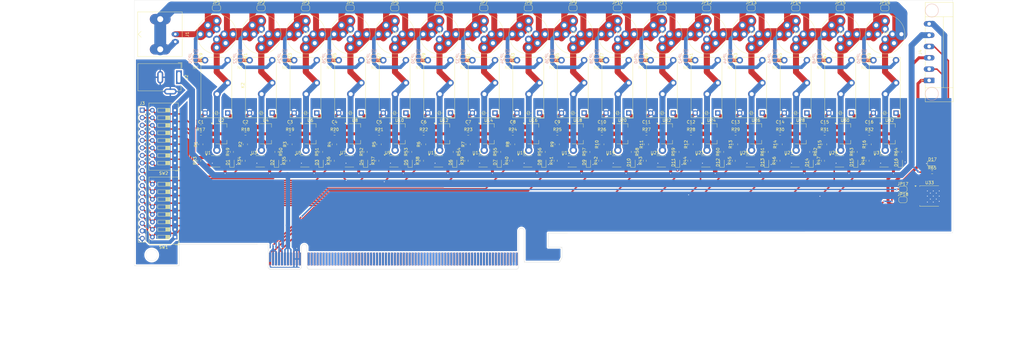
<source format=kicad_pcb>
(kicad_pcb (version 20241229) (generator "pcbnew") (generator_version "9.0")
  (layers (0 "F.Cu" signal) (2 "B.Cu" signal) (13 "F.Paste" user) (15 "B.Paste" user) (5 "F.SilkS" user "F.Silkscreen") (7 "B.SilkS" user "B.Silkscreen") (1 "F.Mask" user) (3 "B.Mask" user) (25 "Edge.Cuts" user))
  (net 0 "")
  (net 1 "GND")
  (net 2 "Net-(D1-A)")
  (net 3 "Input")
  (net 4 "Net-(JP1-B)")
  (net 5 "Net-(D17-A)")
  (net 6 "O0")
  (net 7 "Net-(U2-ADJ)")
  (net 8 "Net-(U4-ADJ)")
  (net 9 "Net-(U6-ADJ)")
  (net 10 "Net-(U8-ADJ)")
  (net 11 "Net-(U10-ADJ)")
  (net 12 "Net-(U12-ADJ)")
  (net 13 "Net-(U14-ADJ)")
  (net 14 "Net-(U16-ADJ)")
  (net 15 "Net-(U18-ADJ)")
  (net 16 "Net-(U20-ADJ)")
  (net 17 "Net-(U22-ADJ)")
  (net 18 "Net-(U24-ADJ)")
  (net 19 "Net-(U26-ADJ)")
  (net 20 "Net-(U28-ADJ)")
  (net 21 "Net-(U30-ADJ)")
  (net 22 "Net-(U32-ADJ)")
  (net 23 "Net-(D2-A)")
  (net 24 "Net-(D3-A)")
  (net 25 "Net-(D4-A)")
  (net 26 "Net-(D5-A)")
  (net 27 "Net-(D6-A)")
  (net 28 "Net-(D7-A)")
  (net 29 "Net-(D8-A)")
  (net 30 "Net-(D9-A)")
  (net 31 "Net-(D10-A)")
  (net 32 "Net-(D11-A)")
  (net 33 "Net-(D12-A)")
  (net 34 "Net-(D13-A)")
  (net 35 "Net-(D14-A)")
  (net 36 "Net-(D15-A)")
  (net 37 "Net-(D16-A)")
  (net 38 "Net-(JP2-B)")
  (net 39 "Net-(JP25-A)")
  (net 40 "Net-(JP27-A)")
  (net 41 "Net-(JP29-A)")
  (net 42 "Net-(JP31-A)")
  (net 43 "Net-(JP33-A)")
  (net 44 "Net-(JP35-A)")
  (net 45 "Net-(JP10-A)")
  (net 46 "Net-(JP10-B)")
  (net 47 "Net-(JP11-B)")
  (net 48 "Net-(JP12-B)")
  (net 49 "Net-(JP13-B)")
  (net 50 "Net-(JP14-B)")
  (net 51 "Net-(JP15-B)")
  (net 52 "Output")
  (net 53 "Net-(U2-VO)")
  (net 54 "Net-(U4-VO)")
  (net 55 "Net-(JP19-B)")
  (net 56 "Net-(JP20-B)")
  (net 57 "Net-(U6-VO)")
  (net 58 "Net-(JP21-B)")
  (net 59 "Net-(U8-VO)")
  (net 60 "Net-(JP22-B)")
  (net 61 "Net-(U10-VO)")
  (net 62 "Net-(U12-VO)")
  (net 63 "Net-(JP23-B)")
  (net 64 "Net-(U14-VO)")
  (net 65 "Net-(JP24-B)")
  (net 66 "Net-(JP25-B)")
  (net 67 "Net-(U16-VO)")
  (net 68 "Net-(JP26-B)")
  (net 69 "Net-(U18-VO)")
  (net 70 "Net-(U20-VO)")
  (net 71 "Net-(JP27-B)")
  (net 72 "Net-(U22-VO)")
  (net 73 "Net-(JP28-B)")
  (net 74 "Net-(U24-VO)")
  (net 75 "Net-(JP29-B)")
  (net 76 "Net-(U26-VO)")
  (net 77 "Net-(JP30-B)")
  (net 78 "Net-(U28-VO)")
  (net 79 "Net-(JP31-B)")
  (net 80 "Net-(U30-VO)")
  (net 81 "Net-(JP32-B)")
  (net 82 "Net-(JP33-B)")
  (net 83 "Net-(U32-VO)")
  (net 84 "Net-(U2-VI)")
  (net 85 "Net-(U4-VI)")
  (net 86 "O1")
  (net 87 "Net-(U6-VI)")
  (net 88 "O2")
  (net 89 "Net-(U8-VI)")
  (net 90 "O3")
  (net 91 "Net-(U10-VI)")
  (net 92 "O4")
  (net 93 "Net-(U12-VI)")
  (net 94 "O5")
  (net 95 "Net-(U14-VI)")
  (net 96 "O6")
  (net 97 "Net-(U16-VI)")
  (net 98 "O7")
  (net 99 "Net-(U18-VI)")
  (net 100 "Net-(R33-Pad2)")
  (net 101 "O8")
  (net 102 "Net-(U20-VI)")
  (net 103 "Net-(R37-Pad2)")
  (net 104 "O9")
  (net 105 "Net-(U22-VI)")
  (net 106 "Net-(R41-Pad2)")
  (net 107 "O10")
  (net 108 "Net-(U24-VI)")
  (net 109 "O11")
  (net 110 "Net-(R45-Pad2)")
  (net 111 "Net-(U26-VI)")
  (net 112 "O12")
  (net 113 "Net-(U28-VI)")
  (net 114 "O13")
  (net 115 "Net-(U30-VI)")
  (net 116 "O14")
  (net 117 "Net-(U32-VI)")
  (net 118 "O15")
  (net 119 "Net-(R34-Pad2)")
  (net 120 "Net-(R35-Pad2)")
  (net 121 "Net-(R36-Pad2)")
  (net 122 "Net-(R38-Pad2)")
  (net 123 "Net-(R39-Pad2)")
  (net 124 "Net-(R40-Pad2)")
  (net 125 "Net-(R42-Pad2)")
  (net 126 "Net-(R43-Pad2)")
  (net 127 "Net-(R44-Pad2)")
  (net 128 "Net-(R46-Pad2)")
  (net 129 "Net-(R47-Pad2)")
  (net 130 "Net-(R48-Pad2)")
  (net 131 "+5V")
  (net 144 "+24V")
  (net 182 "-24V")
  (net 191 "-12V")
  (net 216 "+12V")
  (net 257 "RESET")
  (net 281 "Net-(JP17-B)")
  (net 282 "Net-(JP34-B)")
  (net 283 "Net-(JP35-B)")
  (net 284 "Net-(JP36-B)")
  (net 285 "Net-(JP37-B)")
  (net 286 "Net-(JP38-B)")
  (net 287 "Net-(JP39-B)")
  (net 288 "Net-(JP40-B)")
  (net 289 "Net-(JP41-B)")
  (net 290 "Net-(JP42-B)")
  (net 291 "Net-(JP43-B)")
  (net 292 "Net-(JP44-B)")
  (net 293 "Net-(JP45-B)")
  (net 294 "Net-(JP46-B)")
  (net 295 "Net-(JP47-B)")
  (net 296 "Net-(JP48-B)")
  (net 297 "Net-(JP49-B)")
  (net 298 "Net-(JP50-B)")
  (footprint "Jumper:SolderJumper-2_P1.3mm_Open_RoundedPad1.0x1.5mm" (layer "F.Cu") (at 468.87124 221.738)
    (property "Reference" "JP17")
    (property "Value" "SolderJumper_2_Open")
  )
  (footprint "Package_TO_SOT_SMD:SOT-223-3_TabPin2" (layer "F.Cu") (at 269.38874 203.087)
    (property "Reference" "U6")
    (property "Value" "LM317_SOT-223")
  )
  (footprint "Resistor_SMD:R_0603_1608Metric_Pad0.98x0.95mm_HandSolder" (layer "F.Cu") (at 351.94824 212.1695 90)
    (property "Reference" "R41")
    (property "Value" "510")
  )
  (footprint "Jumper:SolderJumper-2_P1.3mm_Open_RoundedPad1.0x1.5mm" (layer "F.Cu") (at 432.77124 160.7255)
    (property "Reference" "JP14")
    (property "Value" "SolderJumper_2_Open")
  )
  (footprint "LED_SMD:LED_0603_1608Metric_Pad1.05x0.95mm_HandSolder" (layer "F.Cu") (at 407.97674 212.725 90)
    (property "Reference" "D12")
    (property "Value" "LED")
  )
  (footprint "Resistor_SMD:R_0805_2012Metric_Pad1.20x1.40mm_HandSolder" (layer "F.Cu") (at 247.49074 206.643 90)
    (property "Reference" "R2")
    (property "Value" "750")
  )
  (footprint "Capacitor_SMD:C_0805_2012Metric_Pad1.18x1.45mm_HandSolder" (layer "F.Cu") (at 352.53074 200.801)
    (property "Reference" "C9")
    (property "Value" "C_Small")
  )
  (footprint "Package_SO:MFSOP6-4_4.4x3.6mm_P1.27mm" (layer "F.Cu") (at 267.52374 212.358)
    (property "Reference" "U5")
    (property "Value" "TLP175A")
  )
  (footprint "Package_TO_SOT_SMD:SOT-223-3_TabPin2" (layer "F.Cu") (at 329.38874 203.087)
    (property "Reference" "U14")
    (property "Value" "LM317_SOT-223")
  )
  (footprint "Package_SO:MFSOP6-4_4.4x3.6mm_P1.27mm" (layer "F.Cu") (at 357.52374 212.358)
    (property "Reference" "U17")
    (property "Value" "TLP175A")
  )
  (footprint "Relay_THT:Relay_SPDT_Finder_32.21-x000" (layer "F.Cu") (at 301.54774 196.102 90)
    (property "Reference" "K5" (hide yes))
    (property "Value" "FINDER-32.21-x000")
  )
  (footprint "Resistor_SMD:R_0603_1608Metric_Pad0.98x0.95mm_HandSolder" (layer "F.Cu") (at 257.97674 209.183 -90)
    (property "Reference" "R50")
    (property "Value" "750")
  )
  (footprint "Resistor_SMD:R_0603_1608Metric_Pad0.98x0.95mm_HandSolder" (layer "F.Cu") (at 322.53074 203.087)
    (property "Reference" "R23")
    (property "Value" "750")
  )
  (footprint "Resistor_SMD:R_0603_1608Metric_Pad0.98x0.95mm_HandSolder" (layer "F.Cu") (at 441.94824 212.1695 90)
    (property "Reference" "R47")
    (property "Value" "510")
  )
  (footprint "Resistor_SMD:R_0805_2012Metric_Pad1.20x1.40mm_HandSolder" (layer "F.Cu") (at 367.49074 206.643 90)
    (property "Reference" "R10")
    (property "Value" "750")
  )
  (footprint "Resistor_SMD:R_0603_1608Metric_Pad0.98x0.95mm_HandSolder" (layer "F.Cu") (at 392.97674 209.183 -90)
    (property "Reference" "R59")
    (property "Value" "750")
  )
  (footprint "Resistor_SMD:R_0805_2012Metric_Pad1.20x1.40mm_HandSolder" (layer "F.Cu") (at 232.49074 206.643 90)
    (property "Reference" "R1")
    (property "Value" "750")
  )
  (footprint "Resistor_SMD:R_0805_2012Metric_Pad1.20x1.40mm_HandSolder" (layer "F.Cu") (at 457.49074 206.643 90)
    (property "Reference" "R16")
    (property "Value" "750")
  )
  (footprint "Jumper:SolderJumper-2_P1.3mm_Open_RoundedPad1.0x1.5mm" (layer "F.Cu") (at 440.759 177.688 -90)
    (property "Reference" "JP47")
    (property "Value" "SolderJumper_2_Open" (hide yes))
  )
  (footprint "Resistor_SMD:R_0805_2012Metric_Pad1.20x1.40mm_HandSolder" (layer "F.Cu") (at 277.49074 206.643 90)
    (property "Reference" "R4")
    (property "Value" "750")
  )
  (footprint "Relay_THT:Relay_SPDT_Finder_32.21-x000" (layer "F.Cu") (at 271.54774 196.102 90)
    (property "Reference" "K3" (hide yes))
    (property "Value" "FINDER-32.21-x000")
  )
  (footprint "Library:coilcraftRFS" (layer "F.Cu") (at 237.85774 169.559)
    (property "Reference" "L1" (hide yes))
    (property "Value" "L" (hide yes))
  )
  (footprint "Connector_Phoenix_MC:PhoenixContact_MC_1,5_6-GF-3.81_1x06_P3.81mm_Horizontal_ThreadedFlange_MountHole" (layer "F.Cu") (at 477.7 185.1255 90)
    (property "Reference" "J4")
    (property "Value" "Conn_01x06_Socket")
  )
  (footprint "Jumper:SolderJumper-2_P1.3mm_Open_RoundedPad1.0x1.5mm" (layer "F.Cu") (at 410.759 177.688 -90)
    (property "Reference" "JP43")
    (property "Value" "SolderJumper_2_Open" (hide yes))
  )
  (footprint "Resistor_SMD:R_0603_1608Metric_Pad0.98x0.95mm_HandSolder" (layer "F.Cu") (at 332.97674 209.183 -90)
    (property "Reference" "R55")
    (property "Value" "750")
  )
  (footprint "Resistor_SMD:R_0603_1608Metric_Pad0.98x0.95mm_HandSolder" (layer "F.Cu") (at 367.53074 203.087)
    (property "Reference" "R26")
    (property "Value" "750")
  )
  (footprint "Resistor_SMD:R_0603_1608Metric_Pad0.98x0.95mm_HandSolder" (layer "F.Cu") (at 336.94824 212.1695 90)
    (property "Reference" "R40")
    (property "Value" "510")
  )
  (footprint "Package_SO:MFSOP6-4_4.4x3.6mm_P1.27mm" (layer "F.Cu") (at 372.52374 212.358)
    (property "Reference" "U19")
    (property "Value" "TLP175A")
  )
  (footprint "Resistor_SMD:R_0603_1608Metric_Pad0.98x0.95mm_HandSolder" (layer "F.Cu") (at 291.94824 212.1695 90)
    (property "Reference" "R37")
    (property "Value" "510")
  )
  (footprint "Package_SO:MFSOP6-4_4.4x3.6mm_P1.27mm" (layer "F.Cu") (at 312.52374 212.358)
    (property "Reference" "U11")
    (property "Value" "TLP175A")
  )
  (footprint "LED_SMD:LED_0603_1608Metric_Pad1.05x0.95mm_HandSolder" (layer "F.Cu") (at 257.97674 212.725 90)
    (property "Reference" "D2")
    (property "Value" "LED")
  )
  (footprint "Jumper:SolderJumper-2_P1.3mm_Open_RoundedPad1.0x1.5mm" (layer "F.Cu") (at 327.77124 160.7255)
    (property "Reference" "JP7")
    (property "Value" "SolderJumper_2_Open")
  )
  (footprint "Jumper:SolderJumper-2_P1.3mm_Open_RoundedPad1.0x1.5mm" (layer "F.Cu") (at 312.77124 160.7255)
    (property "Reference" "JP6")
    (property "Value" "SolderJumper_2_Open")
  )
  (footprint "Jumper:SolderJumper-2_P1.3mm_Open_RoundedPad1.0x1.5mm" (layer "F.Cu") (at 290.759 177.688 -90)
    (property "Reference" "JP27")
    (property "Value" "SolderJumper_2_Open" (hide yes))
  )
  (footprint "Jumper:SolderJumper-2_P1.3mm_Open_RoundedPad1.0x1.5mm" (layer "F.Cu") (at 237.77124 160.7255)
    (property "Reference" "JP1")
    (property "Value" "SolderJumper_2_Open")
  )
  (footprint "Resistor_SMD:R_0603_1608Metric_Pad0.98x0.95mm_HandSolder" (layer "F.Cu") (at 347.97674 209.183 -90)
    (property "Reference" "R56")
    (property "Value" "750")
  )
  (footprint "LED_SMD:LED_0603_1608Metric_Pad1.05x0.95mm_HandSolder" (layer "F.Cu") (at 317.97674 212.725 90)
    (property "Reference" "D6")
    (property "Value" "LED")
  )
  (footprint "Capacitor_SMD:C_0805_2012Metric_Pad1.18x1.45mm_HandSolder" (layer "F.Cu") (at 457.53074 200.801)
    (property "Reference" "C16")
    (property "Value" "C_Small")
  )
  (footprint "Jumper:SolderJumper-2_P1.3mm_Open_RoundedPad1.0x1.5mm" (layer "F.Cu") (at 342.77124 160.7255)
    (property "Reference" "JP8")
    (property "Value" "SolderJumper_2_Open")
  )
  (footprint "Relay_THT:Relay_SPDT_Finder_32.21-x000" (layer "F.Cu") (at 391.54774 196.102 90)
    (property "Reference" "K11" (hide yes))
    (property "Value" "FINDER-32.21-x000")
  )
  (footprint "Resistor_SMD:R_0603_1608Metric_Pad0.98x0.95mm_HandSolder" (layer "F.Cu") (at 337.53074 203.087)
    (property "Reference" "R24")
    (property "Value" "750")
  )
  (footprint "Jumper:SolderJumper-2_P1.3mm_Open_RoundedPad1.0x1.5mm" (layer "F.Cu") (at 380.759 177.688 -90)
    (property "Reference" "JP39")
    (property "Value" "SolderJumper_2_Open" (hide yes))
  )
  (footprint "Resistor_SMD:R_0603_1608Metric_Pad0.98x0.95mm_HandSolder" (layer "F.Cu") (at 411.94824 212.1695 90)
    (property "Reference" "R45")
    (property "Value" "510")
  )
  (footprint "Resistor_SMD:R_0603_1608Metric_Pad0.98x0.95mm_HandSolder" (layer "F.Cu") (at 287.97674 209.183 -90)
    (property "Reference" "R52")
    (property "Value" "750")
  )
  (footprint "Jumper:SolderJumper-2_P1.3mm_Open_RoundedPad1.0x1.5mm" (layer "F.Cu") (at 260.759 177.688 -90)
    (property "Reference" "JP23")
    (property "Value" "SolderJumper_2_Open" (hide yes))
  )
  (footprint "Relay_THT:Relay_SPDT_Finder_32.21-x000" (layer "F.Cu") (at 346.54774 196.102 90)
    (property "Reference" "K8" (hide yes))
    (property "Value" "FINDER-32.21-x000")
  )
  (footprint "Resistor_SMD:R_0805_2012Metric_Pad1.20x1.40mm_HandSolder" (layer "F.Cu") (at 292.49074 206.643 90)
    (property "Reference" "R5")
    (property "Value" "750")
  )
  (footprint "Library:coilcraftRFS" (layer "F.Cu") (at 282.85774 169.559)
    (property "Reference" "L4")
    (property "Value" "L")
  )
  (footprint "Relay_THT:Relay_SPDT_Finder_32.21-x000" (layer "F.Cu") (at 241.54774 196.102 90)
    (property "Reference" "K1" (hide yes))
    (property "Value" "FINDER-32.21-x000")
  )
  (footprint "Jumper:SolderJumper-2_P1.3mm_Open_RoundedPad1.0x1.5mm" (layer "F.Cu") (at 275.759 177.688 -90)
    (property "Reference" "JP25")
    (property "Value" "SolderJumper_2_Open" (hide yes))
  )
  (footprint "Resistor_SMD:R_0603_1608Metric_Pad0.98x0.95mm_HandSolder" (layer "F.Cu") (at 396.94824 212.1695 90)
    (property "Reference" "R44")
    (property "Value" "510")
  )
  (footprint "Resistor_SMD:R_0805_2012Metric_Pad1.20x1.40mm_HandSolder" (layer "F.Cu") (at 442.49074 206.643 90)
    (property "Reference" "R15")
    (property "Value" "750")
  )
  (footprint "Package_SO:MFSOP6-4_4.4x3.6mm_P1.27mm" (layer "F.Cu") (at 387.52374 212.358)
    (property "Reference" "U21")
    (property "Value" "TLP175A")
  )
  (footprint "Package_TO_SOT_SMD:SOT-223-3_TabPin2" (layer "F.Cu") (at 284.38874 203.087)
    (property "Reference" "U8")
    (property "Value" "LM317_SOT-223")
  )
  (footprint "Resistor_SMD:R_0805_2012Metric_Pad1.20x1.40mm_HandSolder" (layer "F.Cu") (at 412.49074 206.643 90)
    (property "Reference" "R13")
    (property "Value" "750")
  )
  (footprint "Resistor_SMD:R_0603_1608Metric_Pad0.98x0.95mm_HandSolder" (layer "F.Cu") (at 352.53074 203.087)
    (property "Reference" "R25")
    (property "Value" "750")
  )
  (footprint "Jumper:SolderJumper-2_P1.3mm_Open_RoundedPad1.0x1.5mm" (layer "F.Cu") (at 267.77124 160.7255)
    (property "Reference" "JP3")
    (property "Value" "SolderJumper_2_Open")
  )
  (footprint "Jumper:SolderJumper-2_P1.3mm_Open_RoundedPad1.0x1.5mm" (layer "F.Cu") (at 402.77124 160.7255)
    (property "Reference" "JP12")
    (property "Value" "SolderJumper_2_Open")
  )
  (footprint "Package_TO_SOT_SMD:SOT-223-3_TabPin2" (layer "F.Cu") (at 374.38874 203.087)
    (property "Reference" "U20")
    (property "Value" "LM317_SOT-223")
  )
  (footprint "Package_TO_SOT_SMD:SOT-223-3_TabPin2" (layer "F.Cu") (at 449.38874 203.087)
    (property "Reference" "U30")
    (property "Value" "LM317_SOT-223")
  )
  (footprint "Jumper:SolderJumper-2_P1.3mm_Open_RoundedPad1.0x1.5mm" (layer "F.Cu") (at 395.759 177.688 -90)
    (property "Reference" "JP41")
    (property "Value" "SolderJumper_2_Open" (hide yes))
  )
  (footprint "Library:coilcraftRFS" (layer "F.Cu") (at 462.85774 169.559)
    (property "Reference" "L16")
    (property "Value" "L")
  )
  (footprint "Button_Switch_THT:SW_DIP_SPSTx08_Slide_9.78x22.5mm_W7.62mm_P2.54mm" (layer "F.Cu") (at 223.79624 212.9405 180)
    (property "Reference" "SW2")
    (property "Value" "SW_DIP_x08")
  )
  (footprint "Package_SO:MFSOP6-4_4.4x3.6mm_P1.27mm" (layer "F.Cu") (at 447.52374 212.358)
    (property "Reference" "U29")
    (property "Value" "TLP175A")
  )
  (footprint "Resistor_SMD:R_0805_2012Metric_Pad1.20x1.40mm_HandSolder" (layer "F.Cu") (at 397.49074 206.643 90)
    (property "Reference" "R12")
    (property "Value" "750")
  )
  (footprint "Package_SO:MFSOP6-4_4.4x3.6mm_P1.27mm" (layer "F.Cu") (at 297.52374 212.358)
    (property "Reference" "U9")
    (property "Value" "TLP175A")
  )
  (footprint "Resistor_SMD:R_0603_1608Metric_Pad0.98x0.95mm_HandSolder" (layer "F.Cu") (at 292.53074 203.087)
    (property "Reference" "R21")
    (property "Value" "750")
  )
  (footprint "Capacitor_SMD:C_0805_2012Metric_Pad1.18x1.45mm_HandSolder" (layer "F.Cu") (at 382.53074 200.801)
    (property "Reference" "C11")
    (property "Value" "C_Small")
  )
  (footprint "Resistor_SMD:R_0603_1608Metric_Pad0.98x0.95mm_HandSolder" (layer "F.Cu") (at 452.97674 209.183 -90)
    (property "Reference" "R63")
    (property "Value" "750")
  )
  (footprint "LED_SMD:LED_0603_1608Metric_Pad1.05x0.95mm_HandSolder" (layer "F.Cu") (at 302.97674 212.725 90)
    (property "Reference" "D5")
    (property "Value" "LED")
  )
  (footprint "Relay_THT:Relay_SPDT_Finder_32.21-x000" (layer "F.Cu") (at 256.54774 196.102 90)
    (property "Reference" "K2")
    (property "Value" "FINDER-32.21-x000")
  )
  (footprint "Jumper:SolderJumper-2_P1.3mm_Open_RoundedPad1.0x1.5mm" (layer "F.Cu") (at 365.759 177.688 -90)
    (property "Reference" "JP37")
    (property "Value" "SolderJumper_2_Open" (hide yes))
  )
  (footprint "Relay_THT:Relay_SPDT_Finder_32.21-x000" (layer "F.Cu") (at 436.54774 196.102 90)
    (property "Reference" "K14" (hide yes))
    (property "Value" "FINDER-32.21-x000")
  )
  (footprint "Jumper:SolderJumper-2_P1.3mm_Open_RoundedPad1.0x1.5mm" (layer "F.Cu") (at 468.87124 225.288)
    (property "Reference" "JP18")
    (property "Value" "SolderJumper_2_Open")
  )
  (footprint "Jumper:SolderJumper-2_P1.3mm_Open_RoundedPad1.0x1.5mm" (layer "F.Cu") (at 320.759 177.688 -90)
    (property "Reference" "JP31")
    (property "Value" "SolderJumper_2_Open" (hide yes))
  )
  (footprint "Package_TO_SOT_SMD:SOT-223-3_TabPin2" (layer "F.Cu") (at 239.38874 203.087)
    (property "Reference" "U2")
    (property "Value" "LM317_SOT-223")
  )
  (footprint "Relay_THT:Relay_SPDT_Finder_32.21-x000" (layer "F.Cu") (at 451.54774 196.102 90)
    (property "Reference" "K15" (hide yes))
    (property "Value" "FINDER-32.21-x000")
  )
  (footprint "Resistor_SMD:R_0603_1608Metric_Pad0.98x0.95mm_HandSolder" (layer "F.Cu") (at 381.94824 212.1695 90)
    (property "Reference" "R43")
    (property "Value" "510")
  )
  (footprint "LED_SMD:LED_0603_1608Metric_Pad1.05x0.95mm_HandSolder" (layer "F.Cu") (at 452.97674 212.725 90)
    (property "Reference" "D15")
    (property "Value" "LED")
  )
  (footprint "LED_SMD:LED_0603_1608Metric_Pad1.05x0.95mm_HandSolder" (layer "F.Cu") (at 272.97674 212.725 90)
    (property "Reference" "D3")
    (property "Value" "LED")
  )
  (footprint "Package_SO:MFSOP6-4_4.4x3.6mm_P1.27mm" (layer "F.Cu") (at 327.52374 212.358)
    (property "Reference" "U13")
    (property "Value" "TLP175A")
  )
  (footprint "Resistor_SMD:R_0805_2012Metric_Pad1.20x1.40mm_HandSolder" (layer "F.Cu") (at 352.49074 206.643 90)
    (property "Reference" "R9")
    (property "Value" "750")
  )
  (footprint "LED_SMD:LED_0603_1608Metric_Pad1.05x0.95mm_HandSolder" (layer "F.Cu") (at 467.97674 212.725 90)
    (property "Reference" "D16")
    (property "Value" "LED")
  )
  (footprint "Jumper:SolderJumper-2_P1.3mm_Open_RoundedPad1.0x1.5mm" (layer "F.Cu") (at 462.77124 160.7255)
    (property "Reference" "JP16")
    (property "Value" "SolderJumper_2_Open")
  )
  (footprint "Jumper:SolderJumper-2_P1.3mm_Open_RoundedPad1.0x1.5mm" (layer "F.Cu") (at 357.77124 160.7255)
    (property "Reference" "JP9")
    (property "Value" "SolderJumper_2_Open")
  )
  (footprint "Relay_THT:Relay_SPDT_Finder_32.21-x000" (layer "F.Cu") (at 466.54774 196.102 90)
    (property "Reference" "K16" (hide yes))
    (property "Value" "FINDER-32.21-x000")
  )
  (footprint "Library:coilcraftRFS" (layer "F.Cu") (at 297.85774 169.559)
    (property "Reference" "L5")
    (property "Value" "L")
  )
  (footprint "Relay_THT:Relay_SPDT_Finder_32.21-x000" (layer "F.Cu") (at 406.54774 196.102 90)
    (property "Reference" "K12" (hide yes))
    (property "Value" "FINDER-32.21-x000")
  )
  (footprint "Capacitor_SMD:C_0805_2012Metric_Pad1.18x1.45mm_HandSolder" (layer "F.Cu") (at 232.53074 200.801)
    (property "Reference" "C1")
    (property "Value" "C_Small")
  )
  (footprint "Library:coilcraftRFS" (layer "F.Cu") (at 402.85774 169.559)
    (property "Reference" "L12")
    (property "Value" "L")
  )
  (footprint "Jumper:SolderJumper-2_P1.3mm_Open_RoundedPad1.0x1.5mm" (layer "F.Cu") (at 297.77124 160.7255)
    (property "Reference" "JP5")
    (property "Value" "SolderJumper_2_Open")
  )
  (footprint "Capacitor_SMD:C_0805_2012Metric_Pad1.18x1.45mm_HandSolder" (layer "F.Cu") (at 262.53074 200.801)
    (property "Reference" "C3")
    (property "Value" "C_Small")
  )
  (footprint "Capacitor_SMD:C_0805_2012Metric_Pad1.18x1.45mm_HandSolder" (layer "F.Cu") (at 322.53074 200.801)
    (property "Reference" "C7")
    (property "Value" "C_Small")
  )
  (footprint "Resistor_SMD:R_0603_1608Metric_Pad0.98x0.95mm_HandSolder" (layer "F.Cu") (at 412.53074 203.087)
    (property "Reference" "R29")
    (property "Value" "750")
  )
  (footprint "Relay_THT:Relay_SPDT_Finder_32.21-x000" (layer "F.Cu") (at 286.54774 196.102 90)
    (property "Reference" "K4" (hide yes))
    (property "Value" "FINDER-32.21-x000")
  )
  (footprint "Resistor_SMD:R_0603_1608Metric_Pad0.98x0.95mm_HandSolder" (layer "F.Cu") (at 262.53074 203.087)
    (property "Reference" "R19")
    (property "Value" "750")
  )
  (footprint "Resistor_SMD:R_0603_1608Metric_Pad0.98x0.95mm_HandSolder" (layer "F.Cu") (at 362.97674 209.183 -90)
    (property "Reference" "R57")
    (property "Value" "750")
  )
  (footprint "Capacitor_SMD:C_0805_2012Metric_Pad1.18x1.45mm_HandSolder" (layer "F.Cu") (at 292.53074 200.801)
    (property "Reference" "C5")
    (property "Value" "C_Small")
  )
  (footprint "Resistor_SMD:R_0603_1608Metric_Pad0.98x0.95mm_HandSolder" (layer "F.Cu") (at 442.53074 203.087)
    (property "Reference" "R31")
    (property "Value" "750")
  )
  (footprint "Relay_THT:Relay_SPDT_Finder_32.21-x000" (layer "F.Cu") (at 376.54774 196.102 90)
    (property "Reference" "K10" (hide yes))
    (property "Value" "FINDER-32.21-x000")
  )
  (footprint "Resistor_SMD:R_0603_1608Metric_Pad0.98x0.95mm_HandSolder" (layer "F.Cu") (at 302.97674 209.183 -90)
    (property "Reference" "R53")
    (property "Value" "750")
  )
  (footprint "Capacitor_SMD:C_0805_2012Metric_Pad1.18x1.45mm_HandSolder" (layer "F.Cu") (at 397.53074 200.801)
    (property "Reference" "C12")
    (property "Value" "C_Small")
  )
  (footprint "Package_TO_SOT_SMD:SOT-223-3_TabPin2" (layer "F.Cu") (at 464.38874 203.087)
    (property "Reference" "U32")
    (property "Value" "LM317_SOT-223")
  )
  (footprint "Jumper:SolderJumper-2_P1.3mm_Open_RoundedPad1.0x1.5mm" (layer "F.Cu") (at 252.77124 160.7255)
    (property "Reference" "JP2")
    (property "Value" "SolderJumper_2_Open")
  )
  (footprint "LED_SMD:LED_0603_1608Metric_Pad1.05x0.95mm_HandSolder" (layer "F.Cu") (at 332.97674 212.725 90)
    (property "Reference" "D7")
    (property "Value" "LED")
  )
  (footprint "Package_TO_SOT_SMD:SOT-223-3_TabPin2" (layer "F.Cu") (at 434.38874 203.087)
    (property "Reference" "U28")
    (property "Value" "LM317_SOT-223")
  )
  (footprint "Resistor_SMD:R_0603_1608Metric_Pad0.98x0.95mm_HandSolder" (layer "F.Cu") (at 231.94824 212.1695 90)
    (property "Reference" "R33")
    (property "Value" "510")
  )
  (footprint "Resistor_SMD:R_0603_1608Metric_Pad0.98x0.95mm_HandSolder" (layer "F.Cu") (at 272.97674 209.183 -90)
    (property "Reference" "R51")
    (property "Value" "750")
  )
  (footprint "Package_SO:MFSOP6-4_4.4x3.6mm_P1.27mm" (layer "F.Cu") (at 432.52374 212.358)
    (property "Reference" "U27")
    (property "Value" "TLP175A")
  )
  (footprint "Jumper:SolderJumper-2_P1.3mm_Open_RoundedPad1.0x1.5mm" (layer "F.Cu") (at 335.759 177.688 -90)
    (property "Reference" "JP33")
    (property "Value" "SolderJumper_2_Open" (hide yes))
  )
  (footprint "Resistor_SMD:R_0603_1608Metric_Pad0.98x0.95mm_HandSolder" (layer "F.Cu") (at 407.97674 209.183 -90)
    (property "Reference" "R60")
    (property "Value" "750")
  )
  (footprint "Resistor_SMD:R_0805_2012Metric_Pad1.20x1.40mm_HandSolder" (layer "F.Cu") (at 262.49074 206.643 90)
    (property "Reference" "R3")
    (property "Value" "750")
  )
  (footprint "LED_SMD:LED_0603_1608Metric_Pad1.05x0.95mm_HandSolder" (layer "F.Cu") (at 437.97674 212.725 90)
    (property "Reference" "D14")
    (property "Value" "LED")
  )
  (footprint "Capacitor_SMD:C_0805_2012Metric_Pad1.18x1.45mm_HandSolder" (layer "F.Cu") (at 307.53074 200.801)
    (property "Reference" "C6")
    (property "Value" "C_Small")
  )
  (footprint "Library:coilcraftRFS" (layer "F.Cu") (at 327.85774 169.559)
    (property "Reference" "L7")
    (property "Value" "L")
  )
  (footprint "Button_Switch_THT:SW_DIP_SPSTx08_Slide_9.78x22.5mm_W7.62mm_P2.54mm" (layer "F.Cu") (at 223.83624 237.8555 180)
    (property "Reference" "SW1")
    (property "Value" "SW_DIP_x08")
  )
  (footprint "Jumper:SolderJumper-2_P1.3mm_Open_RoundedPad1.0x1.5mm" (layer "F.Cu") (at 282.77124 160.7255)
    (property "Reference" "JP4")
    (property "Value" "SolderJumper_2_Open")
  )
  (footprint "Capacitor_SMD:C_0805_2012Metric_Pad1.18x1.45mm_HandSolder" (layer "F.Cu") (at 412.53074 200.801)
    (property "Reference" "C13")
    (property "Value" "C_Small")
  )
  (footprint "Resistor_SMD:R_0603_1608Metric_Pad0.98x0.95mm_HandSolder" (layer "F.Cu") (at 306.94824 212.1695 90)
    (property "Reference" "R38")
    (property "Value" "510")
  )
  (footprint "Package_TO_SOT_SMD:SOT-223-3_TabPin2" (layer "F.Cu") (at 254.38874 203.087)
    (property "Reference" "U4")
    (property "Value" "LM317_SOT-223")
  )
  (footprint "Capacitor_SMD:C_0805_2012Metric_Pad1.18x1.45mm_HandSolder" (layer "F.Cu") (at 277.53074 200.801)
    (property "Reference" "C4")
    (property "Value" "C_Small")
  )
  (footprint "LED_SMD:LED_0603_1608Metric_Pad1.05x0.95mm_HandSolder" (layer "F.Cu") (at 287.97674 212.725 90)
    (property "Reference" "D4")
    (property "Value" "LED")
  )
  (footprint "Package_SO:MFSOP6-4_4.4x3.6mm_P1.27mm" (layer "F.Cu") (at 402.52374 212.358)
    (property "Reference" "U23")
    (property "Value" "TLP175A")
  )
  (footprint "Library:coilcraftRFS" (layer "F.Cu") (at 372.85774 169.559)
    (property "Reference" "L10")
    (property "Value" "L")
  )
  (footprint "Package_SO:MFSOP6-4_4.4x3.6mm_P1.27mm" (layer "F.Cu") (at 282.52374 212.358)
    (property "Reference" "U7")
    (property "Value" "TLP175A")
  )
  (footprint "Jumper:SolderJumper-2_P1.3mm_Open_RoundedPad1.0x1.5mm" (layer "F.Cu") (at 230.759 177.688 -90)
    (property "Reference" "JP19")
    (property "Value" "SolderJumper_2_Open" (hide yes))
  )
  (footprint "LED_SMD:LED_0603_1608Metric_Pad1.05x0.95mm_HandSolder" (layer "F.Cu") (at 392.97674 212.725 90)
    (property "Reference" "D11")
    (property "Value" "LED")
  )
  (footprint "Resistor_SMD:R_0805_2012Metric_Pad1.20x1.40mm_HandSolder" (layer "F.Cu") (at 322.49074 206.643 90)
    (property "Reference" "R7")
    (property "Value" "750")
  )
  (footprint "Connector_PinHeader_2.54mm:PinHeader_1x18_P2.54mm_Vertical" (layer "F.Cu") (at 212.79624 195.1305)
    (property "Reference" "J3")
    (property "Value" "Conn_01x18")
  )
  (footprint "Library:coilcraftRFS" (layer "F.Cu") (at 342.85774 169.559)
    (property "Reference" "L8")
    (property "Value" "L")
  )
  (footprint "Resistor_SMD:R_0603_1608Metric_Pad0.98x0.95mm_HandSolder" (layer "F.Cu") (at 321.94824 212.1695 90)
    (property "Reference" "R39")
    (property "Value" "510")
  )
  (footprint "Relay_THT:Relay_SPDT_Finder_32.21-x000" (layer "F.Cu") (at 361.54774 196.102 90)
    (property "Reference" "K9" (hide yes))
    (property "Value" "FINDER-32.21-x000")
  )
  (footprint "Resistor_SMD:R_0603_1608Metric_Pad0.98x0.95mm_HandSolder" (layer "F.Cu") (at 246.94824 212.1695 90)
    (property "Reference" "R34")
    (property "Value" "510")
  )
  (footprint "Library:coilcraftRFS" (layer "F.Cu") (at 387.85774 169.559)
    (property "Reference" "L11")
    (property "Value" "L")
  )
  (footprint "Jumper:SolderJumper-2_P1.3mm_Open_RoundedPad1.0x1.5mm" (layer "F.Cu") (at 350.759 177.688 -90)
    (property "Reference" "JP35")
    (property "Value" "SolderJumper_2_Open" (hide yes))
  )
  (footprint "Relay_THT:Relay_SPDT_Finder_32.21-x000" (layer "F.Cu") (at 316.54774 196.102 90)
    (property "Reference" "K6" (hide yes))
    (property "Value" "FINDER-32.21-x000")
  )
  (footprint "Resistor_SMD:R_0603_1608Metric_Pad0.98x0.95mm_HandSolder" (layer "F.Cu") (at 382.53074 203.087)
    (property "Reference" "R27")
    (property "Value" "750")
  )
  (footprint "Package_SO:MFSOP6-4_4.4x3.6mm_P1.27mm" (layer "F.Cu") (at 462.52374 212.358)
    (property "Reference" "U31")
    (property "Value" "TLP175A")
  )
  (footprint "Resistor_SMD:R_0603_1608Metric_Pad0.98x0.95mm_HandSolder" (layer "F.Cu") (at 261.94824 212.1695 90)
    (property "Reference" "R35")
    (property "Value" "510")
  )
  (footprint "Package_TO_SOT_SMD:SOT-223-3_TabPin2" (layer "F.Cu") (at 404.38874 203.087)
    (property "Reference" "U24")
    (property "Value" "LM317_SOT-223")
  )
  (footprint "LED_SMD:LED_0603_1608Metric_Pad1.05x0.95mm_HandSolder" (layer "F.Cu") (at 347.97674 212.725 90)
    (property "Reference" "D8")
    (property "Value" "LED")
  )
  (footprint "Library:coilcraftRFS" (layer "F.Cu") (at 252.85774 169.559)
    (property "Reference" "L2")
    (property "Value" "L")
  )
  (footprint "Package_SO:MFSOP6-4_4.4x3.6mm_P1.27mm" (layer "F.Cu") (at 252.52374 212.358)
    (property "Reference" "U3")
    (property "Value" "TLP175A")
  )
  (footprint "Resistor_SMD:R_0603_1608Metric_Pad0.98x0.95mm_HandSolder" (layer "F.Cu") (at 277.53074 203.087)
    (property "Reference" "R20")
    (property "Value" "750")
  )
  (footprint "LED_SMD:LED_0603_1608Metric_Pad1.05x0.95mm_HandSolder" (layer "F.Cu") (at 242.97674 212.725 90)
    (property "Reference" "D1")
    (property "Value" "LED")
  )
  (footprint "Resistor_SMD:R_0805_2012Metric_Pad1.20x1.40mm_HandSolder" (layer "F.Cu") (at 307.49074 206.643 90)
    (property "Reference" "R6")
    (property "Value" "750")
  )
  (footprint "Capacitor_SMD:C_0805_2012Metric_Pad1.18x1.45mm_HandSolder" (layer "F.Cu") (at 442.53074 200.801)
    (property "Reference" "C15")
    (property "Value" "C_Small")
  )
  (footprint "Jumper:SolderJumper-2_P1.3mm_Open_RoundedPad1.0x1.5mm" (layer "F.Cu") (at 387.77124 160.7255)
    (property "Reference" "JP11")
    (property "Value" "SolderJumper_2_Open")
  )
  (footprint "Jumper:SolderJumper-2_P1.3mm_Open_RoundedPad1.0x1.5mm" (layer "F.Cu") (at 425.759 177.688 -90)
    (property "Reference" "JP45")
    (property "Value" "SolderJumper_2_Open" (hide yes))
  )
  (footprint "Library:coilcraftRFS" (layer "F.Cu") (at 357.85774 169.559)
    (property "Reference" "L9")
    (property "Value" "L")
  )
  (footprint "Connector_BarrelJack:BarrelJack_GCT_DCJ200-10-A_Horizontal" (layer "F.Cu") (at 225.14624 184.0505 -90)
    (property "Reference" "J2")
    (property "Value" "Barrel_Jack_Switch")
  )
  (footprint "LED_SMD:LED_0603_1608Metric_Pad1.05x0.95mm_HandSolder" (layer "F.Cu") (at 362.97674 212.725 90)
    (property "Reference" "D9")
    (property "Value" "LED")
  )
  (footprint "LED_SMD:LED_0603_1608Metric_Pad1.05x0.95mm_HandSolder" (layer "F.Cu") (at 377.97674 212.725 90)
    (property "Reference" "D10")
    (property "Value" "LED")
  )
  (footprint "Capacitor_SMD:C_0805_2012Metric_Pad1.18x1.45mm_HandSolder" (layer "F.Cu") (at 427.53074 200.801)
    (property "Reference" "C14")
    (property "Value" "C_Small")
  )
  (footprint "Package_TO_SOT_SMD:SOT-223-3_TabPin2" (layer "F.Cu") (at 299.38874 203.087)
    (property "Reference" "U10")
    (property "Value" "LM317_SOT-223")
  )
  (footprint "Jumper:SolderJumper-2_P1.3mm_Open_RoundedPad1.0x1.5mm" (layer "F.Cu") (at 455.759 177.688 -90)
    (property "Reference" "JP49")
    (property "Value" "SolderJumper_2_Open" (hide yes))
  )
  (footprint "Jumper:SolderJumper-2_P1.3mm_Open_RoundedPad1.0x1.5mm" (layer "F.Cu") (at 417.77124 160.7255)
    (property "Reference" "JP13")
    (property "Value" "SolderJumper_2_Open")
  )
  (footprint "Resistor_SMD:R_0603_1608Metric_Pad0.98x0.95mm_HandSolder" (layer "F.Cu") (at 247.53074 203.087)
    (property "Reference" "R18")
    (property "Value" "750")
  )
  (footprint "Library:coilcraftRFS" (layer "F.Cu") (at 312.85774 169.559)
    (property "Reference" "L6")
    (property "Value" "L")
  )
  (footprint "Package_SO:MFSOP6-4_4.4x3.6mm_P1.27mm" (layer "F.Cu") (at 417.52374 212.358)
    (property "Reference" "U25")
    (property "Value" "TLP175A")
  )
  (footprint "Capacitor_SMD:C_0805_2012Metric_Pad1.18x1.45mm_HandSolder" (layer "F.Cu") (at 367.53074 200.801)
    (property "Reference" "C10")
    (property "Value" "C_Small")
  )
  (footprint "Connector_Coaxial:BNC_Amphenol_B6252HB-NPP3G-50_Horizontal" (layer "F.Cu") (at 223.92124 169.5755 90)
    (property "Reference" "J1")
    (property "Value" "Conn_Coaxial_Power")
  )
  (footprint "Resistor_SMD:R_0603_1608Metric_Pad0.98x0.95mm_HandSolder" (layer "F.Cu") (at 242.97674 209.183 -90)
    (property "Reference" "R49")
    (property "Value" "750")
  )
  (footprint "Package_TO_SOT_SMD:SOT-223-3_TabPin2" (layer "F.Cu") (at 344.38874 203.087)
    (property "Reference" "U16")
    (property "Value" "LM317_SOT-223")
  )
  (footprint "Resistor_SMD:R_0603_1608Metric_Pad0.98x0.95mm_HandSolder" (layer "F.Cu") (at 422.97674 209.183 -90)
    (property "Reference" "R61")
    (property "Value" "750")
  )
  (footprint "Resistor_SMD:R_0603_1608Metric_Pad0.98x0.95mm_HandSolder" (layer "F.Cu") (at 437.97674 209.183 -90)
    (property "Reference" "R62")
    (property "Value" "750")
  )
  (footprint "Resistor_SMD:R_0603_1608Metric_Pad0.98x0.95mm_HandSolder" (layer "F.Cu") (at 232.53074 203.087)
    (property "Reference" "R17")
    (property "Value" "750")
  )
  (footprint "Capacitor_SMD:C_0805_2012Metric_Pad1.18x1.45mm_HandSolder" (layer "F.Cu") (at 337.53074 200.801)
    (property "Reference" "C8")
    (property "Value" "C_Small")
  )
  (footprint "Resistor_SMD:R_0603_1608Metric_Pad0.98x0.95mm_HandSolder" (layer "F.Cu") (at 307.53074 203.087)
    (property "Reference" "R22")
    (property "Value" "750")
  )
  (footprint "Resistor_SMD:R_0603_1608Metric_Pad0.98x0.95mm_HandSolder" (layer "F.Cu") (at 427.53074 203.087)
    (property "Reference" "R30")
    (property "Value" "750")
  )
  (footprint "Package_TO_SOT_SMD:SOT-223-3_TabPin2" (layer "F.Cu") (at 314.38874 203.087)
    (property "Reference" "U12")
    (property "Value" "LM317_SOT-223")
  )
  (footprint "Resistor_SMD:R_0603_1608Metric_Pad0.98x0.95mm_HandSolder" (layer "F.Cu") (at 478.7125 216)
    (property "Reference" "R65")
    (property "Value" "750")
  )
  (footprint "Library:coilcraftRFS" (layer "F.Cu") (at 267.85774 169.559)
    (property "Reference" "L3")
    (property "Value" "L")
  )
  (footprint "Package_TO_SOT_SMD:SOT-223-3_TabPin2" (layer "F.Cu") (at 359.38874 203.087)
    (property "Reference" "U18")
    (property "Value" "LM317_SOT-223")
  )
  (footprint "Connector_PCBEdge:BUS_PCIexpress_x16" (layer "F.Cu") (at 255.83124 245.2355)
    (property "Reference" "E1" (hide yes))
    (property "Value" "~" (hide yes))
    (fp_line (start -0.65 -4.95) (end -0.65 2.95) (stroke (width 0.1)) (layer "Edge.Cuts"))
    (fp_line (start -0.65 2.95) (end -0.15 3.45) (stroke (width 0.1)) (layer "Edge.Cuts"))
    (fp_line (start -0.15 3.45) (end 10.05 3.45) (stroke (width 0.1)) (layer "Edge.Cuts"))
    (fp_line (start 10.55 -4) (end 10.55 2.95) (stroke (width 0.1)) (layer "Edge.Cuts"))
    (fp_line (start 10.55 2.95) (end 10.05 3.45) (stroke (width 0.1)) (layer "Edge.Cuts"))
    (fp_line (start 12.45 -4) (end 12.45 2.95) (stroke (width 0.1)) (layer "Edge.Cuts"))
    (fp_line (start 12.45 2.95) (end 12.95 3.45) (stroke (width 0.1)) (layer "Edge.Cuts"))
    (fp_line (start 12.95 3.45) (end 83.15 3.45) (stroke (width 0.1)) (layer "Edge.Cuts"))
    (fp_line (start 83.65 -4.95) (end 83.65 2.95) (stroke (width 0.1)) (layer "Edge.Cuts"))
    (fp_line (start 83.65 2.95) (end 83.15 3.45) (stroke (width 0.1)) (layer "Edge.Cuts"))
    (fp_arc (start 10.55 -4) (mid 11.5 -4.95) (end 12.45 -4) (stroke (width 0.1)) (layer "Edge.Cuts"))
  )
  (footprint "Relay_THT:Relay_SPDT_Finder_32.21-x000" (layer "F.Cu") (at 331.54774 196.102 90)
    (property "Reference" "K7" (hide yes))
    (property "Value" "FINDER-32.21-x000")
  )
  (footprint "Jumper:SolderJumper-2_P1.3mm_Open_RoundedPad1.0x1.5mm" (layer "F.Cu") (at 447.77124 160.7255)
    (property "Reference" "JP15")
    (property "Value" "SolderJumper_2_Open")
  )
  (footprint "Package_TO_SOT_SMD:SOT-223-3_TabPin2" (layer "F.Cu") (at 389.38874 203.087)
    (property "Reference" "U22")
    (property "Value" "LM317_SOT-223")
  )
  (footprint "Package_TO_SOT_SMD:SOT-223-3_TabPin2" (layer "F.Cu") (at 419.38874 203.087)
    (property "Reference" "U26")
    (property "Value" "LM317_SOT-223")
  )
  (footprint "Library:coilcraftRFS" (layer "F.Cu") (at 432.85774 169.559)
    (property "Reference" "L14")
    (property "Value" "L")
  )
  (footprint "Capacitor_SMD:C_0805_2012Metric_Pad1.18x1.45mm_HandSolder" (layer "F.Cu") (at 247.53074 200.801)
    (property "Reference" "C2")
    (property "Value" "C_Small")
  )
  (footprint "Resistor_SMD:R_0603_1608Metric_Pad0.98x0.95mm_HandSolder" (layer "F.Cu") (at 276.94824 212.1695 90)
    (property "Reference" "R36")
    (property "Value" "510")
  )
  (footprint "Resistor_SMD:R_0603_1608Metric_Pad0.98x0.95mm_HandSolder" (layer "F.Cu") (at 456.94824 212.1695 90)
    (property "Reference" "R48")
    (property "Value" "510")
  )
  (footprint "Jumper:SolderJumper-2_P1.3mm_Open_RoundedPad1.0x1.5mm" (layer "F.Cu") (at 305.759 177.688 -90)
    (property "Reference" "JP29")
    (property "Value" "SolderJumper_2_Open" (hide yes))
  )
  (footprint "Resistor_SMD:R_0603_1608Metric_Pad0.98x0.95mm_HandSolder" (layer "F.Cu") (at 377.97674 209.183 -90)
    (property "Reference" "R58")
    (property "Value" "750")
  )
  (footprint "Resistor_SMD:R_0603_1608Metric_Pad0.98x0.95mm_HandSolder" (layer "F.Cu") (at 317.97674 209.183 -90)
    (property "Reference" "R54")
    (property "Value" "750")
  )
  (footprint "Package_SO:MFSOP6-4_4.4x3.6mm_P1.27mm" (layer "F.Cu") (at 237.52374 212.358)
    (property "Reference" "U1")
    (property "Value" "TLP175A")
  )
  (footprint "Library:coilcraftRFS" (layer "F.Cu") (at 447.85774 169.559)
    (property "Reference" "L15")
    (property "Value" "L")
  )
  (footprint "Resistor_SMD:R_0805_2012Metric_Pad1.20x1.40mm_HandSolder" (layer "F.Cu") (at 427.49074 206.643 90)
    (property "Reference" "R14")
    (property "Value" "750")
  )
  (footprint "LED_SMD:LED_0603_1608Metric_Pad1.05x0.95mm_HandSolder" (layer "F.Cu") (at 422.97674 212.725 90)
    (property "Reference" "D13")
    (property "Value" "LED")
  )
  (footprint "Jumper:SolderJumper-2_P1.3mm_Open_RoundedPad1.0x1.5mm" (layer "F.Cu") (at 245.759 177.688 -90)
    (property "Reference" "JP21")
    (property "Value" "SolderJumper_2_Open" (hide yes))
  )
  (footprint "Package_TO_SOT_SMD:TO-252-3_TabPin2" (layer "F.Cu") (at 477.83624 224.038)
    (property "Reference" "U33")
    (property "Value" "L7805")
  )
  (footprint "LED_SMD:LED_0603_1608Metric_Pad1.05x0.95mm_HandSolder" (layer "F.Cu") (at 478.8 213.1)
    (property "Reference" "D17")
    (property "Value" "LED" (hide yes))
  )
  (footprint "Package_SO:MFSOP6-4_4.4x3.6mm_P1.27mm" (layer "F.Cu") (at 342.52374 212.358)
    (property "Reference" "U15")
    (property "Value" "TLP175A")
  )
  (footprint "Jumper:SolderJumper-2_P1.3mm_Open_RoundedPad1.0x1.5mm" (layer "F.Cu") (at 372.77124 160.7255)
    (property "Reference" "JP10")
    (property "Value" "SolderJumper_2_Open")
  )
  (footprint "Relay_THT:Relay_SPDT_Finder_32.21-x000" (layer "F.Cu") (at 421.54774 196.102 90)
    (property "Reference" "K13" (hide yes))
    (property "Value" "FINDER-32.21-x000")
  )
  (footprint "Resistor_SMD:R_0603_1608Metric_Pad0.98x0.95mm_HandSolder" (layer "F.Cu") (at 397.53074 203.087)
    (property "Reference" "R28")
    (property "Value" "750")
  )
  (footprint "Resistor_SMD:R_0603_1608Metric_Pad0.98x0.95mm_HandSolder" (layer "F.Cu") (at 457.53074 203.087)
    (property "Reference" "R32")
    (property "Value" "750")
  )
  (footprint "Resistor_SMD:R_0603_1608Metric_Pad0.98x0.95mm_HandSolder" (layer "F.Cu") (at 366.94824 212.1695 90)
    (property "Reference" "R42")
    (property "Value" "510")
  )
  (footprint "Library:coilcraftRFS" (layer "F.Cu") (at 417.85774 169.559)
    (property "Reference" "L13")
    (property "Value" "L")
  )
  (footprint "Resistor_SMD:R_0603_1608Metric_Pad0.98x0.95mm_HandSolder" (layer "F.Cu") (at 467.97674 209.183 -90)
    (property "Reference" "R64")
    (property "Value" "750")
  )
  (footprint "Resistor_SMD:R_0805_2012Metric_Pad1.20x1.40mm_HandSolder" (layer "F.Cu") (at 337.49074 206.643 90)
    (property "Reference" "R8")
    (property "Value" "750")
  )
  (footprint "Resistor_SMD:R_0603_1608Metric_Pad0.98x0.95mm_HandSolder" (layer "F.Cu") (at 426.94824 212.1695 90)
    (property "Reference" "R46")
    (property "Value" "510")
  )
  (footprint "Resistor_SMD:R_0805_2012Metric_Pad1.20x1.40mm_HandSolder" (layer "F.Cu") (at 382.49074 206.643 90)
    (property "Reference" "R11")
    (property "Value" "750")
  )
  (footprint "Jumper:SolderJumper-2_P1.3mm_Open_RoundedPad1.0x1.5mm" (layer "B.Cu") (at 455.759 177.688 -90)
    (property "Reference" "JP50")
    (property "Value" "SolderJumper_2_Open" (hide yes))
  )
  (footprint "Jumper:SolderJumper-2_P1.3mm_Open_RoundedPad1.0x1.5mm" (layer "B.Cu") (at 425.759 177.688 -90)
    (property "Reference" "JP46")
    (property "Value" "SolderJumper_2_Open" (hide yes))
  )
  (footprint "Jumper:SolderJumper-2_P1.3mm_Open_RoundedPad1.0x1.5mm" (layer "B.Cu") (at 410.759 177.688 -90)
    (property "Reference" "JP44")
    (property "Value" "SolderJumper_2_Open" (hide yes))
  )
  (footprint "Jumper:SolderJumper-2_P1.3mm_Open_RoundedPad1.0x1.5mm" (layer "B.Cu") (at 395.759 177.688 -90)
    (property "Reference" "JP42")
    (property "Value" "SolderJumper_2_Open" (hide yes))
  )
  (footprint "Jumper:SolderJumper-2_P1.3mm_Open_RoundedPad1.0x1.5mm" (layer "B.Cu") (at 245.759 177.688 -90)
    (property "Reference" "JP22")
    (property "Value" "SolderJumper_2_Open" (hide yes))
  )
  (footprint "Jumper:SolderJumper-2_P1.3mm_Open_RoundedPad1.0x1.5mm" (layer "B.Cu") (at 290.759 177.688 -90)
    (property "Reference" "JP28")
    (property "Value" "SolderJumper_2_Open" (hide yes))
  )
  (footprint "Jumper:SolderJumper-2_P1.3mm_Open_RoundedPad1.0x1.5mm" (layer "B.Cu") (at 230.759 177.688 -90)
    (property "Reference" "JP20")
    (property "Value" "SolderJumper_2_Open" (hide yes))
  )
  (footprint "Jumper:SolderJumper-2_P1.3mm_Open_RoundedPad1.0x1.5mm" (layer "B.Cu") (at 380.759 177.688 -90)
    (property "Reference" "JP40")
    (property "Value" "SolderJumper_2_Open" (hide yes))
  )
  (footprint "Jumper:SolderJumper-2_P1.3mm_Open_RoundedPad1.0x1.5mm" (layer "B.Cu") (at 305.759 177.688 -90)
    (property "Reference" "JP30")
    (property "Value" "SolderJumper_2_Open" (hide yes))
  )
  (footprint "Jumper:SolderJumper-2_P1.3mm_Open_RoundedPad1.0x1.5mm" (layer "B.Cu") (at 350.759 177.688 -90)
    (property "Reference" "JP36")
    (property "Value" "SolderJumper_2_Open" (hide yes))
  )
  (footprint "Jumper:SolderJumper-2_P1.3mm_Open_RoundedPad1.0x1.5mm" (layer "B.Cu") (at 365.759 177.688 -90)
    (property "Reference" "JP38")
    (property "Value" "SolderJumper_2_Open" (hide yes))
  )
  (footprint "Jumper:SolderJumper-2_P1.3mm_Open_RoundedPad1.0x1.5mm" (layer "B.Cu") (at 260.759 177.688 -90)
    (property "Reference" "JP24")
    (property "Value" "SolderJumper_2_Open" (hide yes))
  )
  (footprint "Jumper:SolderJumper-2_P1.3mm_Open_RoundedPad1.0x1.5mm" (layer "B.Cu") (at 335.759 177.688 -90)
    (property "Reference" "JP34")
    (property "Value" "SolderJumper_2_Open" (hide yes))
  )
  (footprint "Jumper:SolderJumper-2_P1.3mm_Open_RoundedPad1.0x1.5mm" (layer "B.Cu") (at 275.759 177.688 -90)
    (property "Reference" "JP26")
    (property "Value" "SolderJumper_2_Open" (hide yes))
  )
  (footprint "Jumper:SolderJumper-2_P1.3mm_Open_RoundedPad1.0x1.5mm" (layer "B.Cu") (at 440.759 177.688 -90)
    (property "Reference" "JP48")
    (property "Value" "SolderJumper_2_Open" (hide yes))
  )
  (footprint "Jumper:SolderJumper-2_P1.3mm_Open_RoundedPad1.0x1.5mm" (layer "B.Cu") (at 320.759 177.688 -90)
    (property "Reference" "JP32")
    (property "Value" "SolderJumper_2_Open" (hide yes))
  )
  (gr_line (start 251.57124 240.2855) (end 255.18124 240.2855) (stroke (width 0.05)) (layer "Edge.Cuts"))
  (gr_line (start 341.38124 235.7855) (end 341.38124 246.2855) (stroke (width 0.1)) (layer "Edge.Cuts"))
  (gr_circle (center 215.97124 243.9055) (end 217.97124 243.9055) (stroke (width 0.05)) (fill no) (layer "Edge.Cuts"))
  (gr_line (start 210.17124 242.0755) (end 210.17124 247.5255) (stroke (width 0.05)) (layer "Edge.Cuts"))
  (gr_line (start 339.48124 240.2855) (end 339.48124 235.7855) (stroke (width 0.1)) (layer "Edge.Cuts"))
  (gr_line (start 354.08124 241.2855) (end 349.43304 241.2855) (stroke (width 0.1)) (layer "Edge.Cuts"))
  (gr_line (start 210.17124 242.0755) (end 210.17124 158.0755) (stroke (width 0.05)) (layer "Edge.Cuts"))
  (gr_line (start 355.88124 236.486755) (end 485.67124 236.4755) (stroke (width 0.05)) (layer "Edge.Cuts"))
  (gr_arc (start 339.48124 235.7855) (mid 340.43124 234.8355) (end 341.38124 235.7855) (stroke (width 0.1)) (layer "Edge.Cuts"))
  (gr_line (start 354.08124 244.7955) (end 354.08124 241.2855) (stroke (width 0.1)) (layer "Edge.Cuts"))
  (gr_line (start 485.67124 158.0755) (end 485.67124 236.4755) (stroke (width 0.05)) (layer "Edge.Cuts"))
  (gr_line (start 349.43304 241.2855) (end 349.43304 236.4855) (stroke (width 0.1)) (layer "Edge.Cuts"))
  (gr_line (start 210.17124 158.0755) (end 485.67124 158.0755) (stroke (width 0.05)) (layer "Edge.Cuts"))
  (gr_line (start 225.17124 247.5255) (end 225.17124 240.2855) (stroke (width 0.1)) (layer "Edge.Cuts"))
  (gr_line (start 354.08124 244.7955) (end 353.32124 246.2855) (stroke (width 0.1)) (layer "Edge.Cuts"))
  (gr_line (start 251.57124 240.2855) (end 225.17124 240.2855) (stroke (width 0.1)) (layer "Edge.Cuts"))
  (gr_line (start 210.17124 247.5255) (end 225.17124 247.5255) (stroke (width 0.1)) (layer "Edge.Cuts"))
  (gr_line (start 353.32124 246.2855) (end 341.38124 246.2855) (stroke (width 0.1)) (layer "Edge.Cuts"))
  (gr_line (start 349.43304 236.486755) (end 355.88124 236.486755) (stroke (width 0.1)) (layer "Edge.Cuts"))
  (gr_text "NC" (at 259.7 181.4 0) (layer "F.SilkS") (effects (font (size 1 1) (thickness 0.1)) (justify left bottom)))
  (gr_text "NC" (at 454.7 181.4 0) (layer "F.SilkS") (effects (font (size 1 1) (thickness 0.1)) (justify left bottom)))
  (gr_text "NC" (at 364.7 181.4 0) (layer "F.SilkS") (effects (font (size 1 1) (thickness 0.1)) (justify left bottom)))
  (gr_text "NC" (at 394.7 181.4 0) (layer "F.SilkS") (effects (font (size 1 1) (thickness 0.1)) (justify left bottom)))
  (gr_text "NC" (at 379.7 181.4 0) (layer "F.SilkS") (effects (font (size 1 1) (thickness 0.1)) (justify left bottom)))
  (gr_text "NC" (at 304.7 181.4 0) (layer "F.SilkS") (effects (font (size 1 1) (thickness 0.1)) (justify left bottom)))
  (gr_text "NC" (at 274.7 181.4 0) (layer "F.SilkS") (effects (font (size 1 1) (thickness 0.1)) (justify left bottom)))
  (gr_text "NC" (at 439.7 181.4 0) (layer "F.SilkS") (effects (font (size 1 1) (thickness 0.1)) (justify left bottom)))
  (gr_text "NC" (at 424.7 181.4 0) (layer "F.SilkS") (effects (font (size 1 1) (thickness 0.1)) (justify left bottom)))
  (gr_text "NC" (at 289.7 181.4 0) (layer "F.SilkS") (effects (font (size 1 1) (thickness 0.1)) (justify left bottom)))
  (gr_text "NC" (at 409.7 181.4 0) (layer "F.SilkS") (effects (font (size 1 1) (thickness 0.1)) (justify left bottom)))
  (gr_text "NC" (at 244.7 181.4 0) (layer "F.SilkS") (effects (font (size 1 1) (thickness 0.1)) (justify left bottom)))
  (gr_text "NC" (at 319.7 181.4 0) (layer "F.SilkS") (effects (font (size 1 1) (thickness 0.1)) (justify left bottom)))
  (gr_text "NC" (at 229.7 181.4 0) (layer "F.SilkS") (effects (font (size 1 1) (thickness 0.1)) (justify left bottom)))
  (gr_text "NC" (at 349.7 181.4 0) (layer "F.SilkS") (effects (font (size 1 1) (thickness 0.1)) (justify left bottom)))
  (gr_text "NC" (at 334.7 181.4 0) (layer "F.SilkS") (effects (font (size 1 1) (thickness 0.1)) (justify left bottom)))
  (gr_text "NO" (at 231.9 175.8 0) (layer "B.SilkS") (effects (font (size 1 1) (thickness 0.1)) (justify left bottom mirror)))
  (gr_text "NO" (at 381.9 175.8 0) (layer "B.SilkS") (effects (font (size 1 1) (thickness 0.1)) (justify left bottom mirror)))
  (gr_text "NO" (at 321.9 175.8 0) (layer "B.SilkS") (effects (font (size 1 1) (thickness 0.1)) (justify left bottom mirror)))
  (gr_text "NO" (at 291.9 175.8 0) (layer "B.SilkS") (effects (font (size 1 1) (thickness 0.1)) (justify left bottom mirror)))
  (gr_text "NO" (at 441.9 175.8 0) (layer "B.SilkS") (effects (font (size 1 1) (thickness 0.1)) (justify left bottom mirror)))
  (gr_text "NO" (at 366.9 175.8 0) (layer "B.SilkS") (effects (font (size 1 1) (thickness 0.1)) (justify left bottom mirror)))
  (gr_text "NO" (at 396.9 175.8 0) (layer "B.SilkS") (effects (font (size 1 1) (thickness 0.1)) (justify left bottom mirror)))
  (gr_text "NO" (at 456.9 175.8 0) (layer "B.SilkS") (effects (font (size 1 1) (thickness 0.1)) (justify left bottom mirror)))
  (gr_text "NO" (at 306.9 175.8 0) (layer "B.SilkS") (effects (font (size 1 1) (thickness 0.1)) (justify left bottom mirror)))
  (gr_text "NO" (at 336.9 175.8 0) (layer "B.SilkS") (effects (font (size 1 1) (thickness 0.1)) (justify left bottom mirror)))
  (gr_text "NO" (at 276.9 175.8 0) (layer "B.SilkS") (effects (font (size 1 1) (thickness 0.1)) (justify left bottom mirror)))
  (gr_text "NO" (at 261.9 175.8 0) (layer "B.SilkS") (effects (font (size 1 1) (thickness 0.1)) (justify left bottom mirror)))
  (gr_text "NO" (at 426.9 175.8 0) (layer "B.SilkS") (effects (font (size 1 1) (thickness 0.1)) (justify left bottom mirror)))
  (gr_text "NO" (at 411.9 175.8 0) (layer "B.SilkS") (effects (font (size 1 1) (thickness 0.1)) (justify left bottom mirror)))
  (gr_text "NO" (at 246.9 175.8 0) (layer "B.SilkS") (effects (font (size 1 1) (thickness 0.1)) (justify left bottom mirror)))
  (gr_text "NO" (at 351.9 175.8 0) (layer "B.SilkS") (effects (font (size 1 1) (thickness 0.1)) (justify left bottom mirror)))
  (segment (start 310.73774 213.628) (end 311.37274 212.993) (width 1) (layer "F.Cu") (net 1))
  (segment (start 263.83124 245.2355) (end 263.83124 242.6655) (width 0.5) (layer "F.Cu") (net 1))
  (segment (start 309.37374 213.628) (end 310.73774 213.628) (width 1) (layer "F.Cu") (net 1))
  (segment (start 392.97674 215.271) (end 392.96874 215.279) (width 1) (layer "F.Cu") (net 1))
  (segment (start 368.92774 196.102) (end 366.49324 198.5365) (width 1) (layer "F.Cu") (net 1))
  (segment (start 354.37374 213.628) (end 355.73774 213.628) (width 1) (layer "F.Cu") (net 1))
  (segment (start 396.49324 198.5365) (end 396.49324 200.801) (width 1) (layer "F.Cu") (net 1))
  (segment (start 263.92774 196.102) (end 261.49324 198.5365) (width 1) (layer "F.Cu") (net 1))
  (segment (start 459.37374 213.628) (end 460.73774 213.628) (width 1) (layer "F.Cu") (net 1))
  (segment (start 452.97674 213.6) (end 454.36074 213.6) (width 1) (layer "F.Cu") (net 1))
  (segment (start 295.73774 213.628) (end 295.73774 217.759) (width 0.5) (layer "F.Cu") (net 1))
  (segment (start 469.62124 212.5755) (end 468.59674 213.6) (width 1) (layer "F.Cu") (net 1))
  (segment (start 231.49324 198.5365) (end 231.49324 200.801) (width 1) (layer "F.Cu") (net 1))
  (segment (start 265.63124 242.4855) (end 265.63124 245.2355) (width 0.5) (layer "F.Cu") (net 1))
  (segment (start 413.92774 196.102) (end 411.49324 198.5365) (width 1) (layer "F.Cu") (net 1))
  (segment (start 379.36074 213.6) (end 379.52124 213.4395) (width 1) (layer "F.Cu") (net 1))
  (segment (start 308.92774 196.102) (end 306.49324 198.5365) (width 1) (layer "F.Cu") (net 1))
  (segment (start 351.49324 198.5365) (end 351.49324 200.801) (width 1) (layer "F.Cu") (net 1))
  (segment (start 445.73774 213.628) (end 446.37274 212.993) (width 1) (layer "F.Cu") (net 1))
  (segment (start 381.49324 198.5365) (end 381.49324 200.801) (width 1) (layer "F.Cu") (net 1))
  (segment (start 259.36074 213.6) (end 259.52124 213.4395) (width 1) (layer "F.Cu") (net 1))
  (segment (start 353.92774 196.102) (end 351.49324 198.5365) (width 1) (layer "F.Cu") (net 1))
  (segment (start 384.37374 213.628) (end 385.73774 213.628) (width 1) (layer "F.Cu") (net 1))
  (segment (start 366.49324 198.5365) (end 366.49324 200.801) (width 1) (layer "F.Cu") (net 1))
  (segment (start 294.37374 213.628) (end 295.73774 213.628) (width 1) (layer "F.Cu") (net 1))
  (segment (start 242.97674 213.6) (end 244.36074 213.6) (width 1) (layer "F.Cu") (net 1))
  (segment (start 440.92124 224.1255) (end 445.73774 219.309) (width 0.5) (layer "F.Cu") (net 1))
  (segment (start 460.73774 213.628) (end 461.37274 212.993) (width 1) (layer "F.Cu") (net 1))
  (segment (start 264.83124 245.2355) (end 264.83124 241.6855) (width 0.5) (layer "F.Cu") (net 1))
  (segment (start 415.73774 213.628) (end 416.37274 212.993) (width 1) (layer "F.Cu") (net 1))
  (segment (start 414.37374 213.628) (end 415.73774 213.628) (width 1) (layer "F.Cu") (net 1))
  (segment (start 257.97674 213.6) (end 259.36074 213.6) (width 1) (layer "F.Cu") (net 1))
  (segment (start 422.97674 213.6) (end 424.36074 213.6) (width 1) (layer "F.Cu") (net 1))
  (segment (start 263.83124 242.6655) (end 264.82124 241.6755) (width 0.5) (layer "F.Cu") (net 1))
  (segment (start 274.36074 213.6) (end 274.52124 213.4395) (width 1) (layer "F.Cu") (net 1))
  (segment (start 304.36074 213.6) (end 304.52124 213.4395) (width 1) (layer "F.Cu") (net 1))
  (segment (start 264.82124 241.6755) (end 265.63124 242.4855) (width 0.5) (layer "F.Cu") (net 1))
  (segment (start 235.73774 213.628) (end 236.37274 212.993) (width 1) (layer "F.Cu") (net 1))
  (segment (start 280.73774 213.628) (end 280.73774 218.0165) (width 0.5) (layer "F.Cu") (net 1))
  (segment (start 272.97674 213.6) (end 274.36074 213.6) (width 1) (layer "F.Cu") (net 1))
  (segment (start 334.36074 213.6) (end 334.52124 213.4395) (width 1) (layer "F.Cu") (net 1))
  (segment (start 319.36074 213.6) (end 319.52124 213.4395) (width 1) (layer "F.Cu") (net 1))
  (segment (start 289.36074 213.6) (end 289.52124 213.4395) (width 1) (layer "F.Cu") (net 1))
  (segment (start 394.36074 213.6) (end 394.52124 213.4395) (width 1) (layer "F.Cu") (net 1))
  (segment (start 340.73774 213.628) (end 341.37274 212.993) (width 1) (layer "F.Cu") (net 1))
  (segment (start 439.36074 213.6) (end 439.52124 213.4395) (width 1) (layer "F.Cu") (net 1))
  (segment (start 302.97674 213.6) (end 304.36074 213.6) (width 1) (layer "F.Cu") (net 1))
  (segment (start 278.92774 196.102) (end 276.49324 198.5365) (width 1) (layer "F.Cu") (net 1))
  (segment (start 385.73774 213.628) (end 386.37274 212.993) (width 1) (layer "F.Cu") (net 1))
  (segment (start 276.49324 198.5365) (end 276.49324 200.801) (width 1) (layer "F.Cu") (net 1))
  (segment (start 426.49324 198.5365) (end 426.49324 200.801) (width 1) (layer "F.Cu") (net 1))
  (segment (start 244.36074 213.6) (end 244.52124 213.4395) (width 1) (layer "F.Cu") (net 1))
  (segment (start 396.72124 223.6255) (end 400.73774 219.609) (width 0.5) (layer "F.Cu") (net 1))
  (segment (start 347.97674 213.6) (end 349.36074 213.6) (width 1) (layer "F.Cu") (net 1))
  (segment (start 399.37374 213.628) (end 400.73774 213.628) (width 1) (layer "F.Cu") (net 1))
  (segment (start 444.37374 213.628) (end 445.73774 213.628) (width 1) (layer "F.Cu") (net 1))
  (segment (start 287.97674 213.6) (end 289.36074 213.6) (width 1) (layer "F.Cu") (net 1))
  (segment (start 429.37374 213.628) (end 430.73774 213.628) (width 1) (layer "F.Cu") (net 1))
  (segment (start 441.49324 198.5365) (end 441.49324 200.801) (width 1) (layer "F.Cu") (net 1))
  (segment (start 458.92774 196.102) (end 456.49324 198.5365) (width 1) (layer "F.Cu") (net 1))
  (segment (start 456.49324 198.5365) (end 456.49324 200.801) (width 1) (layer "F.Cu") (net 1))
  (segment (start 295.73774 213.628) (end 296.37274 212.993) (width 1) (layer "F.Cu") (net 1))
  (segment (start 339.37374 213.628) (end 340.73774 213.628) (width 1) (layer "F.Cu") (net 1))
  (segment (start 400.73774 213.628) (end 401.37274 212.993) (width 1) (layer "F.Cu") (net 1))
  (segment (start 383.92774 196.102) (end 381.49324 198.5365) (width 1) (layer "F.Cu") (net 1))
  (segment (start 409.36074 213.6) (end 409.52124 213.4395) (width 1) (layer "F.Cu") (net 1))
  (segment (start 437.97674 213.6) (end 439.36074 213.6) (width 1) (layer "F.Cu") (net 1))
  (segment (start 234.37374 213.628) (end 235.73774 213.628) (width 1) (layer "F.Cu") (net 1))
  (segment (start 249.37374 213.628) (end 250.73774 213.628) (width 1) (layer "F.Cu") (net 1))
  (segment (start 280.73774 213.628) (end 281.37274 212.993) (width 1) (layer "F.Cu") (net 1))
  (segment (start 468.59674 213.6) (end 467.97674 213.6) (width 1) (layer "F.Cu") (net 1))
  (segment (start 306.49324 198.5365) (end 306.49324 200.801) (width 1) (layer "F.Cu") (net 1))
  (segment (start 400.73774 219.609) (end 400.73774 213.628) (width 0.5) (layer "F.Cu") (net 1))
  (segment (start 411.49324 198.5365) (end 411.49324 200.801) (width 1) (layer "F.Cu") (net 1))
  (segment (start 430.73774 213.628) (end 431.37274 212.993) (width 1) (layer "F.Cu") (net 1))
  (segment (start 293.92774 196.102) (end 291.49324 198.5365) (width 1) (layer "F.Cu") (net 1))
  (segment (start 472.79624 224.038) (end 479.09624 224.038) (width 1) (layer "F.Cu") (net 1))
  (segment (start 349.36074 213.6) (end 349.52124 213.4395) (width 1) (layer "F.Cu") (net 1))
  (segment (start 317.97674 213.6) (end 319.36074 213.6) (width 1) (layer "F.Cu") (net 1))
  (segment (start 476.8 213.1) (end 477.925 213.1) (width 0.5) (layer "F.Cu") (net 1))
  (segment (start 362.97674 213.6) (end 364.36074 213.6) (width 1) (layer "F.Cu") (net 1))
  (segment (start 264.83124 241.6855) (end 264.82124 241.6755) (width 0.5) (layer "F.Cu") (net 1))
  (segment (start 250.73774 213.628) (end 251.37274 212.993) (width 1) (layer "F.Cu") (net 1))
  (segment (start 280.73774 218.0165) (end 281.47124 218.75) (width 0.5) (layer "F.Cu") (net 1))
  (segment (start 369.37374 213.628) (end 370.73774 213.628) (width 1) (layer "F.Cu") (net 1))
  (segment (start 295.73774 217.759) (end 294.27124 219.2255) (width 0.5) (layer "F.Cu") (net 1))
  (segment (start 336.49324 198.5365) (end 336.49324 200.801) (width 1) (layer "F.Cu") (net 1))
  (segment (start 261.49324 198.5365) (end 261.49324 200.801) (width 1) (layer "F.Cu") (net 1))
  (segment (start 233.92774 196.102) (end 231.49324 198.5365) (width 1) (layer "F.Cu") (net 1))
  (segment (start 364.36074 213.6) (end 364.52124 213.4395) (width 1) (layer "F.Cu") (net 1))
  (segment (start 398.92774 196.102) (end 396.49324 198.5365) (width 1) (layer "F.Cu") (net 1))
  (segment (start 443.92774 196.102) (end 441.49324 198.5365) (width 1) (layer "F.Cu") (net 1))
  (segment (start 324.37374 213.628) (end 325.73774 213.628) (width 1) (layer "F.Cu") (net 1))
  (segment (start 454.36074 213.6) (end 454.52124 213.4395) (width 1) (layer "F.Cu") (net 1))
  (segment (start 407.97674 213.6) (end 409.36074 213.6) (width 1) (layer "F.Cu") (net 1))
  (segment (start 338.92774 196.102) (end 336.49324 198.5365) (width 1) (layer "F.Cu") (net 1))
  (segment (start 264.37374 213.628) (end 265.73774 213.628) (width 1) (layer "F.Cu") (net 1))
  (segment (start 248.92774 196.102) (end 246.49324 198.5365) (width 1) (layer "F.Cu") (net 1))
  (segment (start 392.97674 213.6) (end 392.97674 215.271) (width 1) (layer "F.Cu") (net 1))
  (segment (start 321.49324 198.5365) (end 321.49324 200.801) (width 1) (layer "F.Cu") (net 1))
  (segment (start 370.73774 213.628) (end 371.37274 212.993) (width 1) (layer "F.Cu") (net 1))
  (segment (start 246.49324 198.5365) (end 246.49324 200.801) (width 1) (layer "F.Cu") (net 1))
  (segment (start 265.73774 213.628) (end 266.37274 212.993) (width 1) (layer "F.Cu") (net 1))
  (segment (start 377.97674 213.6) (end 379.36074 213.6) (width 1) (layer "F.Cu") (net 1))
  (segment (start 325.73774 213.628) (end 326.37274 212.993) (width 1) (layer "F.Cu") (net 1))
  (segment (start 323.92774 196.102) (end 321.49324 198.5365) (width 1) (layer "F.Cu") (net 1))
  (segment (start 291.49324 198.5365) (end 291.49324 200.801) (width 1) (layer "F.Cu") (net 1))
  (segment (start 332.97674 213.6) (end 334.36074 213.6) (width 1) (layer "F.Cu") (net 1))
  (segment (start 428.92774 196.102) (end 426.49324 198.5365) (width 1) (layer "F.Cu") (net 1))
  (segment (start 355.73774 213.628) (end 356.37274 212.993) (width 1) (layer "F.Cu") (net 1))
  (segment (start 424.36074 213.6) (end 424.52124 213.4395) (width 1) (layer "F.Cu") (net 1))
  (segment (start 445.73774 219.309) (end 445.73774 213.628) (width 0.5) (layer "F.Cu") (net 1))
  (segment (start 279.37374 213.628) (end 280.73774 213.628) (width 1) (layer "F.Cu") (net 1))
  (segment (start 392.97674 213.6) (end 394.36074 213.6) (width 1) (layer "F.Cu") (net 1))
  (via (at 364.52124 213.4395) (size 0.6) (drill 0.3) (layers "F.Cu" "B.Cu") (net 1))
  (via (at 236.37274 212.993) (size 0.6) (drill 0.3) (layers "F.Cu" "B.Cu") (net 1))
  (via (at 349.52124 213.4395) (size 0.6) (drill 0.3) (layers "F.Cu" "B.Cu") (net 1))
  (via (at 304.52124 213.4395) (size 0.6) (drill 0.3) (layers "F.Cu" "B.Cu") (net 1))
  (via (at 289.52124 213.4395) (size 0.6) (drill 0.3) (layers "F.Cu" "B.Cu") (net 1))
  (via (at 477.09624 226.0755) (size 0.6) (drill 0.3) (layers "F.Cu" "B.Cu") (net 1))
  (via (at 478.09624 223.0755) (size 0.6) (drill 0.3) (layers "F.Cu" "B.Cu") (net 1))
  (via (at 424.52124 213.4395) (size 0.6) (drill 0.3) (layers "F.Cu" "B.Cu") (net 1))
  (via (at 481.09624 224.0755) (size 0.6) (drill 0.3) (layers "F.Cu" "B.Cu") (net 1))
  (via (at 296.37274 212.993) (size 0.6) (drill 0.3) (layers "F.Cu" "B.Cu") (net 1))
  (via (at 394.52124 213.4395) (size 0.6) (drill 0.3) (layers "F.Cu" "B.Cu") (net 1))
  (via (at 480.09624 223.0755) (size 0.6) (drill 0.3) (layers "F.Cu" "B.Cu") (net 1))
  (via (at 259.52124 213.4395) (size 0.6) (drill 0.3) (layers "F.Cu" "B.Cu") (net 1))
  (via (at 479.09624 224.0755) (size 0.6) (drill 0.3) (layers "F.Cu" "B.Cu") (net 1))
  (via (at 251.37274 212.993) (size 0.6) (drill 0.3) (layers "F.Cu" "B.Cu") (net 1))
  (via (at 264.82124 241.6755) (size 0.6) (drill 0.3) (layers "F.Cu" "B.Cu") (net 1))
  (via (at 439.52124 213.4395) (size 0.6) (drill 0.3) (layers "F.Cu" "B.Cu") (net 1))
  (via (at 477.09624 222.3255) (size 0.6) (drill 0.3) (layers "F.Cu" "B.Cu") (net 1))
  (via (at 334.52124 213.4395) (size 0.6) (drill 0.3) (layers "F.Cu" "B.Cu") (net 1))
  (via (at 477.09624 224.0755) (size 0.6) (drill 0.3) (layers "F.Cu" "B.Cu") (net 1))
  (via (at 446.37274 212.993) (size 0.6) (drill 0.3) (layers "F.Cu" "B.Cu") (net 1))
  (via (at 281.47124 218.75) (size 0.6) (drill 0.3) (layers "F.Cu" "B.Cu") (net 1))
  (via (at 416.37274 212.993) (size 0.6) (drill 0.3) (layers "F.Cu" "B.Cu") (net 1))
  (via (at 454.52124 213.4395) (size 0.6) (drill 0.3) (layers "F.Cu" "B.Cu") (net 1))
  (via (at 476.8 213.1) (size 0.6) (drill 0.3) (layers "F.Cu" "B.Cu") (net 1))
  (via (at 469.62124 212.5755) (size 0.6) (drill 0.3) (layers "F.Cu" "B.Cu") (net 1))
  (via (at 461.37274 212.993) (size 0.6) (drill 0.3) (layers "F.Cu" "B.Cu") (net 1))
  (via (at 294.27124 219.2255) (size 0.6) (drill 0.3) (layers "F.Cu" "B.Cu") (net 1))
  (via (at 401.37274 212.993) (size 0.6) (drill 0.3) (layers "F.Cu" "B.Cu") (net 1))
  (via (at 244.52124 213.4395) (size 0.6) (drill 0.3) (layers "F.Cu" "B.Cu") (net 1))
  (via (at 266.37274 212.993) (size 0.6) (drill 0.3) (layers "F.Cu" "B.Cu") (net 1))
  (via (at 479.09624 226.0755) (size 0.6) (drill 0.3) (layers "F.Cu" "B.Cu") (net 1))
  (via (at 392.96874 215.279) (size 0.6) (drill 0.3) (layers "F.Cu" "B.Cu") (net 1))
  (via (at 409.52124 213.4395) (size 0.6) (drill 0.3) (layers "F.Cu" "B.Cu") (net 1))
  (via (at 481.09624 222.3255) (size 0.6) (drill 0.3) (layers "F.Cu" "B.Cu") (net 1))
  (via (at 281.37274 212.993) (size 0.6) (drill 0.3) (layers "F.Cu" "B.Cu") (net 1))
  (via (at 481.09624 225.8255) (size 0.6) (drill 0.3) (layers "F.Cu" "B.Cu") (net 1))
  (via (at 478.09624 225.0755) (size 0.6) (drill 0.3) (layers "F.Cu" "B.Cu") (net 1))
  (via (at 396.72124 223.6255) (size 0.6) (drill 0.3) (layers "F.Cu" "B.Cu") (net 1))
  (via (at 379.52124 213.4395) (size 0.6) (drill 0.3) (layers "F.Cu" "B.Cu") (net 1))
  (via (at 311.37274 212.993) (size 0.6) (drill 0.3) (layers "F.Cu" "B.Cu") (net 1))
  (via (at 431.37274 212.993) (size 0.6) (drill 0.3) (layers "F.Cu" "B.Cu") (net 1))
  (via (at 479.09624 222.3255) (size 0.6) (drill 0.3) (layers "F.Cu" "B.Cu") (net 1))
  (via (at 274.52124 213.4395) (size 0.6) (drill 0.3) (layers "F.Cu" "B.Cu") (net 1))
  (via (at 341.37274 212.993) (size 0.6) (drill 0.3) (layers "F.Cu" "B.Cu") (net 1))
  (via (at 356.37274 212.993) (size 0.6) (drill 0.3) (layers "F.Cu" "B.Cu") (net 1))
  (via (at 371.37274 212.993) (size 0.6) (drill 0.3) (layers "F.Cu" "B.Cu") (net 1))
  (via (at 480.09624 225.0755) (size 0.6) (drill 0.3) (layers "F.Cu" "B.Cu") (net 1))
  (via (at 319.52124 213.4395) (size 0.6) (drill 0.3) (layers "F.Cu" "B.Cu") (net 1))
  (via (at 440.92124 224.1255) (size 0.6) (drill 0.3) (layers "F.Cu" "B.Cu") (net 1))
  (via (at 326.37274 212.993) (size 0.6) (drill 0.3) (layers "F.Cu" "B.Cu") (net 1))
  (via (at 386.37274 212.993) (size 0.6) (drill 0.3) (layers "F.Cu" "B.Cu") (net 1))
  (segment (start 482.8 169.95426) (end 482.8 194.69674) (width 2) (layer "B.Cu") (net 1))
  (segment (start 478.92124 166.0755) (end 482.8 169.95426) (width 2) (layer "B.Cu") (net 1))
  (segment (start 477.7 166.0755) (end 478.92124 166.0755) (width 2) (layer "B.Cu") (net 1))
  (segment (start 242.97674 211.85) (end 242.97674 210.0955) (width 1) (layer "F.Cu") (net 2))
  (segment (start 234.85774 162.539) (end 236.52124 160.8755) (width 2) (layer "F.Cu") (net 3))
  (segment (start 230.759 177.038) (end 230.759 171.15774) (width 1.1) (layer "F.Cu") (net 3))
  (segment (start 232.35774 169.559) (end 236.85774 165.059) (width 4) (layer "F.Cu") (net 3))
  (segment (start 232.35774 169.559) (end 235.35774 169.559) (width 2) (layer "F.Cu") (net 3))
  (segment (start 230.759 171.15774) (end 232.35774 169.559) (width 1.2) (layer "F.Cu") (net 3))
  (segment (start 234.85774 166.559) (end 236.28024 167.9815) (width 2) (layer "F.Cu") (net 3))
  (segment (start 237.10774 167.809) (end 236.28024 168.6365) (width 2) (layer "F.Cu") (net 3))
  (segment (start 236.85774 165.059) (end 237.49724 165.059) (width 4) (layer "F.Cu") (net 3))
  (segment (start 232.35774 169.559) (end 232.34124 169.5755) (width 0.2) (layer "F.Cu") (net 3))
  (segment (start 236.28024 168.6365) (end 235.35774 169.559) (width 2) (layer "F.Cu") (net 3))
  (segment (start 232.34124 169.5755) (end 232.37424 169.5755) (width 1) (layer "F.Cu") (net 3))
  (segment (start 234.85774 166.559) (end 234.85774 162.539) (width 2) (layer "F.Cu") (net 3))
  (segment (start 237.85774 167.809) (end 237.10774 167.809) (width 2) (layer "F.Cu") (net 3))
  (segment (start 237.85774 167.809) (end 237.85774 165.059) (width 2) (layer "F.Cu") (net 3))
  (segment (start 223.92124 169.5755) (end 232.34124 169.5755) (width 2) (layer "F.Cu") (net 3))
  (segment (start 230.759 171.15774) (end 232.35774 169.559) (width 1.2) (layer "B.Cu") (net 3))
  (segment (start 230.759 175.7) (end 230.759 177.038) (width 1.1) (layer "B.Cu") (net 3))
  (segment (start 230.759 175.7) (end 230.759 171.15774) (width 1.2) (layer "B.Cu") (net 3))
  (segment (start 238.85774 174.059) (end 243.35774 169.559) (width 4) (layer "F.Cu") (net 4))
  (segment (start 247.35774 169.559) (end 250.35774 169.559) (width 2) (layer "F.Cu") (net 4))
  (segment (start 239.60774 171.309) (end 240.85774 172.559) (width 2) (layer "F.Cu") (net 4))
  (segment (start 245.759 177.038) (end 245.759 171.15774) (width 1.1) (layer "F.Cu") (net 4))
  (segment (start 251.28024 168.6365) (end 250.35774 169.559) (width 2) (layer "F.Cu") (net 4))
  (segment (start 251.85774 165.059) (end 252.49724 165.059) (width 4) (layer "F.Cu") (net 4))
  (segment (start 237.85774 174.059) (end 237.85774 171.309) (width 2) (layer "F.Cu") (net 4))
  (segment (start 247.37424 169.5755) (end 248.934 171.13526) (width 1.2) (layer "F.Cu") (net 4))
  (segment (start 241.54774 185.942) (end 237.85774 182.252) (width 2) (layer "F.Cu") (net 4))
  (segment (start 243.35774 169.559) (end 247.35774 169.559) (width 2) (layer "F.Cu") (net 4))
  (segment (start 240.35774 169.559) (end 241.29624 168.6205) (width 2) (layer "F.Cu") (net 4))
  (segment (start 252.85774 167.809) (end 252.10774 167.809) (width 2) (layer "F.Cu") (net 4))
  (segment (start 241.29624 168.6205) (end 241.29624 163.1505) (width 2) (layer "F.Cu") (net 4))
  (segment (start 240.35774 169.559) (end 239.60774 169.559) (width 1) (layer "F.Cu") (net 4))
  (segment (start 237.85774 171.309) (end 239.60774 171.309) (width 2) (layer "F.Cu") (net 4))
  (segment (start 237.85774 174.059) (end 238.85774 174.059) (width 4) (layer "F.Cu") (net 4))
  (segment (start 249.85774 162.539) (end 251.52124 160.8755) (width 2) (layer "F.Cu") (net 4))
  (segment (start 240.35774 169.559) (end 243.35774 169.559) (width 2) (layer "F.Cu") (net 4))
  (segment (start 243.35774 169.559) (end 247.99724 169.559) (width 4) (layer "F.Cu") (net 4))
  (segment (start 241.29624 163.1505) (end 239.12124 160.9755) (width 2) (layer "F.Cu") (net 4))
  (segment (start 248.92774 170.989) (end 250.35774 169.559) (width 2) (layer "F.Cu") (net 4))
  (segment (start 249.85774 166.559) (end 251.28024 167.9815) (width 2) (layer "F.Cu") (net 4))
  (segment (start 252.85774 167.809) (end 252.85774 165.059) (width 2) (layer "F.Cu") (net 4))
  (segment (start 237.85774 171.309) (end 238.60774 171.309) (width 2) (layer "F.Cu") (net 4))
  (segment (start 238.60774 171.309) (end 240.35774 169.559) (width 2) (layer "F.Cu") (net 4))
  (segment (start 237.85774 182.252) (end 237.85774 174.059) (width 2) (layer "F.Cu") (net 4))
  (segment (start 247.35774 169.559) (end 251.85774 165.059) (width 4) (layer "F.Cu") (net 4))
  (segment (start 252.10774 167.809) (end 251.28024 168.6365) (width 2) (layer "F.Cu") (net 4))
  (segment (start 245.759 171.15774) (end 247.35774 169.559) (width 1.2) (layer "F.Cu") (net 4))
  (segment (start 249.85774 166.559) (end 249.85774 162.539) (width 2) (layer "F.Cu") (net 4))
  (via (at 237.97124 189.7255) (size 2.5) (drill 1.37) (layers "F.Cu" "B.Cu") (net 4))
  (via (at 237.917381 208.6255) (size 2.5) (drill 1.37) (layers "F.Cu" "B.Cu") (net 4))
  (segment (start 245.759 175.7) (end 245.759 177.038) (width 1.1) (layer "B.Cu") (net 4))
  (segment (start 237.917381 208.6255) (end 237.92124 208.621641) (width 2) (layer "B.Cu") (net 4))
  (segment (start 245.759 171.15774) (end 247.35774 169.559) (width 1.2) (layer "B.Cu") (net 4))
  (segment (start 237.92124 208.621641) (end 237.92124 189.5685) (width 2) (layer "B.Cu") (net 4))
  (segment (start 237.92124 189.5685) (end 241.54774 185.942) (width 2) (layer "B.Cu") (net 4))
  (segment (start 245.759 175.7) (end 245.759 171.15774) (width 1.2) (layer "B.Cu") (net 4))
  (segment (start 479.675 213.1) (end 479.675 215.95) (width 0.5) (layer "F.Cu") (net 5))
  (segment (start 479.675 215.95) (end 479.625 216) (width 0.5) (layer "F.Cu") (net 5))
  (segment (start 231.94824 213.082) (end 231.97124 213.105) (width 0.5) (layer "F.Cu") (net 6))
  (segment (start 212.82624 195.1605) (end 212.79624 195.1305) (width 0.5) (layer "F.Cu") (net 6))
  (segment (start 225.729007 196.4105) (end 217.42624 196.4105) (width 0.5) (layer "F.Cu") (net 6))
  (segment (start 231.94824 213.082) (end 230.42124 211.555) (width 0.5) (layer "F.Cu") (net 6))
  (segment (start 216.17624 195.1605) (end 216.14624 195.1305) (width 0.5) (layer "F.Cu") (net 6))
  (segment (start 217.42624 196.4105) (end 216.17624 195.1605) (width 0.5) (layer "F.Cu") (net 6))
  (segment (start 230.42124 211.555) (end 230.42124 201.102733) (width 0.5) (layer "F.Cu") (net 6))
  (segment (start 230.42124 201.102733) (end 225.729007 196.4105) (width 0.5) (layer "F.Cu") (net 6))
  (segment (start 216.17624 195.1605) (end 212.82624 195.1605) (width 0.5) (layer "F.Cu") (net 6))
  (segment (start 236.22474 200.801) (end 236.23874 200.787) (width 1) (layer "F.Cu") (net 7))
  (segment (start 231.61824 203.087) (end 231.61824 202.751) (width 0.5) (layer "F.Cu") (net 7))
  (segment (start 231.61824 202.751) (end 233.56824 200.801) (width 0.5) (layer "F.Cu") (net 7))
  (segment (start 233.56824 200.801) (end 236.22474 200.801) (width 1) (layer "F.Cu") (net 7))
  (segment (start 246.61824 202.751) (end 248.56824 200.801) (width 0.5) (layer "F.Cu") (net 8))
  (segment (start 246.61824 203.087) (end 246.61824 202.751) (width 0.5) (layer "F.Cu") (net 8))
  (segment (start 251.22474 200.801) (end 251.23874 200.787) (width 1) (layer "F.Cu") (net 8))
  (segment (start 248.56824 200.801) (end 251.22474 200.801) (width 1) (layer "F.Cu") (net 8))
  (segment (start 266.22474 200.801) (end 266.23874 200.787) (width 1) (layer "F.Cu") (net 9))
  (segment (start 261.61824 202.751) (end 263.56824 200.801) (width 0.5) (layer "F.Cu") (net 9))
  (segment (start 263.56824 200.801) (end 266.22474 200.801) (width 1) (layer "F.Cu") (net 9))
  (segment (start 261.61824 203.087) (end 261.61824 202.751) (width 0.5) (layer "F.Cu") (net 9))
  (segment (start 281.22474 200.801) (end 281.23874 200.787) (width 1) (layer "F.Cu") (net 10))
  (segment (start 276.61824 202.751) (end 278.56824 200.801) (width 0.5) (layer "F.Cu") (net 10))
  (segment (start 278.56824 200.801) (end 281.22474 200.801) (width 1) (layer "F.Cu") (net 10))
  (segment (start 276.61824 203.087) (end 276.61824 202.751) (width 0.5) (layer "F.Cu") (net 10))
  (segment (start 296.22474 200.801) (end 296.23874 200.787) (width 1) (layer "F.Cu") (net 11))
  (segment (start 291.61824 202.751) (end 293.56824 200.801) (width 0.5) (layer "F.Cu") (net 11))
  (segment (start 291.61824 203.087) (end 291.61824 202.751) (width 0.5) (layer "F.Cu") (net 11))
  (segment (start 293.56824 200.801) (end 296.22474 200.801) (width 1) (layer "F.Cu") (net 11))
  (segment (start 311.22474 200.801) (end 311.23874 200.787) (width 1) (layer "F.Cu") (net 12))
  (segment (start 306.61824 203.087) (end 306.61824 202.751) (width 0.5) (layer "F.Cu") (net 12))
  (segment (start 306.61824 202.751) (end 308.56824 200.801) (width 0.5) (layer "F.Cu") (net 12))
  (segment (start 308.56824 200.801) (end 311.22474 200.801) (width 1) (layer "F.Cu") (net 12))
  (segment (start 321.61824 203.087) (end 321.61824 202.751) (width 0.5) (layer "F.Cu") (net 13))
  (segment (start 323.56824 200.801) (end 326.22474 200.801) (width 1) (layer "F.Cu") (net 13))
  (segment (start 326.22474 200.801) (end 326.23874 200.787) (width 1) (layer "F.Cu") (net 13))
  (segment (start 321.61824 202.751) (end 323.56824 200.801) (width 0.5) (layer "F.Cu") (net 13))
  (segment (start 336.61824 202.751) (end 338.56824 200.801) (width 0.5) (layer "F.Cu") (net 14))
  (segment (start 341.22474 200.801) (end 341.23874 200.787) (width 1) (layer "F.Cu") (net 14))
  (segment (start 336.61824 203.087) (end 336.61824 202.751) (width 0.5) (layer "F.Cu") (net 14))
  (segment (start 338.56824 200.801) (end 341.22474 200.801) (width 1) (layer "F.Cu") (net 14))
  (segment (start 353.56824 200.801) (end 356.22474 200.801) (width 1) (layer "F.Cu") (net 15))
  (segment (start 351.61824 202.751) (end 353.56824 200.801) (width 0.5) (layer "F.Cu") (net 15))
  (segment (start 351.61824 203.087) (end 351.61824 202.751) (width 0.5) (layer "F.Cu") (net 15))
  (segment (start 356.22474 200.801) (end 356.23874 200.787) (width 1) (layer "F.Cu") (net 15))
  (segment (start 368.56824 200.801) (end 371.22474 200.801) (width 1) (layer "F.Cu") (net 16))
  (segment (start 366.61824 203.087) (end 366.61824 202.751) (width 0.5) (layer "F.Cu") (net 16))
  (segment (start 366.61824 202.751) (end 368.56824 200.801) (width 0.5) (layer "F.Cu") (net 16))
  (segment (start 371.22474 200.801) (end 371.23874 200.787) (width 1) (layer "F.Cu") (net 16))
  (segment (start 381.61824 202.751) (end 383.56824 200.801) (width 0.5) (layer "F.Cu") (net 17))
  (segment (start 381.61824 203.087) (end 381.61824 202.751) (width 0.5) (layer "F.Cu") (net 17))
  (segment (start 383.56824 200.801) (end 386.22474 200.801) (width 1) (layer "F.Cu") (net 17))
  (segment (start 386.22474 200.801) (end 386.23874 200.787) (width 1) (layer "F.Cu") (net 17))
  (segment (start 398.56824 200.801) (end 401.22474 200.801) (width 1) (layer "F.Cu") (net 18))
  (segment (start 396.61824 203.087) (end 396.61824 202.751) (width 0.5) (layer "F.Cu") (net 18))
  (segment (start 396.61824 202.751) (end 398.56824 200.801) (width 0.5) (layer "F.Cu") (net 18))
  (segment (start 401.22474 200.801) (end 401.23874 200.787) (width 1) (layer "F.Cu") (net 18))
  (segment (start 411.61824 203.087) (end 411.61824 202.751) (width 0.5) (layer "F.Cu") (net 19))
  (segment (start 413.56824 200.801) (end 416.22474 200.801) (width 1) (layer "F.Cu") (net 19))
  (segment (start 416.22474 200.801) (end 416.23874 200.787) (width 1) (layer "F.Cu") (net 19))
  (segment (start 411.61824 202.751) (end 413.56824 200.801) (width 0.5) (layer "F.Cu") (net 19))
  (segment (start 426.61824 202.751) (end 428.56824 200.801) (width 0.5) (layer "F.Cu") (net 20))
  (segment (start 431.22474 200.801) (end 431.23874 200.787) (width 1) (layer "F.Cu") (net 20))
  (segment (start 428.56824 200.801) (end 431.22474 200.801) (width 1) (layer "F.Cu") (net 20))
  (segment (start 426.61824 203.087) (end 426.61824 202.751) (width 0.5) (layer "F.Cu") (net 20))
  (segment (start 443.56824 200.801) (end 446.22474 200.801) (width 1) (layer "F.Cu") (net 21))
  (segment (start 446.22474 200.801) (end 446.23874 200.787) (width 1) (layer "F.Cu") (net 21))
  (segment (start 441.61824 202.751) (end 443.56824 200.801) (width 0.5) (layer "F.Cu") (net 21))
  (segment (start 441.61824 203.087) (end 441.61824 202.751) (width 0.5) (layer "F.Cu") (net 21))
  (segment (start 458.56824 200.801) (end 461.22474 200.801) (width 1) (layer "F.Cu") (net 22))
  (segment (start 461.22474 200.801) (end 461.23874 200.787) (width 1) (layer "F.Cu") (net 22))
  (segment (start 456.61824 203.087) (end 456.61824 202.751) (width 0.5) (layer "F.Cu") (net 22))
  (segment (start 456.61824 202.751) (end 458.56824 200.801) (width 0.5) (layer "F.Cu") (net 22))
  (segment (start 257.97674 211.85) (end 257.97674 210.0955) (width 1) (layer "F.Cu") (net 23))
  (segment (start 272.97674 211.85) (end 272.97674 210.0955) (width 1) (layer "F.Cu") (net 24))
  (segment (start 287.97674 211.85) (end 287.97674 210.0955) (width 1) (layer "F.Cu") (net 25))
  (segment (start 302.97674 211.85) (end 302.97674 210.0955) (width 1) (layer "F.Cu") (net 26))
  (segment (start 317.97674 211.85) (end 317.97674 210.0955) (width 1) (layer "F.Cu") (net 27))
  (segment (start 332.97674 211.85) (end 332.97674 210.0955) (width 1) (layer "F.Cu") (net 28))
  (segment (start 347.97674 211.85) (end 347.97674 210.0955) (width 1) (layer "F.Cu") (net 29))
  (segment (start 362.97674 211.85) (end 362.97674 210.0955) (width 1) (layer "F.Cu") (net 30))
  (segment (start 377.97674 211.85) (end 377.97674 210.0955) (width 1) (layer "F.Cu") (net 31))
  (segment (start 392.97674 211.85) (end 392.97674 210.0955) (width 1) (layer "F.Cu") (net 32))
  (segment (start 407.97674 211.85) (end 407.97674 210.0955) (width 1) (layer "F.Cu") (net 33))
  (segment (start 422.97674 211.85) (end 422.97674 210.0955) (width 1) (layer "F.Cu") (net 34))
  (segment (start 437.97674 211.85) (end 437.97674 210.0955) (width 1) (layer "F.Cu") (net 35))
  (segment (start 452.97674 211.85) (end 452.97674 210.0955) (width 1) (layer "F.Cu") (net 36))
  (segment (start 467.97674 211.85) (end 467.97674 210.0955) (width 1) (layer "F.Cu") (net 37))
  (segment (start 252.85774 182.252) (end 252.85774 174.059) (width 2) (layer "F.Cu") (net 38))
  (segment (start 263.92774 170.989) (end 265.35774 169.559) (width 2) (layer "F.Cu") (net 38))
  (segment (start 252.85774 174.059) (end 252.85774 171.309) (width 2) (layer "F.Cu") (net 38))
  (segment (start 256.29624 163.1505) (end 254.12124 160.9755) (width 2) (layer "F.Cu") (net 38))
  (segment (start 267.85774 167.809) (end 267.85774 165.059) (width 2) (layer "F.Cu") (net 38))
  (segment (start 256.29624 168.6205) (end 256.29624 163.1505) (width 2) (layer "F.Cu") (net 38))
  (segment (start 264.85774 162.539) (end 266.52124 160.8755) (width 2) (layer "F.Cu") (net 38))
  (segment (start 252.85774 171.309) (end 254.60774 171.309) (width 2) (layer "F.Cu") (net 38))
  (segment (start 256.54774 185.942) (end 252.85774 182.252) (width 2) (layer "F.Cu") (net 38))
  (segment (start 267.85774 167.809) (end 267.10774 167.809) (width 2) (layer "F.Cu") (net 38))
  (segment (start 255.35774 169.559) (end 254.60774 169.559) (width 1) (layer "F.Cu") (net 38))
  (segment (start 253.85774 174.059) (end 258.35774 169.559) (width 4) (layer "F.Cu") (net 38))
  (segment (start 267.10774 167.809) (end 266.28024 168.6365) (width 2) (layer "F.Cu") (net 38))
  (segment (start 262.35774 169.559) (end 265.35774 169.559) (width 2) (layer "F.Cu") (net 38))
  (segment (start 252.85774 174.059) (end 252.85774 171.309) (width 2) (layer "F.Cu") (net 38))
  (segment (start 252.85774 174.059) (end 253.85774 174.059) (width 4) (layer "F.Cu") (net 38))
  (segment (start 260.759 177.038) (end 260.759 171.15774) (width 1.1) (layer "F.Cu") (net 38))
  (segment (start 262.37424 169.5755) (end 263.934 171.13526) (width 1.2) (layer "F.Cu") (net 38))
  (segment (start 255.35774 169.559) (end 255.69724 169.2195) (width 2) (layer "F.Cu") (net 38))
  (segment (start 254.60774 171.309) (end 255.85774 172.559) (width 2) (layer "F.Cu") (net 38))
  (segment (start 255.35774 169.559) (end 258.35774 169.559) (width 2) (layer "F.Cu") (net 38))
  (segment (start 254.60774 171.309) (end 255.85774 172.559) (width 2) (layer "F.Cu") (net 38))
  (segment (start 266.28024 168.6365) (end 265.35774 169.559) (width 2) (layer "F.Cu") (net 38))
  (segment (start 266.85774 165.059) (end 267.49724 165.059) (width 4) (layer "F.Cu") (net 38))
  (segment (start 262.35774 169.559) (end 266.85774 165.059) (width 4) (layer "F.Cu") (net 38))
  (segment (start 258.35774 169.559) (end 262.99724 169.559) (width 4) (layer "F.Cu") (net 38))
  (segment (start 252.85774 171.309) (end 254.60774 171.309) (width 2) (layer "F.Cu") (net 38))
  (segment (start 264.85774 166.559) (end 266.28024 167.9815) (width 2) (layer "F.Cu") (net 38))
  (segment (start 264.85774 166.559) (end 264.85774 162.539) (width 2) (layer "F.Cu") (net 38))
  (segment (start 258.35774 169.559) (end 262.35774 169.559) (width 2) (layer "F.Cu") (net 38))
  (segment (start 252.85774 182.252) (end 252.85774 174.059) (width 2) (layer "F.Cu") (net 38))
  (segment (start 252.85774 171.309) (end 253.60774 171.309) (width 2) (layer "F.Cu") (net 38))
  (segment (start 260.759 171.15774) (end 262.35774 169.559) (width 1.2) (layer "F.Cu") (net 38))
  (segment (start 253.60774 171.309) (end 255.35774 169.559) (width 2) (layer "F.Cu") (net 38))
  (segment (start 252.85774 171.309) (end 253.60774 171.309) (width 2) (layer "F.Cu") (net 38))
  (via (at 252.97124 189.7255) (size 2.5) (drill 1.37) (layers "F.Cu" "B.Cu") (net 38))
  (via (at 252.917381 208.6255) (size 2.5) (drill 1.37) (layers "F.Cu" "B.Cu") (net 38))
  (segment (start 252.92124 189.5685) (end 256.54774 185.942) (width 2) (layer "B.Cu") (net 38))
  (segment (start 260.759 175.7) (end 260.759 177.038) (width 1.1) (layer "B.Cu") (net 38))
  (segment (start 260.759 175.7) (end 260.759 171.15774) (width 1.2) (layer "B.Cu") (net 38))
  (segment (start 252.92124 208.621641) (end 252.92124 189.5685) (width 2) (layer "B.Cu") (net 38))
  (segment (start 260.759 171.15774) (end 262.35774 169.559) (width 1.2) (layer "B.Cu") (net 38))
  (segment (start 275.759 177.038) (end 275.759 171.15774) (width 1.1) (layer "F.Cu") (net 39))
  (segment (start 268.85774 174.059) (end 273.35774 169.559) (width 4) (layer "F.Cu") (net 39))
  (segment (start 269.60774 171.309) (end 270.85774 172.559) (width 2) (layer "F.Cu") (net 39))
  (segment (start 275.759 171.15774) (end 277.35774 169.559) (width 1.2) (layer "F.Cu") (net 39))
  (segment (start 270.35774 169.559) (end 273.35774 169.559) (width 2) (layer "F.Cu") (net 39))
  (segment (start 273.35774 169.559) (end 277.35774 169.559) (width 2) (layer "F.Cu") (net 39))
  (segment (start 271.29624 163.1505) (end 269.12124 160.9755) (width 2) (layer "F.Cu") (net 39))
  (segment (start 277.37424 169.5755) (end 278.934 171.13526) (width 1.2) (layer "F.Cu") (net 39))
  (segment (start 267.85774 171.309) (end 269.60774 171.309) (width 2) (layer "F.Cu") (net 39))
  (segment (start 271.29624 168.6205) (end 271.29624 163.1505) (width 2) (layer "F.Cu") (net 39))
  (segment (start 279.85774 162.539) (end 281.52124 160.8755) (width 2) (layer "F.Cu") (net 39))
  (segment (start 267.85774 182.252) (end 267.85774 174.059) (width 2) (layer "F.Cu") (net 39))
  (segment (start 278.92774 170.989) (end 280.35774 169.559) (width 2) (layer "F.Cu") (net 39))
  (segment (start 282.10774 167.809) (end 281.28024 168.6365) (width 2) (layer "F.Cu") (net 39))
  (segment (start 267.85774 174.059) (end 267.85774 171.309) (width 2) (layer "F.Cu") (net 39))
  (segment (start 270.35774 169.559) (end 270.69724 169.2195) (width 2) (layer "F.Cu") (net 39))
  (segment (start 267.85774 174.059) (end 267.85774 171.309) (width 2) (layer "F.Cu") (net 39))
  (segment (start 267.85774 174.059) (end 268.85774 174.059) (width 4) (layer "F.Cu") (net 39))
  (segment (start 282.85774 167.809) (end 282.85774 165.059) (width 2) (layer "F.Cu") (net 39))
  (segment (start 277.35774 169.559) (end 280.35774 169.559) (width 2) (layer "F.Cu") (net 39))
  (segment (start 267.85774 171.309) (end 268.60774 171.309) (width 2) (layer "F.Cu") (net 39))
  (segment (start 281.85774 165.059) (end 282.49724 165.059) (width 4) (layer "F.Cu") (net 39))
  (segment (start 282.85774 167.809) (end 282.10774 167.809) (width 2) (layer "F.Cu") (net 39))
  (segment (start 267.85774 182.252) (end 267.85774 174.059) (width 2) (layer "F.Cu") (net 39))
  (segment (start 271.54774 185.942) (end 267.85774 182.252) (width 2) (layer "F.Cu") (net 39))
  (segment (start 267.85774 171.309) (end 269.60774 171.309) (width 2) (layer "F.Cu") (net 39))
  (segment (start 268.60774 171.309) (end 270.35774 169.559) (width 2) (layer "F.Cu") (net 39))
  (segment (start 273.35774 169.559) (end 277.99724 169.559) (width 4) (layer "F.Cu") (net 39))
  (segment (start 279.85774 166.559) (end 281.28024 167.9815) (width 2) (layer "F.Cu") (net 39))
  (segment (start 270.35774 169.559) (end 269.60774 169.559) (width 1) (layer "F.Cu") (net 39))
  (segment (start 267.85774 171.309) (end 268.60774 171.309) (width 2) (layer "F.Cu") (net 39))
  (segment (start 281.28024 168.6365) (end 280.35774 169.559) (width 2) (layer "F.Cu") (net 39))
  (segment (start 279.85774 166.559) (end 279.85774 162.539) (width 2) (layer "F.Cu") (net 39))
  (segment (start 269.60774 171.309) (end 270.85774 172.559) (width 2) (layer "F.Cu") (net 39))
  (segment (start 277.35774 169.559) (end 281.85774 165.059) (width 4) (layer "F.Cu") (net 39))
  (via (at 267.97124 189.7255) (size 2.5) (drill 1.37) (layers "F.Cu" "B.Cu") (net 39))
  (via (at 267.917381 208.6255) (size 2.5) (drill 1.37) (layers "F.Cu" "B.Cu") (net 39))
  (segment (start 275.759 175.7) (end 275.759 177.038) (width 1.1) (layer "B.Cu") (net 39))
  (segment (start 275.759 171.15774) (end 277.35774 169.559) (width 1.2) (layer "B.Cu") (net 39))
  (segment (start 267.92124 189.5685) (end 271.54774 185.942) (width 2) (layer "B.Cu") (net 39))
  (segment (start 275.759 175.7) (end 275.759 171.15774) (width 1.2) (layer "B.Cu") (net 39))
  (segment (start 267.92124 208.621641) (end 267.92124 189.5685) (width 2) (layer "B.Cu") (net 39))
  (segment (start 297.10774 167.809) (end 296.28024 168.6365) (width 2) (layer "F.Cu") (net 40))
  (segment (start 290.759 177.038) (end 290.759 171.15774) (width 1.1) (layer "F.Cu") (net 40))
  (segment (start 286.29624 168.6205) (end 286.29624 163.1505) (width 2) (layer "F.Cu") (net 40))
  (segment (start 290.759 171.15774) (end 292.35774 169.559) (width 1.2) (layer "F.Cu") (net 40))
  (segment (start 286.29624 163.1505) (end 284.12124 160.9755) (width 2) (layer "F.Cu") (net 40))
  (segment (start 294.85774 162.539) (end 296.52124 160.8755) (width 2) (layer "F.Cu") (net 40))
  (segment (start 297.85774 167.809) (end 297.85774 165.059) (width 2) (layer "F.Cu") (net 40))
  (segment (start 296.85774 165.059) (end 297.49724 165.059) (width 4) (layer "F.Cu") (net 40))
  (segment (start 294.85774 166.559) (end 296.28024 167.9815) (width 2) (layer "F.Cu") (net 40))
  (segment (start 292.35774 169.559) (end 295.35774 169.559) (width 2) (layer "F.Cu") (net 40))
  (segment (start 292.35774 169.559) (end 296.85774 165.059) (width 4) (layer "F.Cu") (net 40))
  (segment (start 293.92774 170.989) (end 295.35774 169.559) (width 1) (layer "F.Cu") (net 40))
  (segment (start 285.35774 169.559) (end 284.60774 169.559) (width 1) (layer "F.Cu") (net 40))
  (segment (start 282.85774 174.059) (end 283.85774 174.059) (width 4) (layer "F.Cu") (net 40))
  (segment (start 294.85774 166.559) (end 294.85774 162.539) (width 2) (layer "F.Cu") (net 40))
  (segment (start 288.35774 169.559) (end 292.99724 169.559) (width 4) (layer "F.Cu") (net 40))
  (segment (start 285.35774 169.559) (end 288.35774 169.559) (width 2) (layer "F.Cu") (net 40))
  (segment (start 286.54774 185.942) (end 282.85774 182.252) (width 2) (layer "F.Cu") (net 40))
  (segment (start 296.28024 168.6365) (end 295.35774 169.559) (width 2) (layer "F.Cu") (net 40))
  (segment (start 285.35774 169.559) (end 285.69724 169.2195) (width 2) (layer "F.Cu") (net 40))
  (segment (start 282.85774 182.252) (end 282.85774 174.059) (width 2) (layer "F.Cu") (net 40))
  (segment (start 283.85774 174.059) (end 288.35774 169.559) (width 4) (layer "F.Cu") (net 40))
  (segment (start 297.85774 167.809) (end 297.10774 167.809) (width 2) (layer "F.Cu") (net 40))
  (segment (start 284.60774 171.309) (end 285.85774 172.559) (width 2) (layer "F.Cu") (net 40))
  (segment (start 283.60774 171.309) (end 285.35774 169.559) (width 2) (layer "F.Cu") (net 40))
  (segment (start 288.35774 169.559) (end 292.35774 169.559) (width 2) (layer "F.Cu") (net 40))
  (segment (start 292.37424 169.5755) (end 293.934 171.13526) (width 1.2) (layer "F.Cu") (net 40))
  (segment (start 282.85774 174.059) (end 282.85774 171.309) (width 2) (layer "F.Cu") (net 40))
  (segment (start 282.85774 182.252) (end 282.85774 174.059) (width 2) (layer "F.Cu") (net 40))
  (segment (start 282.85774 171.309) (end 284.60774 171.309) (width 2) (layer "F.Cu") (net 40))
  (segment (start 282.85774 171.309) (end 283.60774 171.309) (width 2) (layer "F.Cu") (net 40))
  (segment (start 293.92774 170.989) (end 295.35774 169.559) (width 2) (layer "F.Cu") (net 40))
  (via (at 282.97124 189.7255) (size 2.5) (drill 1.37) (layers "F.Cu" "B.Cu") (net 40))
  (via (at 282.917381 208.6255) (size 2.5) (drill 1.37) (layers "F.Cu" "B.Cu") (net 40))
  (segment (start 282.92124 189.5685) (end 286.54774 185.942) (width 2) (layer "B.Cu") (net 40))
  (segment (start 290.759 175.7) (end 290.759 177.038) (width 1.1) (layer "B.Cu") (net 40))
  (segment (start 290.759 175.7) (end 290.759 171.15774) (width 1.2) (layer "B.Cu") (net 40))
  (segment (start 282.92124 208.621641) (end 282.92124 189.5685) (width 2) (layer "B.Cu") (net 40))
  (segment (start 290.759 171.15774) (end 292.35774 169.559) (width 1.2) (layer "B.Cu") (net 40))
  (segment (start 309.85774 162.539) (end 311.52124 160.8755) (width 2) (layer "F.Cu") (net 41))
  (segment (start 307.35774 169.559) (end 310.35774 169.559) (width 2) (layer "F.Cu") (net 41))
  (segment (start 298.60774 171.309) (end 300.35774 169.559) (width 2) (layer "F.Cu") (net 41))
  (segment (start 303.35774 169.559) (end 307.35774 169.559) (width 2) (layer "F.Cu") (net 41))
  (segment (start 312.85774 167.809) (end 312.10774 167.809) (width 2) (layer "F.Cu") (net 41))
  (segment (start 307.37424 169.5755) (end 308.934 171.13526) (width 1.2) (layer "F.Cu") (net 41))
  (segment (start 312.85774 167.809) (end 312.85774 165.059) (width 2) (layer "F.Cu") (net 41))
  (segment (start 305.759 171.15774) (end 307.35774 169.559) (width 1.2) (layer "F.Cu") (net 41))
  (segment (start 298.85774 174.059) (end 303.35774 169.559) (width 4) (layer "F.Cu") (net 41))
  (segment (start 300.35774 169.559) (end 303.35774 169.559) (width 2) (layer "F.Cu") (net 41))
  (segment (start 297.85774 171.309) (end 298.60774 171.309) (width 2) (layer "F.Cu") (net 41))
  (segment (start 309.85774 166.559) (end 311.28024 167.9815) (width 2) (layer "F.Cu") (net 41))
  (segment (start 297.85774 182.252) (end 297.85774 174.059) (width 2) (layer "F.Cu") (net 41))
  (segment (start 301.29624 168.6205) (end 301.29624 163.1505) (width 2) (layer "F.Cu") (net 41))
  (segment (start 311.85774 165.059) (end 312.49724 165.059) (width 4) (layer "F.Cu") (net 41))
  (segment (start 300.35774 169.559) (end 300.69724 169.2195) (width 2) (layer "F.Cu") (net 41))
  (segment (start 307.35774 169.559) (end 311.85774 165.059) (width 4) (layer "F.Cu") (net 41))
  (segment (start 297.85774 174.059) (end 298.85774 174.059) (width 4) (layer "F.Cu") (net 41))
  (segment (start 301.29624 163.1505) (end 299.12124 160.9755) (width 2) (layer "F.Cu") (net 41))
  (segment (start 308.92774 170.989) (end 310.35774 169.559) (width 2) (layer "F.Cu") (net 41))
  (segment (start 311.28024 168.6365) (end 310.35774 169.559) (width 2) (layer "F.Cu") (net 41))
  (segment (start 308.92774 170.989) (end 310.35774 169.559) (width 1) (layer "F.Cu") (net 41))
  (segment (start 309.85774 166.559) (end 309.85774 162.539) (width 2) (layer "F.Cu") (net 41))
  (segment (start 297.85774 171.309) (end 299.60774 171.309) (width 2) (layer "F.Cu") (net 41))
  (segment (start 300.35774 169.559) (end 299.60774 169.559) (width 1) (layer "F.Cu") (net 41))
  (segment (start 297.85774 182.252) (end 297.85774 174.059) (width 2) (layer "F.Cu") (net 41))
  (segment (start 299.60774 171.309) (end 300.85774 172.559) (width 2) (layer "F.Cu") (net 41))
  (segment (start 303.35774 169.559) (end 307.99724 169.559) (width 4) (layer "F.Cu") (net 41))
  (segment (start 305.759 177.038) (end 305.759 171.15774) (width 1.1) (layer "F.Cu") (net 41))
  (segment (start 297.85774 174.059) (end 297.85774 171.309) (width 2) (layer "F.Cu") (net 41))
  (segment (start 301.54774 185.942) (end 297.85774 182.252) (width 2) (layer "F.Cu") (net 41))
  (segment (start 312.10774 167.809) (end 311.28024 168.6365) (width 2) (layer "F.Cu") (net 41))
  (via (at 297.97124 189.7255) (size 2.5) (drill 1.37) (layers "F.Cu" "B.Cu") (net 41))
  (via (at 297.917381 208.6255) (size 2.5) (drill 1.37) (layers "F.Cu" "B.Cu") (net 41))
  (segment (start 305.759 175.7) (end 305.759 177.038) (width 1.1) (layer "B.Cu") (net 41))
  (segment (start 297.92124 189.5685) (end 301.54774 185.942) (width 2) (layer "B.Cu") (net 41))
  (segment (start 305.759 175.7) (end 305.759 171.15774) (width 1.2) (layer "B.Cu") (net 41))
  (segment (start 305.759 171.15774) (end 307.35774 169.559) (width 1.2) (layer "B.Cu") (net 41))
  (segment (start 297.92124 208.621641) (end 297.92124 189.5685) (width 2) (layer "B.Cu") (net 41))
  (segment (start 324.85774 166.559) (end 324.85774 162.539) (width 2) (layer "F.Cu") (net 42))
  (segment (start 320.759 177.038) (end 320.759 171.15774) (width 1.1) (layer "F.Cu") (net 42))
  (segment (start 327.85774 167.809) (end 327.10774 167.809) (width 2) (layer "F.Cu") (net 42))
  (segment (start 312.85774 182.252) (end 312.85774 174.059) (width 2) (layer "F.Cu") (net 42))
  (segment (start 314.60774 171.309) (end 315.85774 172.559) (width 2) (layer "F.Cu") (net 42))
  (segment (start 316.29624 163.1505) (end 314.12124 160.9755) (width 2) (layer "F.Cu") (net 42))
  (segment (start 320.759 171.15774) (end 322.35774 169.559) (width 1.2) (layer "F.Cu") (net 42))
  (segment (start 323.92774 170.989) (end 325.35774 169.559) (width 1) (layer "F.Cu") (net 42))
  (segment (start 322.35774 169.559) (end 326.85774 165.059) (width 4) (layer "F.Cu") (net 42))
  (segment (start 324.85774 162.539) (end 326.52124 160.8755) (width 2) (layer "F.Cu") (net 42))
  (segment (start 313.60774 171.309) (end 315.35774 169.559) (width 2) (layer "F.Cu") (net 42))
  (segment (start 312.85774 171.309) (end 313.60774 171.309) (width 2) (layer "F.Cu") (net 42))
  (segment (start 316.54774 185.942) (end 312.85774 182.252) (width 2) (layer "F.Cu") (net 42))
  (segment (start 312.85774 174.059) (end 313.85774 174.059) (width 4) (layer "F.Cu") (net 42))
  (segment (start 315.35774 169.559) (end 318.35774 169.559) (width 2) (layer "F.Cu") (net 42))
  (segment (start 326.28024 168.6365) (end 325.35774 169.559) (width 2) (layer "F.Cu") (net 42))
  (segment (start 312.85774 182.252) (end 312.85774 174.059) (width 2) (layer "F.Cu") (net 42))
  (segment (start 318.35774 169.559) (end 322.99724 169.559) (width 4) (layer "F.Cu") (net 42))
  (segment (start 313.85774 174.059) (end 318.35774 169.559) (width 4) (layer "F.Cu") (net 42))
  (segment (start 312.85774 171.309) (end 314.60774 171.309) (width 2) (layer "F.Cu") (net 42))
  (segment (start 327.10774 167.809) (end 326.28024 168.6365) (width 2) (layer "F.Cu") (net 42))
  (segment (start 315.35774 169.559) (end 315.69724 169.2195) (width 2) (layer "F.Cu") (net 42))
  (segment (start 322.37424 169.5755) (end 323.934 171.13526) (width 1.2) (layer "F.Cu") (net 42))
  (segment (start 315.35774 169.559) (end 314.60774 169.559) (width 1) (layer "F.Cu") (net 42))
  (segment (start 326.85774 165.059) (end 327.49724 165.059) (width 4) (layer "F.Cu") (net 42))
  (segment (start 323.92774 170.989) (end 325.35774 169.559) (width 2) (layer "F.Cu") (net 42))
  (segment (start 322.35774 169.559) (end 325.35774 169.559) (width 2) (layer "F.Cu") (net 42))
  (segment (start 318.35774 169.559) (end 322.35774 169.559) (width 2) (layer "F.Cu") (net 42))
  (segment (start 312.85774 174.059) (end 312.85774 171.309) (width 2) (layer "F.Cu") (net 42))
  (segment (start 327.85774 167.809) (end 327.85774 165.059) (width 2) (layer "F.Cu") (net 42))
  (segment (start 324.85774 166.559) (end 326.28024 167.9815) (width 2) (layer "F.Cu") (net 42))
  (segment (start 316.29624 168.6205) (end 316.29624 163.1505) (width 2) (layer "F.Cu") (net 42))
  (via (at 312.917381 208.6255) (size 2.5) (drill 1.37) (layers "F.Cu" "B.Cu") (net 42))
  (via (at 312.97124 189.7255) (size 2.5) (drill 1.37) (layers "F.Cu" "B.Cu") (net 42))
  (segment (start 320.759 175.7) (end 320.759 177.038) (width 1.1) (layer "B.Cu") (net 42))
  (segment (start 312.92124 189.5685) (end 316.54774 185.942) (width 2) (layer "B.Cu") (net 42))
  (segment (start 320.759 175.7) (end 320.759 171.15774) (width 1.2) (layer "B.Cu") (net 42))
  (segment (start 312.92124 208.621641) (end 312.92124 189.5685) (width 2) (layer "B.Cu") (net 42))
  (segment (start 320.759 171.15774) (end 322.35774 169.559) (width 1.2) (layer "B.Cu") (net 42))
  (segment (start 337.35774 169.559) (end 340.35774 169.559) (width 2) (layer "F.Cu") (net 43))
  (segment (start 327.85774 182.252) (end 327.85774 174.059) (width 2) (layer "F.Cu") (net 43))
  (segment (start 335.759 177.038) (end 335.759 171.15774) (width 1.1) (layer "F.Cu") (net 43))
  (segment (start 330.35774 169.559) (end 329.60774 169.559) (width 1) (layer "F.Cu") (net 43))
  (segment (start 327.85774 174.059) (end 327.85774 171.309) (width 2) (layer "F.Cu") (net 43))
  (segment (start 330.35774 169.559) (end 330.69724 169.2195) (width 2) (layer "F.Cu") (net 43))
  (segment (start 328.60774 171.309) (end 330.35774 169.559) (width 2) (layer "F.Cu") (net 43))
  (segment (start 333.35774 169.559) (end 337.35774 169.559) (width 2) (layer "F.Cu") (net 43))
  (segment (start 333.35774 169.559) (end 337.99724 169.559) (width 4) (layer "F.Cu") (net 43))
  (segment (start 327.85774 174.059) (end 328.85774 174.059) (width 4) (layer "F.Cu") (net 43))
  (segment (start 339.85774 166.559) (end 339.85774 162.539) (width 2) (layer "F.Cu") (net 43))
  (segment (start 331.29624 168.6205) (end 331.29624 163.1505) (width 2) (layer "F.Cu") (net 43))
  (segment (start 327.85774 171.309) (end 329.60774 171.309) (width 2) (layer "F.Cu") (net 43))
  (segment (start 342.85774 167.809) (end 342.10774 167.809) (width 2) (layer "F.Cu") (net 43))
  (segment (start 327.85774 182.252) (end 327.85774 174.059) (width 2) (layer "F.Cu") (net 43))
  (segment (start 335.759 171.15774) (end 337.35774 169.559) (width 1.2) (layer "F.Cu") (net 43))
  (segment (start 337.37424 169.5755) (end 338.934 171.13526) (width 1.2) (layer "F.Cu") (net 43))
  (segment (start 329.60774 171.309) (end 330.85774 172.559) (width 2) (layer "F.Cu") (net 43))
  (segment (start 337.35774 169.559) (end 341.85774 165.059) (width 4) (layer "F.Cu") (net 43))
  (segment (start 338.92774 170.989) (end 340.35774 169.559) (width 2) (layer "F.Cu") (net 43))
  (segment (start 341.85774 165.059) (end 342.49724 165.059) (width 4) (layer "F.Cu") (net 43))
  (segment (start 339.85774 162.539) (end 341.52124 160.8755) (width 2) (layer "F.Cu") (net 43))
  (segment (start 342.10774 167.809) (end 341.28024 168.6365) (width 2) (layer "F.Cu") (net 43))
  (segment (start 328.85774 174.059) (end 333.35774 169.559) (width 4) (layer "F.Cu") (net 43))
  (segment (start 331.54774 185.942) (end 327.85774 182.252) (width 2) (layer "F.Cu") (net 43))
  (segment (start 339.85774 166.559) (end 341.28024 167.9815) (width 2) (layer "F.Cu") (net 43))
  (segment (start 341.28024 168.6365) (end 340.35774 169.559) (width 2) (layer "F.Cu") (net 43))
  (segment (start 338.92774 170.989) (end 340.35774 169.559) (width 1) (layer "F.Cu") (net 43))
  (segment (start 342.85774 167.809) (end 342.85774 165.059) (width 2) (layer "F.Cu") (net 43))
  (segment (start 330.35774 169.559) (end 333.35774 169.559) (width 2) (layer "F.Cu") (net 43))
  (segment (start 327.85774 171.309) (end 328.60774 171.309) (width 2) (layer "F.Cu") (net 43))
  (segment (start 331.29624 163.1505) (end 329.12124 160.9755) (width 2) (layer "F.Cu") (net 43))
  (via (at 327.917381 208.6255) (size 2.5) (drill 1.37) (layers "F.Cu" "B.Cu") (net 43))
  (via (at 327.97124 189.7255) (size 2.5) (drill 1.37) (layers "F.Cu" "B.Cu") (net 43))
  (segment (start 335.759 175.7) (end 335.759 171.15774) (width 1.2) (layer "B.Cu") (net 43))
  (segment (start 327.92124 189.5685) (end 331.54774 185.942) (width 2) (layer "B.Cu") (net 43))
  (segment (start 335.759 171.15774) (end 337.35774 169.559) (width 1.2) (layer "B.Cu") (net 43))
  (segment (start 327.92124 208.621641) (end 327.92124 189.5685) (width 2) (layer "B.Cu") (net 43))
  (segment (start 335.759 175.7) (end 335.759 177.038) (width 1.1) (layer "B.Cu") (net 43))
  (segment (start 352.37424 169.5755) (end 353.934 171.13526) (width 1.2) (layer "F.Cu") (net 44))
  (segment (start 342.85774 171.309) (end 343.60774 171.309) (width 2) (layer "F.Cu") (net 44))
  (segment (start 345.35774 169.559) (end 344.60774 169.559) (width 1) (layer "F.Cu") (net 44))
  (segment (start 345.35774 169.559) (end 345.69724 169.2195) (width 2) (layer "F.Cu") (net 44))
  (segment (start 354.85774 166.559) (end 356.28024 167.9815) (width 2) (layer "F.Cu") (net 44))
  (segment (start 346.29624 163.1505) (end 344.12124 160.9755) (width 2) (layer "F.Cu") (net 44))
  (segment (start 346.54774 185.942) (end 342.85774 182.252) (width 2) (layer "F.Cu") (net 44))
  (segment (start 342.85774 182.252) (end 342.85774 174.059) (width 2) (layer "F.Cu") (net 44))
  (segment (start 342.85774 174.059) (end 342.85774 171.309) (width 2) (layer "F.Cu") (net 44))
  (segment (start 350.759 171.15774) (end 352.35774 169.559) (width 1.2) (layer "F.Cu") (net 44))
  (segment (start 354.85774 162.539) (end 356.52124 160.8755) (width 2) (layer "F.Cu") (net 44))
  (segment (start 342.85774 182.252) (end 342.85774 174.059) (width 2) (layer "F.Cu") (net 44))
  (segment (start 352.35774 169.559) (end 356.85774 165.059) (width 4) (layer "F.Cu") (net 44))
  (segment (start 348.35774 169.559) (end 352.99724 169.559) (width 4) (layer "F.Cu") (net 44))
  (segment (start 357.85774 167.809) (end 357.85774 165.059) (width 2) (layer "F.Cu") (net 44))
  (segment (start 353.92774 170.989) (end 355.35774 169.559) (width 2) (layer "F.Cu") (net 44))
  (segment (start 346.29624 168.6205) (end 346.29624 163.1505) (width 2) (layer "F.Cu") (net 44))
  (segment (start 342.85774 171.309) (end 344.60774 171.309) (width 2) (layer "F.Cu") (net 44))
  (segment (start 343.60774 171.309) (end 345.35774 169.559) (width 2) (layer "F.Cu") (net 44))
  (segment (start 352.35774 169.559) (end 355.35774 169.559) (width 2) (layer "F.Cu") (net 44))
  (segment (start 356.85774 165.059) (end 357.49724 165.059) (width 4) (layer "F.Cu") (net 44))
  (segment (start 345.35774 169.559) (end 348.35774 169.559) (width 2) (layer "F.Cu") (net 44))
  (segment (start 357.85774 167.809) (end 357.10774 167.809) (width 2) (layer "F.Cu") (net 44))
  (segment (start 342.85774 174.059) (end 343.85774 174.059) (width 4) (layer "F.Cu") (net 44))
  (segment (start 348.35774 169.559) (end 352.35774 169.559) (width 2) (layer "F.Cu") (net 44))
  (segment (start 353.92774 170.989) (end 355.35774 169.559) (width 1) (layer "F.Cu") (net 44))
  (segment (start 350.759 177.038) (end 350.759 171.15774) (width 1.1) (layer "F.Cu") (net 44))
  (segment (start 354.85774 166.559) (end 354.85774 162.539) (width 2) (layer "F.Cu") (net 44))
  (segment (start 356.28024 168.6365) (end 355.35774 169.559) (width 2) (layer "F.Cu") (net 44))
  (segment (start 344.60774 171.309) (end 345.85774 172.559) (width 2) (layer "F.Cu") (net 44))
  (segment (start 343.85774 174.059) (end 348.35774 169.559) (width 4) (layer "F.Cu") (net 44))
  (segment (start 357.10774 167.809) (end 356.28024 168.6365) (width 2) (layer "F.Cu") (net 44))
  (via (at 342.917381 208.6255) (size 2.5) (drill 1.37) (layers "F.Cu" "B.Cu") (net 44))
  (via (at 342.97124 189.7255) (size 2.5) (drill 1.37) (layers "F.Cu" "B.Cu") (net 44))
  (segment (start 342.92124 208.621641) (end 342.92124 189.5685) (width 2) (layer "B.Cu") (net 44))
  (segment (start 342.92124 189.5685) (end 346.54774 185.942) (width 2) (layer "B.Cu") (net 44))
  (segment (start 350.759 175.7) (end 350.759 177.038) (width 1.1) (layer "B.Cu") (net 44))
  (segment (start 350.759 171.15774) (end 352.35774 169.559) (width 1.2) (layer "B.Cu") (net 44))
  (segment (start 350.759 175.7) (end 350.759 171.15774) (width 1.2) (layer "B.Cu") (net 44))
  (segment (start 360.35774 169.559) (end 360.69724 169.2195) (width 2) (layer "F.Cu") (net 45))
  (segment (start 363.35774 169.559) (end 367.35774 169.559) (width 2) (layer "F.Cu") (net 45))
  (segment (start 371.85774 165.059) (end 372.49724 165.059) (width 4) (layer "F.Cu") (net 45))
  (segment (start 369.85774 166.559) (end 369.85774 162.539) (width 2) (layer "F.Cu") (net 45))
  (segment (start 369.85774 166.559) (end 371.28024 167.9815) (width 2) (layer "F.Cu") (net 45))
  (segment (start 363.35774 169.559) (end 367.99724 169.559) (width 4) (layer "F.Cu") (net 45))
  (segment (start 369.85774 162.539) (end 371.52124 160.8755) (width 2) (layer "F.Cu") (net 45))
  (segment (start 372.85774 167.809) (end 372.10774 167.809) (width 2) (layer "F.Cu") (net 45))
  (segment (start 361.54774 185.942) (end 357.85774 182.252) (width 2) (layer "F.Cu") (net 45))
  (segment (start 367.35774 169.559) (end 371.85774 165.059) (width 4) (layer "F.Cu") (net 45))
  (segment (start 357.85774 174.059) (end 358.85774 174.059) (width 4) (layer "F.Cu") (net 45))
  (segment (start 359.60774 171.309) (end 360.85774 172.559) (width 2) (layer "F.Cu") (net 45))
  (segment (start 368.92774 170.989) (end 370.35774 169.559) (width 1) (layer "F.Cu") (net 45))
  (segment (start 367.37424 169.5755) (end 368.934 171.13526) (width 1.2) (layer "F.Cu") (net 45))
  (segment (start 365.759 171.15774) (end 367.35774 169.559) (width 1.2) (layer "F.Cu") (net 45))
  (segment (start 361.29624 168.6205) (end 361.29624 163.1505) (width 2) (layer "F.Cu") (net 45))
  (segment (start 357.85774 174.059) (end 357.85774 171.309) (width 2) (layer "F.Cu") (net 45))
  (segment (start 368.92774 170.989) (end 370.35774 169.559) (width 2) (layer "F.Cu") (net 45))
  (segment (start 357.85774 182.252) (end 357.85774 174.059) (width 2) (layer "F.Cu") (net 45))
  (segment (start 360.35774 169.559) (end 363.35774 169.559) (width 2) (layer "F.Cu") (net 45))
  (segment (start 365.759 177.038) (end 365.759 171.15774) (width 1.1) (layer "F.Cu") (net 45))
  (segment (start 367.35774 169.559) (end 370.35774 169.559) (width 2) (layer "F.Cu") (net 45))
  (segment (start 357.85774 171.309) (end 359.60774 171.309) (width 2) (layer "F.Cu") (net 45))
  (segment (start 358.60774 171.309) (end 360.35774 169.559) (width 2) (layer "F.Cu") (net 45))
  (segment (start 357.85774 171.309) (end 358.60774 171.309) (width 2) (layer "F.Cu") (net 45))
  (segment (start 372.85774 167.809) (end 372.85774 165.059) (width 2) (layer "F.Cu") (net 45))
  (segment (start 357.85774 182.252) (end 357.85774 174.059) (width 2) (layer "F.Cu") (net 45))
  (segment (start 372.10774 167.809) (end 371.28024 168.6365) (width 2) (layer "F.Cu") (net 45))
  (segment (start 361.29624 163.1505) (end 359.12124 160.9755) (width 2) (layer "F.Cu") (net 45))
  (segment (start 360.35774 169.559) (end 359.60774 169.559) (width 1) (layer "F.Cu") (net 45))
  (segment (start 358.85774 174.059) (end 363.35774 169.559) (width 4) (layer "F.Cu") (net 45))
  (segment (start 371.28024 168.6365) (end 370.35774 169.559) (width 2) (layer "F.Cu") (net 45))
  (via (at 357.917381 208.6255) (size 2.5) (drill 1.37) (layers "F.Cu" "B.Cu") (net 45))
  (via (at 357.97124 189.7255) (size 2.5) (drill 1.37) (layers "F.Cu" "B.Cu") (net 45))
  (segment (start 365.759 175.7) (end 365.759 171.15774) (width 1.2) (layer "B.Cu") (net 45))
  (segment (start 365.759 175.7) (end 365.759 177.038) (width 1.1) (layer "B.Cu") (net 45))
  (segment (start 357.92124 208.621641) (end 357.92124 189.5685) (width 2) (layer "B.Cu") (net 45))
  (segment (start 357.92124 189.5685) (end 361.54774 185.942) (width 2) (layer "B.Cu") (net 45))
  (segment (start 365.759 171.15774) (end 367.35774 169.559) (width 1.2) (layer "B.Cu") (net 45))
  (segment (start 383.92774 170.989) (end 385.35774 169.559) (width 2) (layer "F.Cu") (net 46))
  (segment (start 376.54774 185.942) (end 372.85774 182.252) (width 2) (layer "F.Cu") (net 46))
  (segment (start 372.85774 182.252) (end 372.85774 174.059) (width 2) (layer "F.Cu") (net 46))
  (segment (start 372.85774 174.059) (end 373.85774 174.059) (width 4) (layer "F.Cu") (net 46))
  (segment (start 372.85774 182.252) (end 372.85774 174.059) (width 2) (layer "F.Cu") (net 46))
  (segment (start 382.35774 169.559) (end 386.85774 165.059) (width 4) (layer "F.Cu") (net 46))
  (segment (start 373.85774 174.059) (end 378.35774 169.559) (width 4) (layer "F.Cu") (net 46))
  (segment (start 383.92774 170.989) (end 385.35774 169.559) (width 1) (layer "F.Cu") (net 46))
  (segment (start 378.35774 169.559) (end 382.99724 169.559) (width 4) (layer "F.Cu") (net 46))
  (segment (start 387.10774 167.809) (end 386.28024 168.6365) (width 2) (layer "F.Cu") (net 46))
  (segment (start 380.759 177.038) (end 380.759 171.15774) (width 1.1) (layer "F.Cu") (net 46))
  (segment (start 374.60774 171.309) (end 375.85774 172.559) (width 2) (layer "F.Cu") (net 46))
  (segment (start 387.85774 167.809) (end 387.85774 165.059) (width 2) (layer "F.Cu") (net 46))
  (segment (start 375.35774 169.559) (end 374.60774 169.559) (width 1) (layer "F.Cu") (net 46))
  (segment (start 384.85774 162.539) (end 386.52124 160.8755) (width 2) (layer "F.Cu") (net 46))
  (segment (start 382.35774 169.559) (end 385.35774 169.559) (width 2) (layer "F.Cu") (net 46))
  (segment (start 376.29624 168.6205) (end 376.29624 163.1505) (width 2) (layer "F.Cu") (net 46))
  (segment (start 372.85774 171.309) (end 373.60774 171.309) (width 2) (layer "F.Cu") (net 46))
  (segment (start 382.37424 169.5755) (end 383.934 171.13526) (width 1.2) (layer "F.Cu") (net 46))
  (segment (start 375.35774 169.559) (end 378.35774 169.559) (width 2) (layer "F.Cu") (net 46))
  (segment (start 387.85774 167.809) (end 387.10774 167.809) (width 2) (layer "F.Cu") (net 46))
  (segment (start 378.35774 169.559) (end 382.35774 169.559) (width 2) (layer "F.Cu") (net 46))
  (segment (start 373.60774 171.309) (end 375.35774 169.559) (width 2) (layer "F.Cu") (net 46))
  (segment (start 384.85774 166.559) (end 386.28024 167.9815) (width 2) (layer "F.Cu") (net 46))
  (segment (start 375.35774 169.559) (end 375.69724 169.2195) (width 2) (layer "F.Cu") (net 46))
  (segment (start 380.759 171.15774) (end 382.35774 169.559) (width 1.2) (layer "F.Cu") (net 46))
  (segment (start 376.29624 163.1505) (end 374.12124 160.9755) (width 2) (layer "F.Cu") (net 46))
  (segment (start 384.85774 166.559) (end 384.85774 162.539) (width 2) (layer "F.Cu") (net 46))
  (segment (start 386.28024 168.6365) (end 385.35774 169.559) (width 2) (layer "F.Cu") (net 46))
  (segment (start 372.85774 174.059) (end 372.85774 171.309) (width 2) (layer "F.Cu") (net 46))
  (segment (start 372.85774 171.309) (end 374.60774 171.309) (width 2) (layer "F.Cu") (net 46))
  (segment (start 386.85774 165.059) (end 387.49724 165.059) (width 4) (layer "F.Cu") (net 46))
  (via (at 372.917381 208.6255) (size 2.5) (drill 1.37) (layers "F.Cu" "B.Cu") (net 46))
  (via (at 372.97124 189.7255) (size 2.5) (drill 1.37) (layers "F.Cu" "B.Cu") (net 46))
  (segment (start 380.759 175.7) (end 380.759 171.15774) (width 1.2) (layer "B.Cu") (net 46))
  (segment (start 372.92124 189.5685) (end 376.54774 185.942) (width 2) (layer "B.Cu") (net 46))
  (segment (start 380.759 171.15774) (end 382.35774 169.559) (width 1.2) (layer "B.Cu") (net 46))
  (segment (start 380.759 175.7) (end 380.759 177.038) (width 1.1) (layer "B.Cu") (net 46))
  (segment (start 372.92124 208.621641) (end 372.92124 189.5685) (width 2) (layer "B.Cu") (net 46))
  (segment (start 390.35774 169.559) (end 390.69724 169.2195) (width 2) (layer "F.Cu") (net 47))
  (segment (start 390.35774 169.559) (end 389.60774 169.559) (width 1) (layer "F.Cu") (net 47))
  (segment (start 395.759 171.15774) (end 397.35774 169.559) (width 1.2) (layer "F.Cu") (net 47))
  (segment (start 387.85774 171.309) (end 389.60774 171.309) (width 2) (layer "F.Cu") (net 47))
  (segment (start 391.29624 168.6205) (end 391.29624 163.1505) (width 2) (layer "F.Cu") (net 47))
  (segment (start 399.85774 162.539) (end 401.52124 160.8755) (width 2) (layer "F.Cu") (net 47))
  (segment (start 402.10774 167.809) (end 401.28024 168.6365) (width 2) (layer "F.Cu") (net 47))
  (segment (start 393.35774 169.559) (end 397.35774 169.559) (width 2) (layer "F.Cu") (net 47))
  (segment (start 398.92774 170.989) (end 400.35774 169.559) (width 1) (layer "F.Cu") (net 47))
  (segment (start 387.85774 174.059) (end 388.85774 174.059) (width 4) (layer "F.Cu") (net 47))
  (segment (start 391.29624 163.1505) (end 389.12124 160.9755) (width 2) (layer "F.Cu") (net 47))
  (segment (start 397.35774 169.559) (end 400.35774 169.559) (width 2) (layer "F.Cu") (net 47))
  (segment (start 402.85774 167.809) (end 402.10774 167.809) (width 2) (layer "F.Cu") (net 47))
  (segment (start 397.37424 169.5755) (end 398.934 171.13526) (width 1.2) (layer "F.Cu") (net 47))
  (segment (start 388.60774 171.309) (end 390.35774 169.559) (width 2) (layer "F.Cu") (net 47))
  (segment (start 397.35774 169.559) (end 401.85774 165.059) (width 4) (layer "F.Cu") (net 47))
  (segment (start 387.85774 171.309) (end 388.60774 171.309) (width 2) (layer "F.Cu") (net 47))
  (segment (start 399.85774 166.559) (end 401.28024 167.9815) (width 2) (layer "F.Cu") (net 47))
  (segment (start 395.759 177.038) (end 395.759 171.15774) (width 1.1) (layer "F.Cu") (net 47))
  (segment (start 387.85774 182.252) (end 387.85774 174.059) (width 2) (layer "F.Cu") (net 47))
  (segment (start 387.85774 182.252) (end 387.85774 174.059) (width 2) (layer "F.Cu") (net 47))
  (segment (start 391.54774 185.942) (end 387.85774 182.252) (width 2) (layer "F.Cu") (net 47))
  (segment (start 399.85774 166.559) (end 399.85774 162.539) (width 2) (layer "F.Cu") (net 47))
  (segment (start 393.35774 169.559) (end 397.99724 169.559) (width 4) (layer "F.Cu") (net 47))
  (segment (start 388.85774 174.059) (end 393.35774 169.559) (width 4) (layer "F.Cu") (net 47))
  (segment (start 390.35774 169.559) (end 393.35774 169.559) (width 2) (layer "F.Cu") (net 47))
  (segment (start 389.60774 171.309) (end 390.85774 172.559) (width 2) (layer "F.Cu") (net 47))
  (segment (start 387.85774 174.059) (end 387.85774 171.309) (width 2) (layer "F.Cu") (net 47))
  (segment (start 401.85774 165.059) (end 402.49724 165.059) (width 4) (layer "F.Cu") (net 47))
  (segment (start 401.28024 168.6365) (end 400.35774 169.559) (width 2) (layer "F.Cu") (net 47))
  (segment (start 402.85774 167.809) (end 402.85774 165.059) (width 2) (layer "F.Cu") (net 47))
  (segment (start 398.92774 170.989) (end 400.35774 169.559) (width 2) (layer "F.Cu") (net 47))
  (via (at 387.917381 208.6255) (size 2.5) (drill 1.37) (layers "F.Cu" "B.Cu") (net 47))
  (via (at 387.97124 189.7255) (size 2.5) (drill 1.37) (layers "F.Cu" "B.Cu") (net 47))
  (segment (start 395.759 175.7) (end 395.759 171.15774) (width 1.2) (layer "B.Cu") (net 47))
  (segment (start 395.759 171.15774) (end 397.35774 169.559) (width 1.2) (layer "B.Cu") (net 47))
  (segment (start 395.759 175.7) (end 395.759 177.038) (width 1.1) (layer "B.Cu") (net 47))
  (segment (start 387.92124 208.621641) (end 387.92124 189.5685) (width 2) (layer "B.Cu") (net 47))
  (segment (start 387.92124 189.5685) (end 391.54774 185.942) (width 2) (layer "B.Cu") (net 47))
  (segment (start 402.85774 182.252) (end 402.85774 174.059) (width 2) (layer "F.Cu") (net 48))
  (segment (start 412.35774 169.559) (end 415.35774 169.559) (width 2) (layer "F.Cu") (net 48))
  (segment (start 417.85774 167.809) (end 417.85774 165.059) (width 2) (layer "F.Cu") (net 48))
  (segment (start 416.28024 168.6365) (end 415.35774 169.559) (width 2) (layer "F.Cu") (net 48))
  (segment (start 403.85774 174.059) (end 408.35774 169.559) (width 4) (layer "F.Cu") (net 48))
  (segment (start 405.35774 169.559) (end 405.69724 169.2195) (width 2) (layer "F.Cu") (net 48))
  (segment (start 410.759 177.038) (end 410.759 171.15774) (width 1.1) (layer "F.Cu") (net 48))
  (segment (start 402.85774 174.059) (end 402.85774 171.309) (width 2) (layer "F.Cu") (net 48))
  (segment (start 417.85774 167.809) (end 417.10774 167.809) (width 2) (layer "F.Cu") (net 48))
  (segment (start 402.85774 171.309) (end 403.60774 171.309) (width 2) (layer "F.Cu") (net 48))
  (segment (start 406.29624 168.6205) (end 406.29624 163.1505) (width 2) (layer "F.Cu") (net 48))
  (segment (start 406.29624 163.1505) (end 404.12124 160.9755) (width 2) (layer "F.Cu") (net 48))
  (segment (start 414.85774 162.539) (end 416.52124 160.8755) (width 2) (layer "F.Cu") (net 48))
  (segment (start 406.54774 185.942) (end 402.85774 182.252) (width 2) (layer "F.Cu") (net 48))
  (segment (start 402.85774 174.059) (end 403.85774 174.059) (width 4) (layer "F.Cu") (net 48))
  (segment (start 414.85774 166.559) (end 416.28024 167.9815) (width 2) (layer "F.Cu") (net 48))
  (segment (start 416.85774 165.059) (end 417.49724 165.059) (width 4) (layer "F.Cu") (net 48))
  (segment (start 405.35774 169.559) (end 408.35774 169.559) (width 2) (layer "F.Cu") (net 48))
  (segment (start 404.60774 171.309) (end 405.85774 172.559) (width 2) (layer "F.Cu") (net 48))
  (segment (start 408.35774 169.559) (end 412.99724 169.559) (width 4) (layer "F.Cu") (net 48))
  (segment (start 413.92774 170.989) (end 415.35774 169.559) (width 1) (layer "F.Cu") (net 48))
  (segment (start 405.35774 169.559) (end 404.60774 169.559) (width 1) (layer "F.Cu") (net 48))
  (segment (start 412.35774 169.559) (end 408.35774 169.559) (width 2) (layer "F.Cu") (net 48))
  (segment (start 403.60774 171.309) (end 405.35774 169.559) (width 2) (layer "F.Cu") (net 48))
  (segment (start 410.759 171.15774) (end 412.35774 169.559) (width 1.2) (layer "F.Cu") (net 48))
  (segment (start 413.92774 170.989) (end 415.35774 169.559) (width 2) (layer "F.Cu") (net 48))
  (segment (start 417.10774 167.809) (end 416.28024 168.6365) (width 2) (layer "F.Cu") (net 48))
  (segment (start 402.85774 182.252) (end 402.85774 174.059) (width 2) (layer "F.Cu") (net 48))
  (segment (start 402.85774 171.309) (end 404.60774 171.309) (width 2) (layer "F.Cu") (net 48))
  (segment (start 414.85774 166.559) (end 414.85774 162.539) (width 2) (layer "F.Cu") (net 48))
  (segment (start 412.35774 169.559) (end 416.85774 165.059) (width 4) (layer "F.Cu") (net 48))
  (segment (start 412.37424 169.5755) (end 413.934 171.13526) (width 1.2) (layer "F.Cu") (net 48))
  (via (at 402.917381 208.6255) (size 2.5) (drill 1.37) (layers "F.Cu" "B.Cu") (net 48))
  (via (at 402.97124 189.7255) (size 2.5) (drill 1.37) (layers "F.Cu" "B.Cu") (net 48))
  (segment (start 410.759 175.7) (end 410.759 171.15774) (width 1.2) (layer "B.Cu") (net 48))
  (segment (start 410.759 171.15774) (end 412.35774 169.559) (width 1.2) (layer "B.Cu") (net 48))
  (segment (start 402.92124 208.621641) (end 402.92124 189.5685) (width 2) (layer "B.Cu") (net 48))
  (segment (start 402.92124 189.5685) (end 406.54774 185.942) (width 2) (layer "B.Cu") (net 48))
  (segment (start 410.759 175.7) (end 410.759 177.038) (width 1.1) (layer "B.Cu") (net 48))
  (segment (start 427.35774 169.559) (end 431.85774 165.059) (width 4) (layer "F.Cu") (net 49))
  (segment (start 428.92774 170.989) (end 430.35774 169.559) (width 1) (layer "F.Cu") (net 49))
  (segment (start 423.35774 169.559) (end 427.35774 169.559) (width 2) (layer "F.Cu") (net 49))
  (segment (start 425.759 177.038) (end 425.759 171.15774) (width 1.1) (layer "F.Cu") (net 49))
  (segment (start 417.85774 171.309) (end 418.60774 171.309) (width 2) (layer "F.Cu") (net 49))
  (segment (start 421.29624 163.1505) (end 419.12124 160.9755) (width 2) (layer "F.Cu") (net 49))
  (segment (start 421.29624 168.6205) (end 421.29624 163.1505) (width 2) (layer "F.Cu") (net 49))
  (segment (start 429.85774 166.559) (end 431.28024 167.9815) (width 2) (layer "F.Cu") (net 49))
  (segment (start 432.85774 167.809) (end 432.85774 165.059) (width 2) (layer "F.Cu") (net 49))
  (segment (start 432.10774 167.809) (end 431.28024 168.6365) (width 2) (layer "F.Cu") (net 49))
  (segment (start 417.85774 174.059) (end 418.85774 174.059) (width 4) (layer "F.Cu") (net 49))
  (segment (start 425.759 171.15774) (end 427.35774 169.559) (width 1.2) (layer "F.Cu") (net 49))
  (segment (start 429.85774 166.559) (end 429.85774 162.539) (width 2) (layer "F.Cu") (net 49))
  (segment (start 418.85774 174.059) (end 423.35774 169.559) (width 4) (layer "F.Cu") (net 49))
  (segment (start 432.85774 167.809) (end 432.10774 167.809) (width 2) (layer "F.Cu") (net 49))
  (segment (start 420.35774 169.559) (end 419.60774 169.559) (width 1) (layer "F.Cu") (net 49))
  (segment (start 429.85774 162.539) (end 431.52124 160.8755) (width 2) (layer "F.Cu") (net 49))
  (segment (start 420.35774 169.559) (end 423.35774 169.559) (width 2) (layer "F.Cu") (net 49))
  (segment (start 417.85774 174.059) (end 417.85774 171.309) (width 2) (layer "F.Cu") (net 49))
  (segment (start 423.35774 169.559) (end 427.99724 169.559) (width 4) (layer "F.Cu") (net 49))
  (segment (start 431.28024 168.6365) (end 430.35774 169.559) (width 2) (layer "F.Cu") (net 49))
  (segment (start 417.85774 182.252) (end 417.85774 174.059) (width 2) (layer "F.Cu") (net 49))
  (segment (start 428.92774 170.989) (end 430.35774 169.559) (width 2) (layer "F.Cu") (net 49))
  (segment (start 418.60774 171.309) (end 420.35774 169.559) (width 2) (layer "F.Cu") (net 49))
  (segment (start 417.85774 182.252) (end 417.85774 174.059) (width 2) (layer "F.Cu") (net 49))
  (segment (start 419.60774 171.309) (end 420.85774 172.559) (width 2) (layer "F.Cu") (net 49))
  (segment (start 417.85774 171.309) (end 419.60774 171.309) (width 2) (layer "F.Cu") (net 49))
  (segment (start 431.85774 165.059) (end 432.49724 165.059) (width 4) (layer "F.Cu") (net 49))
  (segment (start 427.37424 169.5755) (end 428.934 171.13526) (width 1.2) (layer "F.Cu") (net 49))
  (segment (start 427.35774 169.559) (end 430.35774 169.559) (width 2) (layer "F.Cu") (net 49))
  (segment (start 421.54774 185.942) (end 417.85774 182.252) (width 2) (layer "F.Cu") (net 49))
  (segment (start 420.35774 169.559) (end 420.69724 169.2195) (width 2) (layer "F.Cu") (net 49))
  (via (at 417.97124 189.7255) (size 2.5) (drill 1.37) (layers "F.Cu" "B.Cu") (net 49))
  (via (at 417.917381 208.6255) (size 2.5) (drill 1.37) (layers "F.Cu" "B.Cu") (net 49))
  (segment (start 425.759 175.7) (end 425.759 177.038) (width 1.1) (layer "B.Cu") (net 49))
  (segment (start 417.92124 189.5685) (end 421.54774 185.942) (width 2) (layer "B.Cu") (net 49))
  (segment (start 425.759 175.7) (end 425.759 171.15774) (width 1.2) (layer "B.Cu") (net 49))
  (segment (start 425.759 171.15774) (end 427.35774 169.559) (width 1.2) (layer "B.Cu") (net 49))
  (segment (start 417.92124 208.621641) (end 417.92124 189.5685) (width 2) (layer "B.Cu") (net 49))
  (segment (start 438.35774 169.559) (end 442.35774 169.559) (width 2) (layer "F.Cu") (net 50))
  (segment (start 446.28024 168.6365) (end 445.35774 169.559) (width 2) (layer "F.Cu") (net 50))
  (segment (start 432.85774 171.309) (end 434.60774 171.309) (width 2) (layer "F.Cu") (net 50))
  (segment (start 443.92774 170.989) (end 445.35774 169.559) (width 1) (layer "F.Cu") (net 50))
  (segment (start 432.85774 174.059) (end 433.85774 174.059) (width 4) (layer "F.Cu") (net 50))
  (segment (start 435.35774 169.559) (end 438.35774 169.559) (width 2) (layer "F.Cu") (net 50))
  (segment (start 443.92774 170.989) (end 445.35774 169.559) (width 2) (layer "F.Cu") (net 50))
  (segment (start 442.35774 169.559) (end 446.85774 165.059) (width 4) (layer "F.Cu") (net 50))
  (segment (start 432.85774 182.252) (end 432.85774 174.059) (width 2) (layer "F.Cu") (net 50))
  (segment (start 444.85774 166.559) (end 446.28024 167.9815) (width 2) (layer "F.Cu") (net 50))
  (segment (start 444.85774 166.559) (end 444.85774 162.539) (width 2) (layer "F.Cu") (net 50))
  (segment (start 440.759 171.15774) (end 442.35774 169.559) (width 1.2) (layer "F.Cu") (net 50))
  (segment (start 440.759 177.038) (end 440.759 171.15774) (width 1.1) (layer "F.Cu") (net 50))
  (segment (start 436.54774 185.942) (end 432.85774 182.252) (width 2) (layer "F.Cu") (net 50))
  (segment (start 442.35774 169.559) (end 445.35774 169.559) (width 2) (layer "F.Cu") (net 50))
  (segment (start 432.85774 182.252) (end 432.85774 174.059) (width 2) (layer "F.Cu") (net 50))
  (segment (start 435.35774 169.559) (end 434.60774 169.559) (width 1) (layer "F.Cu") (net 50))
  (segment (start 436.29624 163.1505) (end 434.12124 160.9755) (width 2) (layer "F.Cu") (net 50))
  (segment (start 436.29624 168.6205) (end 436.29624 163.1505) (width 2) (layer "F.Cu") (net 50))
  (segment (start 433.60774 171.309) (end 435.35774 169.559) (width 2) (layer "F.Cu") (net 50))
  (segment (start 444.85774 162.539) (end 446.52124 160.8755) (width 2) (layer "F.Cu") (net 50))
  (segment (start 438.35774 169.559) (end 442.99724 169.559) (width 4) (layer "F.Cu") (net 50))
  (segment (start 434.60774 171.309) (end 435.85774 172.559) (width 2) (layer "F.Cu") (net 50))
  (segment (start 432.85774 174.059) (end 432.85774 171.309) (width 2) (layer "F.Cu") (net 50))
  (segment (start 446.85774 165.059) (end 447.49724 165.059) (width 4) (layer "F.Cu") (net 50))
  (segment (start 435.35774 169.559) (end 435.69724 169.2195) (width 2) (layer "F.Cu") (net 50))
  (segment (start 442.37424 169.5755) (end 443.934 171.13526) (width 1.2) (layer "F.Cu") (net 50))
  (segment (start 447.85774 167.809) (end 447.10774 167.809) (width 2) (layer "F.Cu") (net 50))
  (segment (start 447.10774 167.809) (end 446.28024 168.6365) (width 2) (layer "F.Cu") (net 50))
  (segment (start 447.85774 167.809) (end 447.85774 165.059) (width 2) (layer "F.Cu") (net 50))
  (segment (start 433.85774 174.059) (end 438.35774 169.559) (width 4) (layer "F.Cu") (net 50))
  (segment (start 432.85774 171.309) (end 433.60774 171.309) (width 2) (layer "F.Cu") (net 50))
  (via (at 432.97124 189.7255) (size 2.5) (drill 1.37) (layers "F.Cu" "B.Cu") (net 50))
  (via (at 432.917381 208.6255) (size 2.5) (drill 1.37) (layers "F.Cu" "B.Cu") (net 50))
  (segment (start 440.759 171.15774) (end 442.35774 169.559) (width 1.2) (layer "B.Cu") (net 50))
  (segment (start 432.92124 208.621641) (end 432.92124 189.5685) (width 2) (layer "B.Cu") (net 50))
  (segment (start 440.759 175.7) (end 440.759 177.038) (width 1.1) (layer "B.Cu") (net 50))
  (segment (start 432.92124 189.5685) (end 436.54774 185.942) (width 2) (layer "B.Cu") (net 50))
  (segment (start 440.759 175.7) (end 440.759 171.15774) (width 1.2) (layer "B.Cu") (net 50))
  (segment (start 447.85774 174.059) (end 447.85774 171.309) (width 2) (layer "F.Cu") (net 51))
  (segment (start 459.85774 162.539) (end 461.52124 160.8755) (width 2) (layer "F.Cu") (net 51))
  (segment (start 447.85774 174.059) (end 448.85774 174.059) (width 4) (layer "F.Cu") (net 51))
  (segment (start 458.92774 170.989) (end 460.35774 169.559) (width 1) (layer "F.Cu") (net 51))
  (segment (start 453.35774 169.559) (end 457.35774 169.559) (width 2) (layer "F.Cu") (net 51))
  (segment (start 447.85774 182.252) (end 447.85774 174.059) (width 2) (layer "F.Cu") (net 51))
  (segment (start 451.54774 185.942) (end 447.85774 182.252) (width 2) (layer "F.Cu") (net 51))
  (segment (start 461.85774 165.059) (end 462.49724 165.059) (width 4) (layer "F.Cu") (net 51))
  (segment (start 451.29624 163.1505) (end 449.12124 160.9755) (width 2) (layer "F.Cu") (net 51))
  (segment (start 461.28024 168.6365) (end 460.35774 169.559) (width 2) (layer "F.Cu") (net 51))
  (segment (start 462.85774 167.809) (end 462.85774 165.059) (width 2) (layer "F.Cu") (net 51))
  (segment (start 462.85774 167.809) (end 462.10774 167.809) (width 2) (layer "F.Cu") (net 51))
  (segment (start 457.35774 169.559) (end 460.35774 169.559) (width 2) (layer "F.Cu") (net 51))
  (segment (start 448.85774 174.059) (end 453.35774 169.559) (width 4) (layer "F.Cu") (net 51))
  (segment (start 447.85774 171.309) (end 448.60774 171.309) (width 2) (layer "F.Cu") (net 51))
  (segment (start 450.35774 169.559) (end 450.69724 169.2195) (width 2) (layer "F.Cu") (net 51))
  (segment (start 459.85774 166.559) (end 461.28024 167.9815) (width 2) (layer "F.Cu") (net 51))
  (segment (start 450.35774 169.559) (end 453.35774 169.559) (width 2) (layer "F.Cu") (net 51))
  (segment (start 449.60774 171.309) (end 450.85774 172.559) (width 2) (layer "F.Cu") (net 51))
  (segment (start 455.759 171.15774) (end 457.35774 169.559) (width 1.2) (layer "F.Cu") (net 51))
  (segment (start 447.85774 182.252) (end 447.85774 174.059) (width 2) (layer "F.Cu") (net 51))
  (segment (start 457.37424 169.5755) (end 458.934 171.13526) (width 1.2) (layer "F.Cu") (net 51))
  (segment (start 458.92774 170.989) (end 460.35774 169.559) (width 2) (layer "F.Cu") (net 51))
  (segment (start 450.35774 169.559) (end 449.60774 169.559) (width 1) (layer "F.Cu") (net 51))
  (segment (start 451.29624 168.6205) (end 451.29624 163.1505) (width 2) (layer "F.Cu") (net 51))
  (segment (start 455.759 177.038) (end 455.759 171.15774) (width 1.1) (layer "F.Cu") (net 51))
  (segment (start 457.35774 169.559) (end 461.85774 165.059) (width 4) (layer "F.Cu") (net 51))
  (segment (start 448.60774 171.309) (end 450.35774 169.559) (width 2) (layer "F.Cu") (net 51))
  (segment (start 453.35774 169.559) (end 457.99724 169.559) (width 4) (layer "F.Cu") (net 51))
  (segment (start 447.85774 171.309) (end 449.60774 171.309) (width 2) (layer "F.Cu") (net 51))
  (segment (start 462.10774 167.809) (end 461.28024 168.6365) (width 2) (layer "F.Cu") (net 51))
  (segment (start 459.85774 166.559) (end 459.85774 162.539) (width 2) (layer "F.Cu") (net 51))
  (via (at 447.97124 189.7255) (size 2.5) (drill 1.37) (layers "F.Cu" "B.Cu") (net 51))
  (via (at 447.917381 208.6255) (size 2.5) (drill 1.37) (layers "F.Cu" "B.Cu") (net 51))
  (segment (start 447.92124 189.5685) (end 451.54774 185.942) (width 2) (layer "B.Cu") (net 51))
  (segment (start 455.759 175.7) (end 455.759 177.038) (width 1.1) (layer "B.Cu") (net 51))
  (segment (start 447.92124 208.621641) (end 447.92124 189.5685) (width 2) (layer "B.Cu") (net 51))
  (segment (start 455.759 171.15774) (end 457.35774 169.559) (width 1.2) (layer "B.Cu") (net 51))
  (segment (start 455.759 175.7) (end 455.759 171.15774) (width 1.2) (layer "B.Cu") (net 51))
  (segment (start 463.60774 171.309) (end 465.35774 169.559) (width 2) (layer "F.Cu") (net 52))
  (segment (start 464.60774 171.309) (end 465.85774 172.559) (width 2) (layer "F.Cu") (net 52))
  (segment (start 465.35774 169.559) (end 465.69724 169.2195) (width 2) (layer "F.Cu") (net 52))
  (segment (start 462.85774 174.059) (end 462.85774 171.309) (width 2) (layer "F.Cu") (net 52))
  (segment (start 462.85774 174.059) (end 463.85774 174.059) (width 4) (layer "F.Cu") (net 52))
  (segment (start 465.35774 169.559) (end 468.35774 169.559) (width 2) (layer "F.Cu") (net 52))
  (segment (start 466.29624 163.1505) (end 464.12124 160.9755) (width 2) (layer "F.Cu") (net 52))
  (segment (start 462.85774 171.309) (end 463.60774 171.309) (width 2) (layer "F.Cu") (net 52))
  (segment (start 462.85774 182.252) (end 462.85774 174.059) (width 2) (layer "F.Cu") (net 52))
  (segment (start 462.85774 171.309) (end 464.60774 171.309) (width 2) (layer "F.Cu") (net 52))
  (segment (start 463.85774 174.059) (end 468.35774 169.559) (width 4) (layer "F.Cu") (net 52))
  (segment (start 462.85774 182.252) (end 462.85774 174.059) (width 2) (layer "F.Cu") (net 52))
  (segment (start 465.35774 169.559) (end 464.60774 169.559) (width 1) (layer "F.Cu") (net 52))
  (segment (start 466.54774 185.942) (end 462.85774 182.252) (width 2) (layer "F.Cu") (net 52))
  (segment (start 466.29624 168.6205) (end 466.29624 163.1505) (width 2) (layer "F.Cu") (net 52))
  (via (at 462.97124 189.7255) (size 2.5) (drill 1.37) (layers "F.Cu" "B.Cu") (net 52))
  (via (at 462.917381 208.6255) (size 2.5) (drill 1.37) (layers "F.Cu" "B.Cu") (net 52))
  (segment (start 462.92124 208.621641) (end 462.92124 189.5685) (width 2) (layer "B.Cu") (net 52))
  (segment (start 468.35774 169.559) (end 468.35774 162.637) (width 4) (layer "B.Cu") (net 52))
  (segment (start 222.76124 160.5755) (end 218.84124 164.4955) (width 4) (layer "B.Cu") (net 52))
  (segment (start 218.84124 164.4955) (end 218.84124 174.6555) (width 4) (layer "B.Cu") (net 52))
  (segment (start 468.35774 162.637) (end 466.29624 160.5755) (width 4) (layer "B.Cu") (net 52))
  (segment (start 218.84124 174.6555) (end 221.38124 174.6555) (width 2) (layer "B.Cu") (net 52))
  (segment (start 221.38124 174.6555) (end 223.92124 172.1155) (width 2) (layer "B.Cu") (net 52))
  (segment (start 462.92124 189.5685) (end 466.54774 185.942) (width 2) (layer "B.Cu") (net 52))
  (segment (start 466.29624 160.5755) (end 222.76124 160.5755) (width 4) (layer "B.Cu") (net 52))
  (segment (start 233.44324 205.0005) (end 233.44324 203.087) (width 1) (layer "F.Cu") (net 53))
  (segment (start 242.53874 203.087) (end 242.53874 197.093) (width 1) (layer "F.Cu") (net 53))
  (segment (start 232.49074 205.643) (end 232.80074 205.643) (width 1) (layer "F.Cu") (net 53))
  (segment (start 242.53874 203.087) (end 236.23874 203.087) (width 1) (layer "F.Cu") (net 53))
  (segment (start 233.44324 203.087) (end 236.23874 203.087) (width 1) (layer "F.Cu") (net 53))
  (segment (start 232.80074 205.643) (end 233.44324 205.0005) (width 1) (layer "F.Cu") (net 53))
  (segment (start 242.53874 197.093) (end 241.54774 196.102) (width 1) (layer "F.Cu") (net 53))
  (segment (start 247.49074 205.643) (end 247.80074 205.643) (width 1) (layer "F.Cu") (net 54))
  (segment (start 248.44324 205.0005) (end 248.44324 203.087) (width 1) (layer "F.Cu") (net 54))
  (segment (start 257.53874 203.087) (end 257.53874 197.093) (width 1) (layer "F.Cu") (net 54))
  (segment (start 247.80074 205.643) (end 248.44324 205.0005) (width 1) (layer "F.Cu") (net 54))
  (segment (start 257.53874 197.093) (end 256.54774 196.102) (width 1) (layer "F.Cu") (net 54))
  (segment (start 251.23874 203.087) (end 257.53874 203.087) (width 1) (layer "F.Cu") (net 54))
  (segment (start 248.44324 203.087) (end 251.23874 203.087) (width 1) (layer "F.Cu") (net 54))
  (segment (start 233.91174 178.338) (end 233.92774 178.322) (width 0.2) (layer "F.Cu") (net 55))
  (segment (start 230.759 178.338) (end 233.91174 178.338) (width 1.1) (layer "F.Cu") (net 55))
  (segment (start 233.934 178.31574) (end 233.92774 178.322) (width 1) (layer "F.Cu") (net 55))
  (segment (start 241.54774 178.322) (end 241.54774 178.85226) (width 1.2) (layer "B.Cu") (net 56))
  (segment (start 241.54774 178.85226) (end 239.7 180.7) (width 1.2) (layer "B.Cu") (net 56))
  (segment (start 239.7 180.7) (end 232.2 180.7) (width 1.2) (layer "B.Cu") (net 56))
  (segment (start 232.2 180.7) (end 230.759 179.259) (width 1.2) (layer "B.Cu") (net 56))
  (segment (start 230.759 179.259) (end 230.759 178.338) (width 1.1) (layer "B.Cu") (net 56))
  (segment (start 262.80074 205.643) (end 263.44324 205.0005) (width 1) (layer "F.Cu") (net 57))
  (segment (start 272.53874 197.093) (end 271.54774 196.102) (width 1) (layer "F.Cu") (net 57))
  (segment (start 272.53874 203.087) (end 272.53874 197.093) (width 1) (layer "F.Cu") (net 57))
  (segment (start 263.44324 205.0005) (end 263.44324 203.087) (width 1) (layer "F.Cu") (net 57))
  (segment (start 266.23874 203.087) (end 272.53874 203.087) (width 1) (layer "F.Cu") (net 57))
  (segment (start 263.44324 203.087) (end 266.23874 203.087) (width 1) (layer "F.Cu") (net 57))
  (segment (start 262.49074 205.643) (end 262.80074 205.643) (width 1) (layer "F.Cu") (net 57))
  (segment (start 245.759 178.338) (end 248.91174 178.338) (width 1.1) (layer "F.Cu") (net 58))
  (segment (start 287.53874 203.087) (end 287.53874 197.093) (width 1) (layer "F.Cu") (net 59))
  (segment (start 277.49074 205.643) (end 277.80074 205.643) (width 1) (layer "F.Cu") (net 59))
  (segment (start 281.23874 203.087) (end 287.53874 203.087) (width 1) (layer "F.Cu") (net 59))
  (segment (start 287.53874 197.093) (end 286.54774 196.102) (width 1) (layer "F.Cu") (net 59))
  (segment (start 277.80074 205.643) (end 278.44324 205.0005) (width 1) (layer "F.Cu") (net 59))
  (segment (start 278.44324 203.087) (end 281.23874 203.087) (width 1) (layer "F.Cu") (net 59))
  (segment (start 278.44324 205.0005) (end 278.44324 203.087) (width 1) (layer "F.Cu") (net 59))
  (segment (start 256.54774 178.322) (end 256.54774 178.85226) (width 1.2) (layer "B.Cu") (net 60))
  (segment (start 247.2 180.7) (end 245.759 179.259) (width 1.2) (layer "B.Cu") (net 60))
  (segment (start 245.759 179.259) (end 245.759 178.338) (width 1.1) (layer "B.Cu") (net 60))
  (segment (start 256.54774 178.85226) (end 254.7 180.7) (width 1.2) (layer "B.Cu") (net 60))
  (segment (start 254.7 180.7) (end 247.2 180.7) (width 1.2) (layer "B.Cu") (net 60))
  (segment (start 292.49074 205.643) (end 292.80074 205.643) (width 1) (layer "F.Cu") (net 61))
  (segment (start 302.53874 197.093) (end 301.54774 196.102) (width 1) (layer "F.Cu") (net 61))
  (segment (start 302.53874 203.087) (end 302.53874 197.093) (width 1) (layer "F.Cu") (net 61))
  (segment (start 293.44324 205.0005) (end 293.44324 203.087) (width 1) (layer "F.Cu") (net 61))
  (segment (start 292.80074 205.643) (end 293.44324 205.0005) (width 1) (layer "F.Cu") (net 61))
  (segment (start 296.23874 203.087) (end 302.53874 203.087) (width 1) (layer "F.Cu") (net 61))
  (segment (start 293.44324 203.087) (end 296.23874 203.087) (width 1) (layer "F.Cu") (net 61))
  (segment (start 308.44324 203.087) (end 311.23874 203.087) (width 1) (layer "F.Cu") (net 62))
  (segment (start 307.49074 205.643) (end 307.80074 205.643) (width 1) (layer "F.Cu") (net 62))
  (segment (start 308.44324 205.0005) (end 308.44324 203.087) (width 1) (layer "F.Cu") (net 62))
  (segment (start 307.80074 205.643) (end 308.44324 205.0005) (width 1) (layer "F.Cu") (net 62))
  (segment (start 317.53874 197.093) (end 316.54774 196.102) (width 1) (layer "F.Cu") (net 62))
  (segment (start 317.53874 203.087) (end 317.53874 197.093) (width 1) (layer "F.Cu") (net 62))
  (segment (start 317.53874 203.087) (end 311.23874 203.087) (width 1) (layer "F.Cu") (net 62))
  (segment (start 260.759 178.338) (end 263.91174 178.338) (width 1.1) (layer "F.Cu") (net 63))
  (segment (start 323.44324 203.087) (end 326.23874 203.087) (width 1) (layer "F.Cu") (net 64))
  (segment (start 322.80074 205.643) (end 323.44324 205.0005) (width 1) (layer "F.Cu") (net 64))
  (segment (start 322.49074 205.643) (end 322.80074 205.643) (width 1) (layer "F.Cu") (net 64))
  (segment (start 332.53874 203.087) (end 332.53874 197.093) (width 1) (layer "F.Cu") (net 64))
  (segment (start 323.44324 205.0005) (end 323.44324 203.087) (width 1) (layer "F.Cu") (net 64))
  (segment (start 332.53874 203.087) (end 326.23874 203.087) (width 1) (layer "F.Cu") (net 64))
  (segment (start 332.53874 197.093) (end 331.54774 196.102) (width 1) (layer "F.Cu") (net 64))
  (segment (start 262.2 180.7) (end 260.759 179.259) (width 1.2) (layer "B.Cu") (net 65))
  (segment (start 260.759 179.259) (end 260.759 178.338) (width 1.1) (layer "B.Cu") (net 65))
  (segment (start 271.54774 178.85226) (end 269.7 180.7) (width 1.2) (layer "B.Cu") (net 65))
  (segment (start 269.7 180.7) (end 262.2 180.7) (width 1.2) (layer "B.Cu") (net 65))
  (segment (start 271.54774 178.322) (end 271.54774 178.85226) (width 1.2) (layer "B.Cu") (net 65))
  (segment (start 275.759 178.338) (end 278.91174 178.338) (width 1.1) (layer "F.Cu") (net 66))
  (segment (start 341.23874 203.087) (end 347.53874 203.087) (width 1) (layer "F.Cu") (net 67))
  (segment (start 347.53874 203.087) (end 347.53874 197.093) (width 1) (layer "F.Cu") (net 67))
  (segment (start 338.44324 205.0005) (end 338.44324 203.087) (width 1) (layer "F.Cu") (net 67))
  (segment (start 337.80074 205.643) (end 338.44324 205.0005) (width 1) (layer "F.Cu") (net 67))
  (segment (start 338.44324 203.087) (end 341.23874 203.087) (width 1) (layer "F.Cu") (net 67))
  (segment (start 337.49074 205.643) (end 337.80074 205.643) (width 1) (layer "F.Cu") (net 67))
  (segment (start 347.53874 197.093) (end 346.54774 196.102) (width 1) (layer "F.Cu") (net 67))
  (segment (start 284.7 180.7) (end 277.2 180.7) (width 1.2) (layer "B.Cu") (net 68))
  (segment (start 286.54774 178.322) (end 286.54774 178.85226) (width 1.2) (layer "B.Cu") (net 68))
  (segment (start 286.54774 178.85226) (end 284.7 180.7) (width 1.2) (layer "B.Cu") (net 68))
  (segment (start 277.2 180.7) (end 275.759 179.259) (width 1.2) (layer "B.Cu") (net 68))
  (segment (start 275.759 179.259) (end 275.759 178.338) (width 1.1) (layer "B.Cu") (net 68))
  (segment (start 353.44324 203.087) (end 356.23874 203.087) (width 1) (layer "F.Cu") (net 69))
  (segment (start 352.49074 205.643) (end 352.80074 205.643) (width 1) (layer "F.Cu") (net 69))
  (segment (start 352.80074 205.643) (end 353.44324 205.0005) (width 1) (layer "F.Cu") (net 69))
  (segment (start 362.53874 203.087) (end 356.23874 203.087) (width 1) (layer "F.Cu") (net 69))
  (segment (start 362.53874 197.093) (end 361.54774 196.102) (width 1) (layer "F.Cu") (net 69))
  (segment (start 362.53874 203.087) (end 362.53874 197.093) (width 1) (layer "F.Cu") (net 69))
  (segment (start 353.44324 205.0005) (end 353.44324 203.087) (width 1) (layer "F.Cu") (net 69))
  (segment (start 377.53874 203.087) (end 377.53874 197.093) (width 1) (layer "F.Cu") (net 70))
  (segment (start 377.53874 203.087) (end 371.23874 203.087) (width 1) (layer "F.Cu") (net 70))
  (segment (start 367.49074 205.643) (end 367.80074 205.643) (width 1) (layer "F.Cu") (net 70))
  (segment (start 377.53874 197.093) (end 376.54774 196.102) (width 1) (layer "F.Cu") (net 70))
  (segment (start 368.44324 203.087) (end 371.23874 203.087) (width 1) (layer "F.Cu") (net 70))
  (segment (start 368.44324 205.0005) (end 368.44324 203.087) (width 1) (layer "F.Cu") (net 70))
  (segment (start 367.80074 205.643) (end 368.44324 205.0005) (width 1) (layer "F.Cu") (net 70))
  (segment (start 290.759 178.338) (end 293.91174 178.338) (width 1.1) (layer "F.Cu") (net 71))
  (segment (start 383.44324 205.0005) (end 383.44324 203.087) (width 1) (layer "F.Cu") (net 72))
  (segment (start 383.44324 203.087) (end 386.23874 203.087) (width 1) (layer "F.Cu") (net 72))
  (segment (start 392.53874 203.087) (end 392.53874 197.093) (width 1) (layer "F.Cu") (net 72))
  (segment (start 392.53874 197.093) (end 391.54774 196.102) (width 1) (layer "F.Cu") (net 72))
  (segment (start 392.53874 203.087) (end 386.23874 203.087) (width 1) (layer "F.Cu") (net 72))
  (segment (start 382.80074 205.643) (end 383.44324 205.0005) (width 1) (layer "F.Cu") (net 72))
  (segment (start 382.49074 205.643) (end 382.80074 205.643) (width 1) (layer "F.Cu") (net 72))
  (segment (start 292.2 180.7) (end 290.759 179.259) (width 1.2) (layer "B.Cu") (net 73))
  (segment (start 301.54774 178.322) (end 301.54774 178.85226) (width 1.2) (layer "B.Cu") (net 73))
  (segment (start 290.759 179.259) (end 290.759 178.338) (width 1.1) (layer "B.Cu") (net 73))
  (segment (start 299.7 180.7) (end 292.2 180.7) (width 1.2) (layer "B.Cu") (net 73))
  (segment (start 301.54774 178.85226) (end 299.7 180.7) (width 1.2) (layer "B.Cu") (net 73))
  (segment (start 397.49074 205.643) (end 397.80074 205.643) (width 1) (layer "F.Cu") (net 74))
  (segment (start 407.53874 203.087) (end 401.23874 203.087) (width 1) (layer "F.Cu") (net 74))
  (segment (start 397.80074 205.643) (end 398.44324 205.0005) (width 1) (layer "F.Cu") (net 74))
  (segment (start 398.44324 203.087) (end 401.23874 203.087) (width 1) (layer "F.Cu") (net 74))
  (segment (start 407.53874 203.087) (end 407.53874 197.093) (width 1) (layer "F.Cu") (net 74))
  (segment (start 407.53874 197.093) (end 406.54774 196.102) (width 1) (layer "F.Cu") (net 74))
  (segment (start 398.44324 205.0005) (end 398.44324 203.087) (width 1) (layer "F.Cu") (net 74))
  (segment (start 305.759 178.338) (end 308.91174 178.338) (width 1.1) (layer "F.Cu") (net 75))
  (segment (start 416.23874 203.087) (end 422.53874 203.087) (width 1) (layer "F.Cu") (net 76))
  (segment (start 412.49074 205.643) (end 412.80074 205.643) (width 1) (layer "F.Cu") (net 76))
  (segment (start 413.44324 203.087) (end 416.23874 203.087) (width 1) (layer "F.Cu") (net 76))
  (segment (start 413.44324 205.0005) (end 413.44324 203.087) (width 1) (layer "F.Cu") (net 76))
  (segment (start 412.80074 205.643) (end 413.44324 205.0005) (width 1) (layer "F.Cu") (net 76))
  (segment (start 422.53874 197.093) (end 421.54774 196.102) (width 1) (layer "F.Cu") (net 76))
  (segment (start 422.53874 203.087) (end 422.53874 197.093) (width 1) (layer "F.Cu") (net 76))
  (segment (start 305.759 179.259) (end 305.759 178.338) (width 1.1) (layer "B.Cu") (net 77))
  (segment (start 316.54774 178.85226) (end 314.7 180.7) (width 1.2) (layer "B.Cu") (net 77))
  (segment (start 314.7 180.7) (end 307.2 180.7) (width 1.2) (layer "B.Cu") (net 77))
  (segment (start 316.54774 178.322) (end 316.54774 178.85226) (width 1.2) (layer "B.Cu") (net 77))
  (segment (start 307.2 180.7) (end 305.759 179.259) (width 1.2) (layer "B.Cu") (net 77))
  (segment (start 427.49074 205.643) (end 427.80074 205.643) (width 1) (layer "F.Cu") (net 78))
  (segment (start 437.53874 203.087) (end 431.23874 203.087) (width 1) (layer "F.Cu") (net 78))
  (segment (start 428.44324 205.0005) (end 428.44324 203.087) (width 1) (layer "F.Cu") (net 78))
  (segment (start 437.53874 203.087) (end 437.53874 197.093) (width 1) (layer "F.Cu") (net 78))
  (segment (start 427.80074 205.643) (end 428.44324 205.0005) (width 1) (layer "F.Cu") (net 78))
  (segment (start 428.44324 203.087) (end 431.23874 203.087) (width 1) (layer "F.Cu") (net 78))
  (segment (start 437.53874 197.093) (end 436.54774 196.102) (width 1) (layer "F.Cu") (net 78))
  (segment (start 320.759 178.338) (end 323.91174 178.338) (width 1.1) (layer "F.Cu") (net 79))
  (segment (start 442.80074 205.643) (end 443.44324 205.0005) (width 1) (layer "F.Cu") (net 80))
  (segment (start 452.53874 197.093) (end 451.54774 196.102) (width 1) (layer "F.Cu") (net 80))
  (segment (start 452.53874 203.087) (end 446.23874 203.087) (width 1) (layer "F.Cu") (net 80))
  (segment (start 443.44324 203.087) (end 446.23874 203.087) (width 1) (layer "F.Cu") (net 80))
  (segment (start 452.53874 203.087) (end 452.53874 197.093) (width 1) (layer "F.Cu") (net 80))
  (segment (start 442.49074 205.643) (end 442.80074 205.643) (width 1) (layer "F.Cu") (net 80))
  (segment (start 443.44324 205.0005) (end 443.44324 203.087) (width 1) (layer "F.Cu") (net 80))
  (segment (start 331.54774 178.322) (end 331.54774 178.85226) (width 1.2) (layer "B.Cu") (net 81))
  (segment (start 329.7 180.7) (end 322.2 180.7) (width 1.2) (layer "B.Cu") (net 81))
  (segment (start 331.54774 178.85226) (end 329.7 180.7) (width 1.2) (layer "B.Cu") (net 81))
  (segment (start 320.759 179.259) (end 320.759 178.338) (width 1.1) (layer "B.Cu") (net 81))
  (segment (start 322.2 180.7) (end 320.759 179.259) (width 1.2) (layer "B.Cu") (net 81))
  (segment (start 335.759 178.338) (end 338.91174 178.338) (width 1.1) (layer "F.Cu") (net 82))
  (segment (start 458.44324 203.087) (end 461.23874 203.087) (width 1) (layer "F.Cu") (net 83))
  (segment (start 457.80074 205.643) (end 458.44324 205.0005) (width 1) (layer "F.Cu") (net 83))
  (segment (start 458.44324 205.0005) (end 458.44324 203.087) (width 1) (layer "F.Cu") (net 83))
  (segment (start 467.53874 197.093) (end 466.54774 196.102) (width 1) (layer "F.Cu") (net 83))
  (segment (start 461.23874 203.087) (end 467.53874 203.087) (width 1) (layer "F.Cu") (net 83))
  (segment (start 467.53874 203.087) (end 467.53874 197.093) (width 1) (layer "F.Cu") (net 83))
  (segment (start 457.49074 205.643) (end 457.80074 205.643) (width 1) (layer "F.Cu") (net 83))
  (segment (start 233.98274 207.643) (end 236.23874 205.387) (width 1) (layer "F.Cu") (net 84))
  (segment (start 238.53274 205.387) (end 240.67374 207.528) (width 1) (layer "F.Cu") (net 84))
  (segment (start 240.67374 209.446) (end 240.67374 211.088) (width 1) (layer "F.Cu") (net 84))
  (segment (start 241.84924 208.2705) (end 240.67374 209.446) (width 1) (layer "F.Cu") (net 84))
  (segment (start 236.23874 205.387) (end 238.53274 205.387) (width 1) (layer "F.Cu") (net 84))
  (segment (start 232.49074 207.643) (end 233.98274 207.643) (width 1) (layer "F.Cu") (net 84))
  (segment (start 241.84924 208.2705) (end 242.97674 208.2705) (width 1) (layer "F.Cu") (net 84))
  (segment (start 240.67374 207.528) (end 240.67374 211.088) (width 1) (layer "F.Cu") (net 84))
  (segment (start 251.23874 205.387) (end 253.53274 205.387) (width 1) (layer "F.Cu") (net 85))
  (segment (start 253.53274 205.387) (end 255.67374 207.528) (width 1) (layer "F.Cu") (net 85))
  (segment (start 247.49074 207.643) (end 248.98274 207.643) (width 1) (layer "F.Cu") (net 85))
  (segment (start 256.84924 208.2705) (end 257.97674 208.2705) (width 1) (layer "F.Cu") (net 85))
  (segment (start 255.67374 207.528) (end 255.67374 211.088) (width 1) (layer "F.Cu") (net 85))
  (segment (start 256.84924 208.2705) (end 255.67374 209.446) (width 1) (layer "F.Cu") (net 85))
  (segment (start 255.67374 209.446) (end 255.67374 211.088) (width 1) (layer "F.Cu") (net 85))
  (segment (start 251.23874 205.387) (end 251.23874 205.654) (width 1) (layer "F.Cu") (net 85))
  (segment (start 255.67374 211.088) (end 255.67374 210.089) (width 1) (layer "F.Cu") (net 85))
  (segment (start 248.98274 207.643) (end 251.23874 205.387) (width 1) (layer "F.Cu") (net 85))
  (segment (start 242.59674 217.4) (end 246.91474 213.082) (width 0.5) (layer "F.Cu") (net 86))
  (segment (start 234.74574 217.4) (end 242.59674 217.4) (width 0.5) (layer "F.Cu") (net 86))
  (segment (start 225.729007 198.9505) (end 229.72124 202.942733) (width 0.5) (layer "F.Cu") (net 86))
  (segment (start 229.72124 202.942733) (end 229.72124 212.3755) (width 0.5) (layer "F.Cu") (net 86))
  (segment (start 212.82624 197.7005) (end 212.79624 197.6705) (width 0.5) (layer "F.Cu") (net 86))
  (segment (start 216.17624 197.7005) (end 217.42624 198.9505) (width 0.5) (layer "F.Cu") (net 86))
  (segment (start 246.91474 213.082) (end 246.94824 213.082) (width 0.5) (layer "F.Cu") (net 86))
  (segment (start 217.42624 198.9505) (end 225.729007 198.9505) (width 0.5) (layer "F.Cu") (net 86))
  (segment (start 216.17624 197.7005) (end 216.14624 197.6705) (width 0.5) (layer "F.Cu") (net 86))
  (segment (start 216.17624 197.7005) (end 212.82624 197.7005) (width 0.5) (layer "F.Cu") (net 86))
  (segment (start 229.72124 212.3755) (end 234.74574 217.4) (width 0.5) (layer "F.Cu") (net 86))
  (segment (start 271.84924 208.2705) (end 272.97674 208.2705) (width 1) (layer "F.Cu") (net 87))
  (segment (start 271.84924 208.2705) (end 270.67374 209.446) (width 1) (layer "F.Cu") (net 87))
  (segment (start 263.98274 207.643) (end 266.23874 205.387) (width 1) (layer "F.Cu") (net 87))
  (segment (start 266.23874 205.387) (end 266.23874 205.654) (width 1) (layer "F.Cu") (net 87))
  (segment (start 270.67374 209.446) (end 270.67374 211.088) (width 1) (layer "F.Cu") (net 87))
  (segment (start 268.53274 205.387) (end 270.67374 207.528) (width 1) (layer "F.Cu") (net 87))
  (segment (start 270.67374 211.088) (end 270.67374 210.089) (width 1) (layer "F.Cu") (net 87))
  (segment (start 262.49074 207.643) (end 263.98274 207.643) (width 1) (layer "F.Cu") (net 87))
  (segment (start 270.67374 207.528) (end 270.67374 211.088) (width 1) (layer "F.Cu") (net 87))
  (segment (start 266.23874 205.387) (end 268.53274 205.387) (width 1) (layer "F.Cu") (net 87))
  (segment (start 216.17624 200.2405) (end 216.14624 200.2105) (width 0.5) (layer "F.Cu") (net 88))
  (segment (start 216.17624 200.2405) (end 217.42624 201.4905) (width 0.5) (layer "F.Cu") (net 88))
  (segment (start 226.96124 201.4905) (end 229.02124 203.5505) (width 0.5) (layer "F.Cu") (net 88))
  (segment (start 229.02124 203.5505) (end 229.02124 212.66545) (width 0.5) (layer "F.Cu") (net 88))
  (segment (start 234.45579 218.1) (end 256.89674 218.1) (width 0.5) (layer "F.Cu") (net 88))
  (segment (start 216.17624 200.2405) (end 212.82624 200.2405) (width 0.5) (layer "F.Cu") (net 88))
  (segment (start 256.89674 218.1) (end 261.91474 213.082) (width 0.5) (layer "F.Cu") (net 88))
  (segment (start 212.82624 200.2405) (end 212.79624 200.2105) (width 0.5) (layer "F.Cu") (net 88))
  (segment (start 217.42624 201.4905) (end 226.96124 201.4905) (width 0.5) (layer "F.Cu") (net 88))
  (segment (start 261.91474 213.082) (end 261.94824 213.082) (width 0.5) (layer "F.Cu") (net 88))
  (segment (start 229.02124 212.66545) (end 234.45579 218.1) (width 0.5) (layer "F.Cu") (net 88))
  (segment (start 285.67374 209.446) (end 285.67374 211.088) (width 1) (layer "F.Cu") (net 89))
  (segment (start 285.67374 211.088) (end 285.67374 210.089) (width 1) (layer "F.Cu") (net 89))
  (segment (start 281.23874 205.387) (end 281.23874 205.654) (width 1) (layer "F.Cu") (net 89))
  (segment (start 278.98274 207.643) (end 281.23874 205.387) (width 1) (layer "F.Cu") (net 89))
  (segment (start 277.49074 207.643) (end 278.98274 207.643) (width 1) (layer "F.Cu") (net 89))
  (segment (start 281.23874 205.387) (end 283.53274 205.387) (width 1) (layer "F.Cu") (net 89))
  (segment (start 286.84924 208.2705) (end 285.67374 209.446) (width 1) (layer "F.Cu") (net 89))
  (segment (start 286.84924 208.2705) (end 287.97674 208.2705) (width 1) (layer "F.Cu") (net 89))
  (segment (start 285.67374 207.528) (end 285.67374 211.088) (width 1) (layer "F.Cu") (net 89))
  (segment (start 283.53274 205.387) (end 285.67374 207.528) (width 1) (layer "F.Cu") (net 89))
  (segment (start 227.25124 204.0305) (end 217.42624 204.0305) (width 0.5) (layer "F.Cu") (net 90))
  (segment (start 228.32124 205.1005) (end 227.25124 204.0305) (width 0.5) (layer "F.Cu") (net 90))
  (segment (start 216.17624 202.7805) (end 212.82624 202.7805) (width 0.5) (layer "F.Cu") (net 90))
  (segment (start 216.17624 202.7805) (end 216.14624 202.7505) (width 0.5) (layer "F.Cu") (net 90))
  (segment (start 276.94824 213.082) (end 276.91474 213.082) (width 0.5) (layer "F.Cu") (net 90))
  (segment (start 271.19674 218.8) (end 234.165841 218.8) (width 0.5) (layer "F.Cu") (net 90))
  (segment (start 276.91474 213.082) (end 271.19674 218.8) (width 0.5) (layer "F.Cu") (net 90))
  (segment (start 234.165841 218.8) (end 228.32124 212.9554) (width 0.5) (layer "F.Cu") (net 90))
  (segment (start 212.82624 202.7805) (end 212.79624 202.7505) (width 0.5) (layer "F.Cu") (net 90))
  (segment (start 228.32124 212.9554) (end 228.32124 205.1005) (width 0.5) (layer "F.Cu") (net 90))
  (segment (start 217.42624 204.0305) (end 216.17624 202.7805) (width 0.5) (layer "F.Cu") (net 90))
  (segment (start 300.67374 211.088) (end 300.67374 210.089) (width 1) (layer "F.Cu") (net 91))
  (segment (start 296.23874 205.387) (end 298.53274 205.387) (width 1) (layer "F.Cu") (net 91))
  (segment (start 296.23874 205.387) (end 296.23874 205.654) (width 1) (layer "F.Cu") (net 91))
  (segment (start 292.49074 207.643) (end 293.98274 207.643) (width 1) (layer "F.Cu") (net 91))
  (segment (start 298.53274 205.387) (end 300.67374 207.528) (width 1) (layer "F.Cu") (net 91))
  (segment (start 293.98274 207.643) (end 296.23874 205.387) (width 1) (layer "F.Cu") (net 91))
  (segment (start 300.67374 207.528) (end 300.67374 211.088) (width 1) (layer "F.Cu") (net 91))
  (segment (start 300.67374 209.446) (end 300.67374 211.088) (width 1) (layer "F.Cu") (net 91))
  (segment (start 301.84924 208.2705) (end 300.67374 209.446) (width 1) (layer "F.Cu") (net 91))
  (segment (start 301.84924 208.2705) (end 302.97674 208.2705) (width 1) (layer "F.Cu") (net 91))
  (segment (start 225.79124 206.5705) (end 227.62124 208.4005) (width 0.5) (layer "F.Cu") (net 92))
  (segment (start 285.49674 219.5) (end 291.91474 213.082) (width 0.5) (layer "F.Cu") (net 92))
  (segment (start 216.17624 205.3205) (end 216.14624 205.2905) (width 0.5) (layer "F.Cu") (net 92))
  (segment (start 212.82624 205.3205) (end 212.79624 205.2905) (width 0.5) (layer "F.Cu") (net 92))
  (segment (start 291.91474 213.082) (end 291.94824 213.082) (width 0.5) (layer "F.Cu") (net 92))
  (segment (start 227.62124 208.4005) (end 227.62124 213.24535) (width 0.5) (layer "F.Cu") (net 92))
  (segment (start 216.17624 205.3205) (end 212.82624 205.3205) (width 0.5) (layer "F.Cu") (net 92))
  (segment (start 227.62124 213.24535) (end 233.875892 219.5) (width 0.5) (layer "F.Cu") (net 92))
  (segment (start 233.875892 219.5) (end 285.49674 219.5) (width 0.5) (layer "F.Cu") (net 92))
  (segment (start 217.42624 206.5705) (end 225.79124 206.5705) (width 0.5) (layer "F.Cu") (net 92))
  (segment (start 216.17624 205.3205) (end 217.42624 206.5705) (width 0.5) (layer "F.Cu") (net 92))
  (segment (start 311.23874 205.387) (end 311.23874 205.654) (width 1) (layer "F.Cu") (net 93))
  (segment (start 315.67374 211.088) (end 315.67374 210.089) (width 1) (layer "F.Cu") (net 93))
  (segment (start 307.49074 207.643) (end 308.98274 207.643) (width 1) (layer "F.Cu") (net 93))
  (segment (start 313.53274 205.387) (end 315.67374 207.528) (width 1) (layer "F.Cu") (net 93))
  (segment (start 315.67374 207.528) (end 315.67374 211.088) (width 1) (layer "F.Cu") (net 93))
  (segment (start 316.84924 208.2705) (end 315.67374 209.446) (width 1) (layer "F.Cu") (net 93))
  (segment (start 315.67374 209.446) (end 315.67374 211.088) (width 1) (layer "F.Cu") (net 93))
  (segment (start 316.84924 208.2705) (end 317.97674 208.2705) (width 1) (layer "F.Cu") (net 93))
  (segment (start 308.98274 207.643) (end 311.23874 205.387) (width 1) (layer "F.Cu") (net 93))
  (segment (start 311.23874 205.387) (end 313.53274 205.387) (width 1) (layer "F.Cu") (net 93))
  (segment (start 226.92124 213.5353) (end 226.92124 209.9505) (width 0.5) (layer "F.Cu") (net 94))
  (segment (start 226.92124 209.9505) (end 226.08124 209.1105) (width 0.5) (layer "F.Cu") (net 94))
  (segment (start 233.585943 220.2) (end 226.92124 213.5353) (width 0.5) (layer "F.Cu") (net 94))
  (segment (start 212.82624 207.8605) (end 212.79624 207.8305) (width 0.5) (layer "F.Cu") (net 94))
  (segment (start 299.79674 220.2) (end 233.585943 220.2) (width 0.5) (layer "F.Cu") (net 94))
  (segment (start 306.94824 213.082) (end 306.91474 213.082) (width 0.5) (layer "F.Cu") (net 94))
  (segment (start 216.17624 207.8605) (end 212.82624 207.8605) (width 0.5) (layer "F.Cu") (net 94))
  (segment (start 216.17624 207.8605) (end 216.14624 207.8305) (width 0.5) (layer "F.Cu") (net 94))
  (segment (start 306.91474 213.082) (end 299.79674 220.2) (width 0.5) (layer "F.Cu") (net 94))
  (segment (start 226.08124 209.1105) (end 217.42624 209.1105) (width 0.5) (layer "F.Cu") (net 94))
  (segment (start 217.42624 209.1105) (end 216.17624 207.8605) (width 0.5) (layer "F.Cu") (net 94))
  (segment (start 330.67374 207.528) (end 330.67374 211.088) (width 1) (layer "F.Cu") (net 95))
  (segment (start 326.23874 205.387) (end 326.23874 205.654) (width 1) (layer "F.Cu") (net 95))
  (segment (start 331.84924 208.2705) (end 330.67374 209.446) (width 1) (layer "F.Cu") (net 95))
  (segment (start 331.84924 208.2705) (end 332.97674 208.2705) (width 1) (layer "F.Cu") (net 95))
  (segment (start 322.49074 207.643) (end 323.98274 207.643) (width 1) (layer "F.Cu") (net 95))
  (segment (start 326.23874 205.387) (end 328.53274 205.387) (width 1) (layer "F.Cu") (net 95))
  (segment (start 328.53274 205.387) (end 330.67374 207.528) (width 1) (layer "F.Cu") (net 95))
  (segment (start 330.67374 211.088) (end 330.67374 210.089) (width 1) (layer "F.Cu") (net 95))
  (segment (start 323.98274 207.643) (end 326.23874 205.387) (width 1) (layer "F.Cu") (net 95))
  (segment (start 330.67374 209.446) (end 330.67374 211.088) (width 1) (layer "F.Cu") (net 95))
  (segment (start 225.62124 211.6505) (end 226.22124 212.2505) (width 0.5) (layer "F.Cu") (net 96))
  (segment (start 216.17624 210.4005) (end 212.82624 210.4005) (width 0.5) (layer "F.Cu") (net 96))
  (segment (start 226.22124 212.2505) (end 226.22124 213.825249) (width 0.5) (layer "F.Cu") (net 96))
  (segment (start 216.17624 210.4005) (end 217.42624 211.6505) (width 0.5) (layer "F.Cu") (net 96))
  (segment (start 314.09674 220.9) (end 321.91474 213.082) (width 0.5) (layer "F.Cu") (net 96))
  (segment (start 321.91474 213.082) (end 321.94824 213.082) (width 0.5) (layer "F.Cu") (net 96))
  (segment (start 217.42624 211.6505) (end 225.62124 211.6505) (width 0.5) (layer "F.Cu") (net 96))
  (segment (start 216.17624 210.4005) (end 216.14624 210.3705) (width 0.5) (layer "F.Cu") (net 96))
  (segment (start 212.82624 210.4005) (end 212.79624 210.3705) (width 0.5) (layer "F.Cu") (net 96))
  (segment (start 226.22124 213.825249) (end 233.29599 220.9) (width 0.5) (layer "F.Cu") (net 96))
  (segment (start 233.29599 220.9) (end 314.09674 220.9) (width 0.5) (layer "F.Cu") (net 96))
  (segment (start 337.49074 207.643) (end 338.98274 207.643) (width 1) (layer "F.Cu") (net 97))
  (segment (start 346.84924 208.2705) (end 347.97674 208.2705) (width 1) (layer "F.Cu") (net 97))
  (segment (start 341.23874 205.387) (end 341.23874 205.654) (width 1) (layer "F.Cu") (net 97))
  (segment (start 345.67374 209.446) (end 345.67374 211.088) (width 1) (layer "F.Cu") (net 97))
  (segment (start 343.53274 205.387) (end 345.67374 207.528) (width 1) (layer "F.Cu") (net 97))
  (segment (start 341.23874 205.387) (end 343.53274 205.387) (width 1) (layer "F.Cu") (net 97))
  (segment (start 345.67374 207.528) (end 345.67374 211.088) (width 1) (layer "F.Cu") (net 97))
  (segment (start 346.84924 208.2705) (end 345.67374 209.446) (width 1) (layer "F.Cu") (net 97))
  (segment (start 345.67374 211.088) (end 345.67374 210.089) (width 1) (layer "F.Cu") (net 97))
  (segment (start 338.98274 207.643) (end 341.23874 205.387) (width 1) (layer "F.Cu") (net 97))
  (segment (start 212.82624 212.9405) (end 212.79624 212.9105) (width 0.5) (layer "F.Cu") (net 98))
  (segment (start 225.731541 214.3255) (end 233.00604 221.6) (width 0.5) (layer "F.Cu") (net 98))
  (segment (start 332.04624 217.9505) (end 332.07974 217.9505) (width 0.5) (layer "F.Cu") (net 98))
  (segment (start 332.07974 217.9505) (end 336.94824 213.082) (width 0.5) (layer "F.Cu") (net 98))
  (segment (start 217.56124 214.3255) (end 225.731541 214.3255) (width 0.5) (layer "F.Cu") (net 98))
  (segment (start 216.17624 212.9405) (end 216.14624 212.9105) (width 0.5) (layer "F.Cu") (net 98))
  (segment (start 328.39674 221.6) (end 332.04624 217.9505) (width 0.5) (layer "F.Cu") (net 98))
  (segment (start 216.17624 212.9405) (end 217.56124 214.3255) (width 0.5) (layer "F.Cu") (net 98))
  (segment (start 216.17624 212.9405) (end 212.82624 212.9405) (width 0.5) (layer "F.Cu") (net 98))
  (segment (start 233.00604 221.6) (end 328.39674 221.6) (width 0.5) (layer "F.Cu") (net 98))
  (segment (start 360.67374 207.528) (end 360.67374 211.088) (width 1) (layer "F.Cu") (net 99))
  (segment (start 361.84924 208.2705) (end 362.97674 208.2705) (width 1) (layer "F.Cu") (net 99))
  (segment (start 361.84924 208.2705) (end 360.67374 209.446) (width 1) (layer "F.Cu") (net 99))
  (segment (start 353.98274 207.643) (end 356.23874 205.387) (width 1) (layer "F.Cu") (net 99))
  (segment (start 358.53274 205.387) (end 360.67374 207.528) (width 1) (layer "F.Cu") (net 99))
  (segment (start 360.67374 209.446) (end 360.67374 211.088) (width 1) (layer "F.Cu") (net 99))
  (segment (start 356.23874 205.387) (end 358.53274 205.387) (width 1) (layer "F.Cu") (net 99))
  (segment (start 352.49074 207.643) (end 353.98274 207.643) (width 1) (layer "F.Cu") (net 99))
  (segment (start 360.67374 211.088) (end 360.67374 210.089) (width 1) (layer "F.Cu") (net 99))
  (segment (start 356.23874 205.387) (end 356.23874 205.654) (width 1) (layer "F.Cu") (net 99))
  (segment (start 231.95924 211.088) (end 231.93574 211.0645) (width 1) (layer "F.Cu") (net 100))
  (segment (start 234.37374 211.088) (end 231.95924 211.088) (width 1) (layer "F.Cu") (net 100))
  (segment (start 216.21624 220.0755) (end 217.46624 218.8255) (width 0.5) (layer "F.Cu") (net 101))
  (segment (start 232.71609 222.3) (end 342.73024 222.3) (width 0.5) (layer "F.Cu") (net 101))
  (segment (start 342.73024 222.3) (end 351.94824 213.082) (width 0.5) (layer "F.Cu") (net 101))
  (segment (start 229.24159 218.8255) (end 232.71609 222.3) (width 0.5) (layer "F.Cu") (net 101))
  (segment (start 216.21624 220.0755) (end 214.54624 218.4055) (width 0.5) (layer "F.Cu") (net 101))
  (segment (start 214.54624 218.4055) (end 214.54624 217.2005) (width 0.5) (layer "F.Cu") (net 101))
  (segment (start 217.46624 218.8255) (end 229.24159 218.8255) (width 0.5) (layer "F.Cu") (net 101))
  (segment (start 214.54624 217.2005) (end 212.79624 215.4505) (width 0.5) (layer "F.Cu") (net 101))
  (segment (start 375.67374 209.446) (end 375.67374 211.088) (width 1) (layer "F.Cu") (net 102))
  (segment (start 375.67374 207.528) (end 375.67374 211.088) (width 1) (layer "F.Cu") (net 102))
  (segment (start 367.49074 207.643) (end 368.98274 207.643) (width 1) (layer "F.Cu") (net 102))
  (segment (start 375.67374 211.088) (end 375.67374 210.089) (width 1) (layer "F.Cu") (net 102))
  (segment (start 368.98274 207.643) (end 371.23874 205.387) (width 1) (layer "F.Cu") (net 102))
  (segment (start 373.53274 205.387) (end 375.67374 207.528) (width 1) (layer "F.Cu") (net 102))
  (segment (start 371.23874 205.387) (end 371.23874 205.654) (width 1) (layer "F.Cu") (net 102))
  (segment (start 376.84924 208.2705) (end 375.67374 209.446) (width 1) (layer "F.Cu") (net 102))
  (segment (start 376.84924 208.2705) (end 377.97674 208.2705) (width 1) (layer "F.Cu") (net 102))
  (segment (start 371.23874 205.387) (end 373.53274 205.387) (width 1) (layer "F.Cu") (net 102))
  (segment (start 291.95924 211.088) (end 291.93574 211.0645) (width 1) (layer "F.Cu") (net 103))
  (segment (start 294.37374 211.088) (end 291.95924 211.088) (width 1) (layer "F.Cu") (net 103))
  (segment (start 232.42614 223) (end 357.03024 223) (width 0.5) (layer "F.Cu") (net 104))
  (segment (start 216.21624 222.6155) (end 214.54624 220.9455) (width 0.5) (layer "F.Cu") (net 104))
  (segment (start 214.54624 220.9455) (end 214.54624 219.7405) (width 0.5) (layer "F.Cu") (net 104))
  (segment (start 214.54624 219.7405) (end 212.79624 217.9905) (width 0.5) (layer "F.Cu") (net 104))
  (segment (start 217.46624 221.3655) (end 230.79164 221.3655) (width 0.5) (layer "F.Cu") (net 104))
  (segment (start 230.79164 221.3655) (end 232.42614 223) (width 0.5) (layer "F.Cu") (net 104))
  (segment (start 216.21624 222.6155) (end 217.46624 221.3655) (width 0.5) (layer "F.Cu") (net 104))
  (segment (start 357.03024 223) (end 366.94824 213.082) (width 0.5) (layer "F.Cu") (net 104))
  (segment (start 388.53274 205.387) (end 390.67374 207.528) (width 1) (layer "F.Cu") (net 105))
  (segment (start 386.23874 205.387) (end 386.23874 205.654) (width 1) (layer "F.Cu") (net 105))
  (segment (start 383.98274 207.643) (end 386.23874 205.387) (width 1) (layer "F.Cu") (net 105))
  (segment (start 382.49074 207.643) (end 383.98274 207.643) (width 1) (layer "F.Cu") (net 105))
  (segment (start 390.67374 207.528) (end 390.67374 211.088) (width 1) (layer "F.Cu") (net 105))
  (segment (start 390.67374 209.446) (end 390.67374 211.088) (width 1) (layer "F.Cu") (net 105))
  (segment (start 391.84924 208.2705) (end 392.97674 208.2705) (width 1) (layer "F.Cu") (net 105))
  (segment (start 391.84924 208.2705) (end 390.67374 209.446) (width 1) (layer "F.Cu") (net 105))
  (segment (start 390.67374 211.088) (end 390.67374 210.089) (width 1) (layer "F.Cu") (net 105))
  (segment (start 386.23874 205.387) (end 388.53274 205.387) (width 1) (layer "F.Cu") (net 105))
  (segment (start 354.37374 211.088) (end 351.95924 211.088) (width 1) (layer "F.Cu") (net 106))
  (segment (start 351.95924 211.088) (end 351.93574 211.0645) (width 1) (layer "F.Cu") (net 106))
  (segment (start 216.21624 225.1555) (end 214.54624 223.4855) (width 0.5) (layer "F.Cu") (net 107))
  (segment (start 216.21624 225.1555) (end 217.46624 223.9055) (width 0.5) (layer "F.Cu") (net 107))
  (segment (start 217.46624 223.9055) (end 232.064259 223.9055) (width 0.5) (layer "F.Cu") (net 107))
  (segment (start 232.269759 223.7) (end 371.33024 223.7) (width 0.5) (layer "F.Cu") (net 107))
  (segment (start 214.54624 223.4855) (end 214.54624 222.2805) (width 0.5) (layer "F.Cu") (net 107))
  (segment (start 214.54624 222.2805) (end 212.79624 220.5305) (width 0.5) (layer "F.Cu") (net 107))
  (segment (start 371.33024 223.7) (end 381.94824 213.082) (width 0.5) (layer "F.Cu") (net 107))
  (segment (start 232.064259 223.9055) (end 232.269759 223.7) (width 0.5) (layer "F.Cu") (net 107))
  (segment (start 405.67374 207.528) (end 405.67374 211.088) (width 1) (layer "F.Cu") (net 108))
  (segment (start 405.67374 209.446) (end 405.67374 211.088) (width 1) (layer "F.Cu") (net 108))
  (segment (start 406.84924 208.2705) (end 407.97674 208.2705) (width 1) (layer "F.Cu") (net 108))
  (segment (start 398.98274 207.643) (end 401.23874 205.387) (width 1) (layer "F.Cu") (net 108))
  (segment (start 401.23874 205.387) (end 401.23874 205.654) (width 1) (layer "F.Cu") (net 108))
  (segment (start 397.49074 207.643) (end 398.98274 207.643) (width 1) (layer "F.Cu") (net 108))
  (segment (start 405.67374 211.088) (end 405.67374 210.089) (width 1) (layer "F.Cu") (net 108))
  (segment (start 403.53274 205.387) (end 405.67374 207.528) (width 1) (layer "F.Cu") (net 108))
  (segment (start 406.84924 208.2705) (end 405.67374 209.446) (width 1) (layer "F.Cu") (net 108))
  (segment (start 401.23874 205.387) (end 403.53274 205.387) (width 1) (layer "F.Cu") (net 108))
  (segment (start 385.63024 224.4) (end 396.94824 213.082) (width 0.5) (layer "F.Cu") (net 109))
  (segment (start 216.21624 227.6955) (end 217.46624 226.4455) (width 0.5) (layer "F.Cu") (net 109))
  (segment (start 216.21624 227.6955) (end 214.54624 226.0255) (width 0.5) (layer "F.Cu") (net 109))
  (segment (start 217.46624 226.4455) (end 230.514208 226.4455) (width 0.5) (layer "F.Cu") (net 109))
  (segment (start 214.54624 224.8205) (end 212.79624 223.0705) (width 0.5) (layer "F.Cu") (net 109))
  (segment (start 232.559709 224.4) (end 385.63024 224.4) (width 0.5) (layer "F.Cu") (net 109))
  (segment (start 230.514208 226.4455) (end 232.559709 224.4) (width 0.5) (layer "F.Cu") (net 109))
  (segment (start 214.54624 226.0255) (end 214.54624 224.8205) (width 0.5) (layer "F.Cu") (net 109))
  (segment (start 414.37374 211.088) (end 411.95924 211.088) (width 1) (layer "F.Cu") (net 110))
  (segment (start 411.95924 211.088) (end 411.93574 211.0645) (width 1) (layer "F.Cu") (net 110))
  (segment (start 420.67374 207.528) (end 420.67374 211.088) (width 1) (layer "F.Cu") (net 111))
  (segment (start 413.98274 207.643) (end 416.23874 205.387) (width 1) (layer "F.Cu") (net 111))
  (segment (start 421.84924 208.2705) (end 422.97674 208.2705) (width 1) (layer "F.Cu") (net 111))
  (segment (start 416.23874 205.387) (end 418.53274 205.387) (width 1) (layer "F.Cu") (net 111))
  (segment (start 421.84924 208.2705) (end 420.67374 209.446) (width 1) (layer "F.Cu") (net 111))
  (segment (start 420.67374 211.088) (end 420.67374 210.089) (width 1) (layer "F.Cu") (net 111))
  (segment (start 420.67374 209.446) (end 420.67374 211.088) (width 1) (layer "F.Cu") (net 111))
  (segment (start 412.49074 207.643) (end 413.98274 207.643) (width 1) (layer "F.Cu") (net 111))
  (segment (start 418.53274 205.387) (end 420.67374 207.528) (width 1) (layer "F.Cu") (net 111))
  (segment (start 416.23874 205.387) (end 416.23874 205.654) (width 1) (layer "F.Cu") (net 111))
  (segment (start 229.004157 228.9455) (end 232.849658 225.1) (width 0.5) (layer "F.Cu") (net 112))
  (segment (start 399.93024 225.1) (end 411.94824 213.082) (width 0.5) (layer "F.Cu") (net 112))
  (segment (start 216.16624 230.2355) (end 217.45624 228.9455) (width 0.5) (layer "F.Cu") (net 112))
  (segment (start 232.849658 225.1) (end 399.93024 225.1) (width 0.5) (layer "F.Cu") (net 112))
  (segment (start 217.45624 228.9455) (end 228.954157 228.9455) (width 0.5) (layer "F.Cu") (net 112))
  (segment (start 214.54624 228.5655) (end 214.54624 227.3605) (width 0.5) (layer "F.Cu") (net 112))
  (segment (start 216.16624 230.2355) (end 214.49624 228.5655) (width 0.5) (layer "F.Cu") (net 112))
  (segment (start 214.54624 227.3605) (end 212.79624 225.6105) (width 0.5) (layer "F.Cu") (net 112))
  (segment (start 435.67374 211.088) (end 435.67374 210.089) (width 1) (layer "F.Cu") (net 113))
  (segment (start 433.53274 205.387) (end 435.67374 207.528) (width 1) (layer "F.Cu") (net 113))
  (segment (start 436.84924 208.2705) (end 435.67374 209.446) (width 1) (layer "F.Cu") (net 113))
  (segment (start 435.67374 207.528) (end 435.67374 211.088) (width 1) (layer "F.Cu") (net 113))
  (segment (start 428.98274 207.643) (end 431.23874 205.387) (width 1) (layer "F.Cu") (net 113))
  (segment (start 435.67374 209.446) (end 435.67374 211.088) (width 1) (layer "F.Cu") (net 113))
  (segment (start 431.23874 205.387) (end 431.23874 205.654) (width 1) (layer "F.Cu") (net 113))
  (segment (start 431.23874 205.387) (end 433.53274 205.387) (width 1) (layer "F.Cu") (net 113))
  (segment (start 436.84924 208.2705) (end 437.97674 208.2705) (width 1) (layer "F.Cu") (net 113))
  (segment (start 427.49074 207.643) (end 428.98274 207.643) (width 1) (layer "F.Cu") (net 113))
  (segment (start 216.16624 232.7755) (end 214.49624 231.1055) (width 0.5) (layer "F.Cu") (net 114))
  (segment (start 214.49624 231.1055) (end 214.49624 229.9005) (width 0.5) (layer "F.Cu") (net 114))
  (segment (start 216.16624 232.7755) (end 217.45624 231.4855) (width 0.5) (layer "F.Cu") (net 114))
  (segment (start 227.454107 231.4855) (end 233.139608 225.8) (width 0.5) (layer "F.Cu") (net 114))
  (segment (start 217.45624 231.4855) (end 227.404107 231.4855) (width 0.5) (layer "F.Cu") (net 114))
  (segment (start 414.23024 225.8) (end 426.94824 213.082) (width 0.5) (layer "F.Cu") (net 114))
  (segment (start 214.54624 229.9005) (end 212.79624 228.1505) (width 0.5) (layer "F.Cu") (net 114))
  (segment (start 233.139608 225.8) (end 414.23024 225.8) (width 0.5) (layer "F.Cu") (net 114))
  (segment (start 451.84924 208.2705) (end 450.67374 209.446) (width 1) (layer "F.Cu") (net 115))
  (segment (start 446.23874 205.387) (end 448.53274 205.387) (width 1) (layer "F.Cu") (net 115))
  (segment (start 450.67374 211.088) (end 450.67374 210.089) (width 1) (layer "F.Cu") (net 115))
  (segment (start 446.23874 205.387) (end 446.23874 205.654) (width 1) (layer "F.Cu") (net 115))
  (segment (start 443.98274 207.643) (end 446.23874 205.387) (width 1) (layer "F.Cu") (net 115))
  (segment (start 451.84924 208.2705) (end 452.97674 208.2705) (width 1) (layer "F.Cu") (net 115))
  (segment (start 442.49074 207.643) (end 443.98274 207.643) (width 1) (layer "F.Cu") (net 115))
  (segment (start 448.53274 205.387) (end 450.67374 207.528) (width 1) (layer "F.Cu") (net 115))
  (segment (start 450.67374 207.528) (end 450.67374 211.088) (width 1) (layer "F.Cu") (net 115))
  (segment (start 450.67374 209.446) (end 450.67374 211.088) (width 1) (layer "F.Cu") (net 115))
  (segment (start 428.53024 226.5) (end 441.94824 213.082) (width 0.5) (layer "F.Cu") (net 116))
  (segment (start 216.16624 235.3155) (end 217.45624 234.0255) (width 0.5) (layer "F.Cu") (net 116))
  (segment (start 217.45624 234.0255) (end 225.854057 234.0255) (width 0.5) (layer "F.Cu") (net 116))
  (segment (start 214.49624 233.6455) (end 214.49624 232.4405) (width 0.5) (layer "F.Cu") (net 116))
  (segment (start 225.904057 234.0255) (end 233.429558 226.5) (width 0.5) (layer "F.Cu") (net 116))
  (segment (start 214.49624 232.4405) (end 212.74624 230.6905) (width 0.5) (layer "F.Cu") (net 116))
  (segment (start 233.429558 226.5) (end 428.53024 226.5) (width 0.5) (layer "F.Cu") (net 116))
  (segment (start 216.16624 235.3155) (end 214.49624 233.6455) (width 0.5) (layer "F.Cu") (net 116))
  (segment (start 465.67374 209.446) (end 465.67374 211.088) (width 1) (layer "F.Cu") (net 117))
  (segment (start 463.53274 205.387) (end 465.67374 207.528) (width 1) (layer "F.Cu") (net 117))
  (segment (start 465.67374 211.088) (end 465.67374 210.089) (width 1) (layer "F.Cu") (net 117))
  (segment (start 461.23874 205.387) (end 461.23874 205.654) (width 1) (layer "F.Cu") (net 117))
  (segment (start 465.67374 207.528) (end 465.67374 211.088) (width 1) (layer "F.Cu") (net 117))
  (segment (start 457.49074 207.643) (end 458.98274 207.643) (width 1) (layer "F.Cu") (net 117))
  (segment (start 458.98274 207.643) (end 461.23874 205.387) (width 1) (layer "F.Cu") (net 117))
  (segment (start 466.84924 208.2705) (end 467.97674 208.2705) (width 1) (layer "F.Cu") (net 117))
  (segment (start 461.23874 205.387) (end 463.53274 205.387) (width 1) (layer "F.Cu") (net 117))
  (segment (start 466.84924 208.2705) (end 465.67374 209.446) (width 1) (layer "F.Cu") (net 117))
  (segment (start 216.16624 237.8555) (end 217.41624 236.6055) (width 0.5) (layer "F.Cu") (net 118))
  (segment (start 214.49624 234.9805) (end 212.74624 233.2305) (width 0.5) (layer "F.Cu") (net 118))
  (segment (start 216.16624 237.8555) (end 214.49624 236.1855) (width 0.5) (layer "F.Cu") (net 118))
  (segment (start 217.41624 236.6055) (end 224.264007 236.6055) (width 0.5) (layer "F.Cu") (net 118))
  (segment (start 224.314007 236.6055) (end 233.719507 227.2) (width 0.5) (layer "F.Cu") (net 118))
  (segment (start 214.49624 236.1855) (end 214.49624 234.9805) (width 0.5) (layer "F.Cu") (net 118))
  (segment (start 442.83024 227.2) (end 456.94824 213.082) (width 0.5) (layer "F.Cu") (net 118))
  (segment (start 233.719507 227.2) (end 442.83024 227.2) (width 0.5) (layer "F.Cu") (net 118))
  (segment (start 246.95924 211.088) (end 246.93574 211.0645) (width 1) (layer "F.Cu") (net 119))
  (segment (start 249.37374 211.088) (end 246.95924 211.088) (width 1) (layer "F.Cu") (net 119))
  (segment (start 264.37374 211.088) (end 261.95924 211.088) (width 1) (layer "F.Cu") (net 120))
  (segment (start 261.95924 211.088) (end 261.93574 211.0645) (width 1) (layer "F.Cu") (net 120))
  (segment (start 279.37374 211.088) (end 276.95924 211.088) (width 1) (layer "F.Cu") (net 121))
  (segment (start 276.95924 211.088) (end 276.93574 211.0645) (width 1) (layer "F.Cu") (net 121))
  (segment (start 306.95924 211.088) (end 306.93574 211.0645) (width 1) (layer "F.Cu") (net 122))
  (segment (start 309.37374 211.088) (end 306.95924 211.088) (width 1) (layer "F.Cu") (net 122))
  (segment (start 324.37374 211.088) (end 321.95924 211.088) (width 1) (layer "F.Cu") (net 123))
  (segment (start 321.95924 211.088) (end 321.93574 211.0645) (width 1) (layer "F.Cu") (net 123))
  (segment (start 339.37374 211.088) (end 336.95924 211.088) (width 1) (layer "F.Cu") (net 124))
  (segment (start 336.95924 211.088) (end 336.93574 211.0645) (width 1) (layer "F.Cu") (net 124))
  (segment (start 366.95924 211.088) (end 366.93574 211.0645) (width 1) (layer "F.Cu") (net 125))
  (segment (start 369.37374 211.088) (end 366.95924 211.088) (width 1) (layer "F.Cu") (net 125))
  (segment (start 381.95924 211.088) (end 381.93574 211.0645) (width 1) (layer "F.Cu") (net 126))
  (segment (start 384.37374 211.088) (end 381.95924 211.088) (width 1) (layer "F.Cu") (net 126))
  (segment (start 396.95924 211.088) (end 396.93574 211.0645) (width 1) (layer "F.Cu") (net 127))
  (segment (start 399.37374 211.088) (end 396.95924 211.088) (width 1) (layer "F.Cu") (net 127))
  (segment (start 426.95924 211.088) (end 426.93574 211.0645) (width 1) (layer "F.Cu") (net 128))
  (segment (start 429.37374 211.088) (end 426.95924 211.088) (width 1) (layer "F.Cu") (net 128))
  (segment (start 444.37374 211.088) (end 441.95924 211.088) (width 1) (layer "F.Cu") (net 129))
  (segment (start 441.95924 211.088) (end 441.93574 211.0645) (width 1) (layer "F.Cu") (net 129))
  (segment (start 456.95924 211.088) (end 456.93574 211.0645) (width 1) (layer "F.Cu") (net 130))
  (segment (start 459.37374 211.088) (end 456.95924 211.088) (width 1) (layer "F.Cu") (net 130))
  (segment (start 330.67374 216.45) (end 330.67374 213.628) (width 1) (layer "F.Cu") (net 131))
  (segment (start 405.67374 216.45) (end 405.67374 213.628) (width 1.5) (layer "F.Cu") (net 131))
  (segment (start 472.79624 226.318) (end 472.19624 226.918) (width 1) (layer "F.Cu") (net 131))
  (segment (start 435.67374 216.45) (end 435.67374 213.628) (width 1) (layer "F.Cu") (net 131))
  (segment (start 240.67374 216.45) (end 240.67374 213.628) (width 1) (layer "F.Cu") (net 131))
  (segment (start 464.76374 226.918) (end 463.84624 226.0005) (width 1) (layer "F.Cu") (net 131))
  (segment (start 345.67374 216.45) (end 345.67374 213.628) (width 1) (layer "F.Cu") (net 131))
  (segment (start 450.67374 216.45) (end 450.67374 213.628) (width 1) (layer "F.Cu") (net 131))
  (segment (start 463.84624 218.2775) (end 465.67374 216.45) (width 1) (layer "F.Cu") (net 131))
  (segment (start 315.67374 216.45) (end 315.67374 213.628) (width 1) (layer "F.Cu") (net 131))
  (segment (start 477.8 216) (end 474.2 216) (width 0.5) (layer "F.Cu") (net 131))
  (segment (start 255.67374 216.45) (end 255.67374 213.628) (width 1) (layer "F.Cu") (net 131))
  (segment (start 270.67374 216.45) (end 270.67374 213.628) (width 1) (layer "F.Cu") (net 131))
  (segment (start 360.67374 216.45) (end 360.67374 213.628) (width 1) (layer "F.Cu") (net 131))
  (segment (start 463.84624 226.0005) (end 463.84624 218.2775) (width 1) (layer "F.Cu") (net 131))
  (segment (start 390.67374 216.45) (end 390.67374 213.628) (width 1) (layer "F.Cu") (net 131))
  (segment (start 465.67374 216.45) (end 465.67374 213.628) (width 1) (layer "F.Cu") (net 131))
  (segment (start 285.67374 216.45) (end 285.67374 213.628) (width 1) (layer "F.Cu") (net 131))
  (segment (start 375.67374 216.45) (end 375.67374 213.628) (width 1) (layer "F.Cu") (net 131))
  (segment (start 472.19624 226.918) (end 464.76374 226.918) (width 1) (layer "F.Cu") (net 131))
  (segment (start 420.67374 216.45) (end 420.67374 213.628) (width 1) (layer "F.Cu") (net 131))
  (segment (start 300.67374 216.45) (end 300.67374 213.628) (width 1) (layer "F.Cu") (net 131))
  (via (at 285.67374 216.45) (size 0.6) (drill 0.3) (layers "F.Cu" "B.Cu") (net 131))
  (via (at 330.67374 216.45) (size 0.6) (drill 0.3) (layers "F.Cu" "B.Cu") (net 131))
  (via (at 300.67374 216.45) (size 0.6) (drill 0.3) (layers "F.Cu" "B.Cu") (net 131))
  (via (at 420.67374 216.45) (size 0.6) (drill 0.3) (layers "F.Cu" "B.Cu") (net 131))
  (via (at 345.67374 216.45) (size 0.6) (drill 0.3) (layers "F.Cu" "B.Cu") (net 131))
  (via (at 435.67374 216.45) (size 0.6) (drill 0.3) (layers "F.Cu" "B.Cu") (net 131))
  (via (at 255.67374 216.45) (size 0.6) (drill 0.3) (layers "F.Cu" "B.Cu") (net 131))
  (via (at 375.67374 216.45) (size 0.6) (drill 0.3) (layers "F.Cu" "B.Cu") (net 131))
  (via (at 360.67374 216.45) (size 0.6) (drill 0.3) (layers "F.Cu" "B.Cu") (net 131))
  (via (at 474.2 216) (size 0.6) (drill 0.3) (layers "F.Cu" "B.Cu") (net 131))
  (via (at 390.67374 216.45) (size 0.6) (drill 0.3) (layers "F.Cu" "B.Cu") (net 131))
  (via (at 450.67374 216.45) (size 0.6) (drill 0.3) (layers "F.Cu" "B.Cu") (net 131))
  (via (at 270.67374 216.45) (size 0.6) (drill 0.3) (layers "F.Cu" "B.Cu") (net 131))
  (via (at 465.67374 216.45) (size 0.6) (drill 0.3) (layers "F.Cu" "B.Cu") (net 131))
  (via (at 315.67374 216.45) (size 0.6) (drill 0.3) (layers "F.Cu" "B.Cu") (net 131))
  (via (at 405.67374 216.45) (size 0.6) (drill 0.3) (layers "F.Cu" "B.Cu") (net 131))
  (via (at 240.67374 216.45) (size 0.6) (drill 0.3) (layers "F.Cu" "B.Cu") (net 131))
  (segment (start 261.83124 245.2355) (end 261.83124 241.0755) (width 0.5) (layer "B.Cu") (net 131))
  (segment (start 229.48374 188.388) (end 225.14624 184.0505) (width 2) (layer "B.Cu") (net 131))
  (segment (start 213.69124 235.7705) (end 214.49624 236.5755) (width 1.25) (layer "B.Cu") (net 131))
  (segment (start 229.54624 209.7005) (end 236.84124 216.9955) (width 2) (layer "B.Cu") (net 131))
  (segment (start 262.83124 245.2355) (end 262.83124 242.0755) (width 0.5) (layer "B.Cu") (net 131))
  (segment (start 212.74624 235.7705) (end 213.69124 235.7705) (width 1.25) (layer "B.Cu") (net 131))
  (segment (start 229.48374 188.388) (end 229.54624 188.4505) (width 2) (layer "B.Cu") (net 131))
  (segment (start 471.79624 173.3255) (end 475.23624 169.8855) (width 2) (layer "B.Cu") (net 131))
  (segment (start 261.83124 241.0755) (end 261.83124 233.9255) (width 1.5) (layer "B.Cu") (net 131))
  (segment (start 223.78624 237.873) (end 223.78624 237.8555) (width 1.25) (layer "B.Cu") (net 131))
  (segment (start 223.83624 235.3155) (end 223.83624 194.0355) (width 2) (layer "B.Cu") (net 131))
  (segment (start 215.42124 239.5755) (end 222.08374 239.5755) (width 1.25) (layer "B.Cu") (net 131))
  (segment (start 468.37624 216.9955) (end 471.79624 213.5755) (width 2) (layer "B.Cu") (net 131))
  (segment (start 214.49624 236.5755) (end 214.49624 238.6505) (width 1.25) (layer "B.Cu") (net 131))
  (segment (start 214.49624 238.6505) (end 215.42124 239.5755) (width 1.25) (layer "B.Cu") (net 131))
  (segment (start 223.83624 237.8555) (end 223.83624 235.3155) (width 1.5) (layer "B.Cu") (net 131))
  (segment (start 260.83124 245.2355) (end 260.83124 242.0755) (width 0.5) (layer "B.Cu") (net 131))
  (segment (start 471.79624 213.5755) (end 471.79624 213.59624) (width 0.6) (layer "B.Cu") (net 131))
  (segment (start 471.79624 213.59624) (end 474.2 216) (width 0.6) (layer "B.Cu") (net 131))
  (segment (start 229.54624 188.4505) (end 229.54624 209.7005) (width 2) (layer "B.Cu") (net 131))
  (segment (start 222.08374 239.5755) (end 223.78624 237.873) (width 1.25) (layer "B.Cu") (net 131))
  (segment (start 260.83124 242.0755) (end 261.83124 241.0755) (width 0.5) (layer "B.Cu") (net 131))
  (segment (start 475.23624 169.8855) (end 477.7 169.8855) (width 2) (layer "B.Cu") (net 131))
  (segment (start 261.83124 233.9255) (end 261.83124 217.1555) (width 1.5) (layer "B.Cu") (net 131))
  (segment (start 471.79624 213.5755) (end 471.79624 173.3255) (width 2) (layer "B.Cu") (net 131))
  (segment (start 223.83624 194.0355) (end 229.48374 188.388) (width 2) (layer "B.Cu") (net 131))
  (segment (start 262.83124 242.0755) (end 261.83124 241.0755) (width 0.5) (layer "B.Cu") (net 131))
  (segment (start 261.67124 216.9955) (end 468.37624 216.9955) (width 2) (layer "B.Cu") (net 131))
  (segment (start 236.84124 216.9955) (end 261.67124 216.9955) (width 2) (layer "B.Cu") (net 131))
  (segment (start 260.63124 236.7755) (end 256.83124 240.5755) (width 0.5) (layer "F.Cu") (net 144))
  (segment (start 468.22124 221.738) (end 468.22124 219.8005) (width 1) (layer "F.Cu") (net 144))
  (segment (start 468.22124 221.738) (end 466.93374 221.738) (width 0.5) (layer "F.Cu") (net 144))
  (segment (start 473.92124 214.0005) (end 473.92124 186.2255) (width 1) (layer "F.Cu") (net 144))
  (segment (start 475.02124 185.1255) (end 477.7 185.1255) (width 1) (layer "F.Cu") (net 144))
  (segment (start 466.93374 221.738) (end 466.84624 221.8255) (width 0.5) (layer "F.Cu") (net 144))
  (segment (start 266.390909 231.045169) (end 260.660578 236.7755) (width 0.5) (layer "F.Cu") (net 144))
  (segment (start 468.22124 219.8255) (end 468.22124 219.7005) (width 1) (layer "F.Cu") (net 144))
  (segment (start 468.22124 219.7005) (end 473.92124 214.0005) (width 1) (layer "F.Cu") (net 144))
  (segment (start 260.660578 236.7755) (end 260.63124 236.7755) (width 0.5) (layer "F.Cu") (net 144))
  (segment (start 473.92124 186.2255) (end 475.02124 185.1255) (width 1) (layer "F.Cu") (net 144))
  (via (at 256.83124 240.5755) (size 0.6) (drill 0.3) (layers "F.Cu" "B.Cu") (net 144))
  (via (at 466.84624 221.8255) (size 0.6) (drill 0.3) (layers "F.Cu" "B.Cu") (net 144))
  (via (at 266.390909 231.045169) (size 0.6) (drill 0.3) (layers "F.Cu" "B.Cu") (net 144))
  (segment (start 257.83124 242.8255) (end 256.83124 241.8255) (width 0.5) (layer "B.Cu") (net 144))
  (segment (start 256.83124 241.8255) (end 256.83124 245.2355) (width 0.5) (layer "B.Cu") (net 144))
  (segment (start 257.83124 245.2355) (end 257.83124 242.8255) (width 0.5) (layer "B.Cu") (net 144))
  (segment (start 266.401571 231.045169) (end 275.62124 221.8255) (width 0.5) (layer "B.Cu") (net 144))
  (segment (start 255.93124 242.7255) (end 255.93124 244.6855) (width 0.5) (layer "B.Cu") (net 144))
  (segment (start 275.62124 221.8255) (end 466.84624 221.8255) (width 0.5) (layer "B.Cu") (net 144))
  (segment (start 256.83124 240.5755) (end 256.83124 241.8255) (width 0.5) (layer "B.Cu") (net 144))
  (segment (start 266.390909 231.045169) (end 266.401571 231.045169) (width 0.5) (layer "B.Cu") (net 144))
  (segment (start 256.83124 241.8255) (end 255.93124 242.7255) (width 0.5) (layer "B.Cu") (net 144))
  (segment (start 460.686689 228.6) (end 460.811189 228.4755) (width 0.5) (layer "F.Cu") (net 182))
  (segment (start 482.37124 228.4755) (end 483.17124 227.6755) (width 0.5) (layer "F.Cu") (net 182))
  (segment (start 460.811189 228.4755) (end 482.37124 228.4755) (width 0.5) (layer "F.Cu") (net 182))
  (segment (start 257.44624 242.4505) (end 256.49624 242.4505) (width 0.5) (layer "F.Cu") (net 182))
  (segment (start 483.17124 184.1755) (end 480.31124 181.3155) (width 0.5) (layer "F.Cu") (net 182))
  (segment (start 256.83124 245.2355) (end 256.83124 242.8655) (width 0.5) (layer "F.Cu") (net 182))
  (segment (start 257.83124 245.2355) (end 257.83124 242.8355) (width 0.5) (layer "F.Cu") (net 182))
  (segment (start 257.34624 242.3505) (end 271.09674 228.6) (width 0.5) (layer "F.Cu") (net 182))
  (segment (start 256.83124 242.8655) (end 257.34624 242.3505) (width 0.5) (layer "F.Cu") (net 182))
  (segment (start 256.49624 242.4505) (end 255.93124 243.0155) (width 0.5) (layer "F.Cu") (net 182))
  (segment (start 480.31124 181.3155) (end 477.7 181.3155) (width 0.5) (layer "F.Cu") (net 182))
  (segment (start 271.09674 228.6) (end 460.686689 228.6) (width 0.5) (layer "F.Cu") (net 182))
  (segment (start 483.17124 227.6755) (end 483.17124 184.1755) (width 0.5) (layer "F.Cu") (net 182))
  (segment (start 257.83124 242.8355) (end 257.34624 242.3505) (width 0.5) (layer "F.Cu") (net 182))
  (segment (start 255.93124 243.0155) (end 255.93124 245.2355) (width 0.5) (layer "F.Cu") (net 182))
  (segment (start 272.44674 229.3) (end 482.64674 229.3) (width 0.5) (layer "F.Cu") (net 191))
  (segment (start 484.17124 227.7755) (end 484.17124 178.47124) (width 0.5) (layer "F.Cu") (net 191))
  (segment (start 482.64674 229.3) (end 484.17124 227.7755) (width 0.5) (layer "F.Cu") (net 191))
  (segment (start 259.83124 245.2355) (end 259.83124 242.8355) (width 0.5) (layer "F.Cu") (net 191))
  (segment (start 259.29624 242.4505) (end 272.44674 229.3) (width 0.5) (layer "F.Cu") (net 191))
  (segment (start 259.83124 242.8355) (end 259.44624 242.4505) (width 0.5) (layer "F.Cu") (net 191))
  (segment (start 484.17124 178.47124) (end 479.3955 173.6955) (width 0.5) (layer "F.Cu") (net 191))
  (segment (start 258.83124 242.9155) (end 259.29624 242.4505) (width 0.5) (layer "F.Cu") (net 191))
  (segment (start 259.44624 242.4505) (end 259.29624 242.4505) (width 0.5) (layer "F.Cu") (net 191))
  (segment (start 258.83124 245.2355) (end 258.83124 242.9155) (width 0.5) (layer "F.Cu") (net 191))
  (segment (start 479.3955 173.6955) (end 477.7 173.6955) (width 0.5) (layer "F.Cu") (net 191))
  (segment (start 270.59674 227.9) (end 258.83124 239.6655) (width 0.5) (layer "F.Cu") (net 216))
  (segment (start 468.22124 225.288) (end 466.55874 225.288) (width 1) (layer "F.Cu") (net 216))
  (segment (start 465.34624 224.0755) (end 465.34624 223.5755) (width 1) (layer "F.Cu") (net 216))
  (segment (start 465.34624 220.0755) (end 472.22124 213.2005) (width 1) (layer "F.Cu") (net 216))
  (segment (start 474.29124 177.5055) (end 477.7 177.5055) (width 1) (layer "F.Cu") (net 216))
  (segment (start 466.55874 225.288) (end 465.34624 224.0755) (width 1) (layer "F.Cu") (net 216))
  (segment (start 465.34624 223.5755) (end 465.34624 220.0755) (width 1) (layer "F.Cu") (net 216))
  (segment (start 462.47124 225.8255) (end 460.39674 227.9) (width 0.5) (layer "F.Cu") (net 216))
  (segment (start 465.17124 223.7505) (end 465.34624 223.5755) (width 0.5) (layer "F.Cu") (net 216))
  (segment (start 472.22124 179.5755) (end 474.29124 177.5055) (width 1) (layer "F.Cu") (net 216))
  (segment (start 460.39674 227.9) (end 270.59674 227.9) (width 0.5) (layer "F.Cu") (net 216))
  (segment (start 465.17124 225.8255) (end 465.17124 223.7505) (width 0.5) (layer "F.Cu") (net 216))
  (segment (start 472.22124 213.2005) (end 472.22124 179.5755) (width 1) (layer "F.Cu") (net 216))
  (via (at 465.17124 225.8255) (size 0.6) (drill 0.3) (layers "F.Cu" "B.Cu") (net 216))
  (via (at 462.47124 225.8255) (size 0.6) (drill 0.3) (layers "F.Cu" "B.Cu") (net 216))
  (via (at 258.83124 239.6655) (size 0.6) (drill 0.3) (layers "F.Cu" "B.Cu") (net 216))
  (segment (start 258.83124 241.4255) (end 258.83124 245.2355) (width 0.5) (layer "B.Cu") (net 216))
  (segment (start 258.83124 239.6655) (end 258.83124 241.4255) (width 0.5) (layer "B.Cu") (net 216))
  (segment (start 462.47124 225.8255) (end 465.17124 225.8255) (width 0.5) (layer "B.Cu") (net 216))
  (segment (start 259.83124 245.2355) (end 259.83124 242.4255) (width 0.5) (layer "B.Cu") (net 216))
  (segment (start 259.83124 242.4255) (end 258.83124 241.4255) (width 0.5) (layer "B.Cu") (net 216))
  (segment (start 472.79624 221.758) (end 469.54124 221.758) (width 1) (layer "F.Cu") (net 281))
  (segment (start 469.52124 225.288) (end 469.52124 221.738) (width 1) (layer "F.Cu") (net 281))
  (segment (start 469.54124 221.758) (end 469.52124 221.738) (width 1) (layer "F.Cu") (net 281))
  (segment (start 335.759 179.259) (end 335.759 178.338) (width 1.1) (layer "B.Cu") (net 282))
  (segment (start 337.2 180.7) (end 335.759 179.259) (width 1.2) (layer "B.Cu") (net 282))
  (segment (start 346.54774 178.85226) (end 344.7 180.7) (width 1.2) (layer "B.Cu") (net 282))
  (segment (start 346.54774 178.322) (end 346.54774 178.85226) (width 1.2) (layer "B.Cu") (net 282))
  (segment (start 344.7 180.7) (end 337.2 180.7) (width 1.2) (layer "B.Cu") (net 282))
  (segment (start 350.759 178.338) (end 353.91174 178.338) (width 1.1) (layer "F.Cu") (net 283))
  (segment (start 352.2 180.7) (end 350.759 179.259) (width 1.2) (layer "B.Cu") (net 284))
  (segment (start 350.759 179.259) (end 350.759 178.338) (width 1.1) (layer "B.Cu") (net 284))
  (segment (start 361.54774 178.85226) (end 359.7 180.7) (width 1.2) (layer "B.Cu") (net 284))
  (segment (start 361.54774 178.322) (end 361.54774 178.85226) (width 1.2) (layer "B.Cu") (net 284))
  (segment (start 359.7 180.7) (end 352.2 180.7) (width 1.2) (layer "B.Cu") (net 284))
  (segment (start 365.759 178.338) (end 368.91174 178.338) (width 1.1) (layer "F.Cu") (net 285))
  (segment (start 374.7 180.7) (end 367.2 180.7) (width 1.2) (layer "B.Cu") (net 286))
  (segment (start 376.54774 178.322) (end 376.54774 178.85226) (width 1.2) (layer "B.Cu") (net 286))
  (segment (start 367.2 180.7) (end 365.759 179.259) (width 1.2) (layer "B.Cu") (net 286))
  (segment (start 365.759 179.259) (end 365.759 178.338) (width 1.1) (layer "B.Cu") (net 286))
  (segment (start 376.54774 178.85226) (end 374.7 180.7) (width 1.2) (layer "B.Cu") (net 286))
  (segment (start 380.759 178.338) (end 383.91174 178.338) (width 1.1) (layer "F.Cu") (net 287))
  (segment (start 391.54774 178.85226) (end 389.7 180.7) (width 1.2) (layer "B.Cu") (net 288))
  (segment (start 382.2 180.7) (end 380.759 179.259) (width 1.2) (layer "B.Cu") (net 288))
  (segment (start 389.7 180.7) (end 382.2 180.7) (width 1.2) (layer "B.Cu") (net 288))
  (segment (start 391.54774 178.322) (end 391.54774 178.85226) (width 1.2) (layer "B.Cu") (net 288))
  (segment (start 380.759 179.259) (end 380.759 178.338) (width 1.1) (layer "B.Cu") (net 288))
  (segment (start 395.759 178.338) (end 398.91174 178.338) (width 1.1) (layer "F.Cu") (net 289))
  (segment (start 406.54774 178.322) (end 406.54774 178.85226) (width 1.2) (layer "B.Cu") (net 290))
  (segment (start 404.7 180.7) (end 397.2 180.7) (width 1.2) (layer "B.Cu") (net 290))
  (segment (start 395.759 179.259) (end 395.759 178.338) (width 1.1) (layer "B.Cu") (net 290))
  (segment (start 406.54774 178.85226) (end 404.7 180.7) (width 1.2) (layer "B.Cu") (net 290))
  (segment (start 397.2 180.7) (end 395.759 179.259) (width 1.2) (layer "B.Cu") (net 290))
  (segment (start 410.759 178.338) (end 413.91174 178.338) (width 1.1) (layer "F.Cu") (net 291))
  (segment (start 412.2 180.7) (end 410.759 179.259) (width 1.2) (layer "B.Cu") (net 292))
  (segment (start 421.54774 178.322) (end 421.54774 178.85226) (width 1.2) (layer "B.Cu") (net 292))
  (segment (start 419.7 180.7) (end 412.2 180.7) (width 1.2) (layer "B.Cu") (net 292))
  (segment (start 410.759 179.259) (end 410.759 178.338) (width 1.1) (layer "B.Cu") (net 292))
  (segment (start 421.54774 178.85226) (end 419.7 180.7) (width 1.2) (layer "B.Cu") (net 292))
  (segment (start 425.759 178.338) (end 428.91174 178.338) (width 1.1) (layer "F.Cu") (net 293))
  (segment (start 434.7 180.7) (end 427.2 180.7) (width 1.2) (layer "B.Cu") (net 294))
  (segment (start 436.54774 178.322) (end 436.54774 178.85226) (width 1.2) (layer "B.Cu") (net 294))
  (segment (start 436.54774 178.85226) (end 434.7 180.7) (width 1.2) (layer "B.Cu") (net 294))
  (segment (start 425.759 179.259) (end 425.759 178.338) (width 1.1) (layer "B.Cu") (net 294))
  (segment (start 427.2 180.7) (end 425.759 179.259) (width 1.2) (layer "B.Cu") (net 294))
  (segment (start 440.759 178.338) (end 443.91174 178.338) (width 1.1) (layer "F.Cu") (net 295))
  (segment (start 451.54774 178.85226) (end 449.7 180.7) (width 1.2) (layer "B.Cu") (net 296))
  (segment (start 440.759 179.259) (end 440.759 178.338) (width 1.1) (layer "B.Cu") (net 296))
  (segment (start 449.7 180.7) (end 442.2 180.7) (width 1.2) (layer "B.Cu") (net 296))
  (segment (start 451.54774 178.322) (end 451.54774 178.85226) (width 1.2) (layer "B.Cu") (net 296))
  (segment (start 442.2 180.7) (end 440.759 179.259) (width 1.2) (layer "B.Cu") (net 296))
  (segment (start 455.759 178.338) (end 458.91174 178.338) (width 1.1) (layer "F.Cu") (net 297))
  (segment (start 464.7 180.7) (end 457.2 180.7) (width 1.2) (layer "B.Cu") (net 298))
  (segment (start 455.759 179.259) (end 455.759 178.338) (width 1.1) (layer "B.Cu") (net 298))
  (segment (start 466.54774 178.85226) (end 464.7 180.7) (width 1.2) (layer "B.Cu") (net 298))
  (segment (start 457.2 180.7) (end 455.759 179.259) (width 1.2) (layer "B.Cu") (net 298))
  (segment (start 466.54774 178.322) (end 466.54774 178.85226) (width 1.2) (layer "B.Cu") (net 298))
  (zone (net 1) (net_name "GND") (layer "B.Cu") (connect_pads (clearance 0.5)) (min_thickness 0.25) (fill yes (thermal_gap 0.5) (thermal_bridge_width 0.5))
    (polygon (pts (xy 165.54624 178.0755) (xy 227.42124 178.0755) (xy 242.54624 191.0755) (xy 509.54624 191.0755) (xy 509.65 271.45) (xy 164.9 270.6)))
  )
)
</source>
